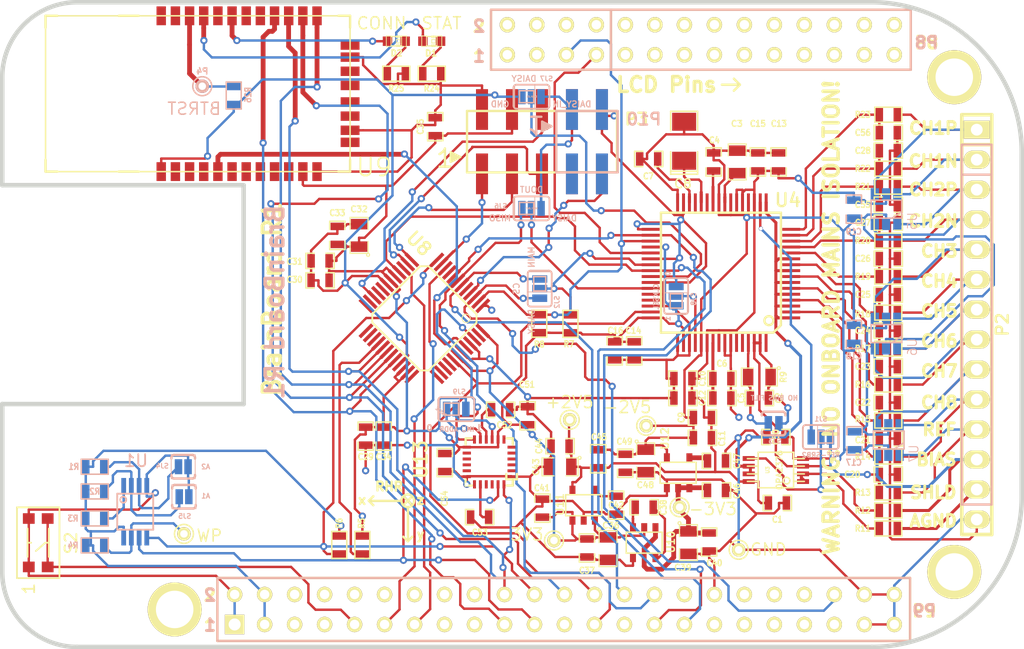
<source format=kicad_pcb>
(kicad_pcb (version 20171130) (host pcbnew "(5.1.12)-1")
  (layers (0 Top signal) (1 Ground power) (2 Power power) (31 Bottom signal) (34 B.Paste user hide) (35 F.Paste user hide) (36 B.SilkS user hide) (37 F.SilkS user hide) (38 B.Mask user hide) (39 F.Mask user hide) (44 Edge.Cuts user))
  (net 0 "")
  (net 1 +2.5V)
  (net 2 +3.3V)
  (net 3 -2.5V)
  (net 4 -3.3V)
  (net 5 /A0)
  (net 6 /A1)
  (net 7 /A2)
  (net 8 "/BrainBoard AFE//CS")
  (net 9 "/BrainBoard AFE/BIASINV")
  (net 10 "/BrainBoard AFE/CLKSEL")
  (net 11 "/BrainBoard AFE/DAISY")
  (net 12 "/BrainBoard AFE/DAISY_IN")
  (net 13 "/BrainBoard AFE/DOUT")
  (net 14 "/BrainBoard AFE/SRB1")
  (net 15 "/BrainBoard AFE/SRB2")
  (net 16 "/BrainBoard AFE/VCAP1")
  (net 17 "/BrainBoard AFE/VCAP2")
  (net 18 "/BrainBoard AFE/VCAP3")
  (net 19 "/BrainBoard AFE/VCAP4")
  (net 20 "/BrainBoard AFE/VREFP")
  (net 21 "/BrainBoard Analog In/BIAS_ELEC")
  (net 22 "/BrainBoard Analog In/BIAS_SHD")
  (net 23 "/BrainBoard Analog In/CH1ELEC_N")
  (net 24 "/BrainBoard Analog In/CH1ELEC_P")
  (net 25 "/BrainBoard Analog In/CH2ELEC_N")
  (net 26 "/BrainBoard Analog In/CH2ELEC_P")
  (net 27 "/BrainBoard Analog In/CH3ELEC_P")
  (net 28 "/BrainBoard Analog In/CH4ELEC_P")
  (net 29 "/BrainBoard Analog In/CH5ELEC_P")
  (net 30 "/BrainBoard Analog In/CH6ELEC_P")
  (net 31 "/BrainBoard Analog In/CH7ELEC_P")
  (net 32 "/BrainBoard Analog In/CH8ELEC_P")
  (net 33 "/BrainBoard Analog In/REF_ELEC")
  (net 34 "/BrainBoard Bluetooth/FACTORY")
  (net 35 "/BrainBoard Bluetooth/STATUS")
  (net 36 "/BrainBoard Bluetooth/STATUSn")
  (net 37 "/BrainBoard IMU/AD0")
  (net 38 "/BrainBoard IMU/CPOUT")
  (net 39 "/BrainBoard IMU/REGOUT")
  (net 40 "/BrainBoard MCU/RESET_MCU")
  (net 41 "/BrainBoard MCU/TCK")
  (net 42 "/BrainBoard MCU/TDI")
  (net 43 "/BrainBoard MCU/TDO")
  (net 44 "/BrainBoard MCU/TMS")
  (net 45 /CS_DAISY)
  (net 46 /CS_MAIN)
  (net 47 /DRDY)
  (net 48 /PWDN)
  (net 49 /WP)
  (net 50 AGND)
  (net 51 AIN1N)
  (net 52 AIN1P)
  (net 53 AIN2N)
  (net 54 AIN2P)
  (net 55 AIN3P)
  (net 56 AIN4P)
  (net 57 AIN5P)
  (net 58 AIN6P)
  (net 59 AIN7P)
  (net 60 AIN8P)
  (net 61 BIAS)
  (net 62 CLK)
  (net 63 DAISY_OUT)
  (net 64 I2C2_SCL)
  (net 65 I2C2_SDA)
  (net 66 IMU_INT)
  (net 67 MISO)
  (net 68 MOSI)
  (net 69 N-00000156)
  (net 70 N-00000158)
  (net 71 N-00000165)
  (net 72 N-00000166)
  (net 73 N-00000167)
  (net 74 N-00000170)
  (net 75 N-00000182)
  (net 76 N-0000026)
  (net 77 REF)
  (net 78 RESET_BT)
  (net 79 SCLK)
  (net 80 SHIELD)
  (net 81 UARTBT_CTS)
  (net 82 UARTBT_RTS)
  (net 83 UARTBT_RX)
  (net 84 UARTBT_TX)
  (net 85 UARTUC_RX)
  (net 86 UARTUC_TX)
  (module TQFP_64 (layer Top) (at 204.597 133.604 90)
    (fp_text reference U4 (at 6.223 5.588 180) (layer F.SilkS) (effects (font (size 1.09982 1.09982) (thickness 0.19812))))
    (fp_text value ADS1299 hide)
    (pad 1 smd rect (at -3.74904 5.86994 90) (size 0.24892 1.524) (layers Top F.Paste F.Mask) (net 14 "/BrainBoard AFE/SRB1"))
    (pad 2 smd rect (at -3.24866 5.86994 90) (size 0.24892 1.524) (layers Top F.Paste F.Mask) (net 60 AIN8P))
    (pad 3 smd rect (at -2.74828 5.86994 90) (size 0.24892 1.524) (layers Top F.Paste F.Mask) (net 14 "/BrainBoard AFE/SRB1"))
    (pad 4 smd rect (at -2.2479 5.86994 90) (size 0.24892 1.524) (layers Top F.Paste F.Mask) (net 59 AIN7P))
    (pad 5 smd rect (at -1.74752 5.86994 90) (size 0.24892 1.524) (layers Top F.Paste F.Mask) (net 14 "/BrainBoard AFE/SRB1"))
    (pad 6 smd rect (at -1.24968 5.86994 90) (size 0.24892 1.524) (layers Top F.Paste F.Mask) (net 58 AIN6P))
    (pad 7 smd rect (at -0.7493 5.86994 90) (size 0.24892 1.524) (layers Top F.Paste F.Mask) (net 14 "/BrainBoard AFE/SRB1"))
    (pad 8 smd rect (at -0.24892 5.86994 90) (size 0.24892 1.524) (layers Top F.Paste F.Mask) (net 57 AIN5P))
    (pad 9 smd rect (at 0.25146 5.86994 90) (size 0.24892 1.524) (layers Top F.Paste F.Mask) (net 14 "/BrainBoard AFE/SRB1"))
    (pad 10 smd rect (at 0.75184 5.86994 90) (size 0.24892 1.524) (layers Top F.Paste F.Mask) (net 56 AIN4P))
    (pad 11 smd rect (at 1.25222 5.86994 90) (size 0.24892 1.524) (layers Top F.Paste F.Mask) (net 14 "/BrainBoard AFE/SRB1"))
    (pad 12 smd rect (at 1.75006 5.86994 90) (size 0.24892 1.524) (layers Top F.Paste F.Mask) (net 55 AIN3P))
    (pad 13 smd rect (at 2.25044 5.86994 90) (size 0.24892 1.524) (layers Top F.Paste F.Mask) (net 53 AIN2N))
    (pad 14 smd rect (at 2.75082 5.86994 90) (size 0.24892 1.524) (layers Top F.Paste F.Mask) (net 54 AIN2P))
    (pad 15 smd rect (at 3.2512 5.86994 90) (size 0.24892 1.524) (layers Top F.Paste F.Mask) (net 51 AIN1N))
    (pad 16 smd rect (at 3.75158 5.86994 90) (size 0.24892 1.524) (layers Top F.Paste F.Mask) (net 52 AIN1P))
    (pad 17 smd rect (at 6.0325 3.74904 90) (size 1.524 0.24892) (layers Top F.Paste F.Mask) (net 14 "/BrainBoard AFE/SRB1"))
    (pad 18 smd rect (at 6.0325 3.24866 90) (size 1.524 0.24892) (layers Top F.Paste F.Mask) (net 15 "/BrainBoard AFE/SRB2"))
    (pad 19 smd rect (at 6.0325 2.74828 90) (size 1.524 0.24892) (layers Top F.Paste F.Mask) (net 1 +2.5V))
    (pad 20 smd rect (at 6.0325 2.2479 90) (size 1.524 0.24892) (layers Top F.Paste F.Mask) (net 3 -2.5V))
    (pad 21 smd rect (at 6.0325 1.74752 90) (size 1.524 0.24892) (layers Top F.Paste F.Mask) (net 1 +2.5V))
    (pad 22 smd rect (at 6.0325 1.24968 90) (size 1.524 0.24892) (layers Top F.Paste F.Mask) (net 1 +2.5V))
    (pad 23 smd rect (at 6.0325 0.7493 90) (size 1.524 0.24892) (layers Top F.Paste F.Mask) (net 3 -2.5V))
    (pad 24 smd rect (at 6.0325 0.24892 90) (size 1.524 0.24892) (layers Top F.Paste F.Mask) (net 20 "/BrainBoard AFE/VREFP"))
    (pad 25 smd rect (at 6.0325 -0.25146 90) (size 1.524 0.24892) (layers Top F.Paste F.Mask) (net 3 -2.5V))
    (pad 26 smd rect (at 6.0325 -0.75184 90) (size 1.524 0.24892) (layers Top F.Paste F.Mask) (net 19 "/BrainBoard AFE/VCAP4"))
    (pad 27 smd rect (at 6.0325 -1.25222 90) (size 1.524 0.24892) (layers Top F.Paste F.Mask))
    (pad 28 smd rect (at 6.0325 -1.75006 90) (size 1.524 0.24892) (layers Top F.Paste F.Mask) (net 16 "/BrainBoard AFE/VCAP1"))
    (pad 29 smd rect (at 6.0325 -2.25044 90) (size 1.524 0.24892) (layers Top F.Paste F.Mask))
    (pad 30 smd rect (at 6.0325 -2.75082 90) (size 1.524 0.24892) (layers Top F.Paste F.Mask) (net 17 "/BrainBoard AFE/VCAP2"))
    (pad 31 smd rect (at 6.0325 -3.2512 90) (size 1.524 0.24892) (layers Top F.Paste F.Mask) (net 50 AGND))
    (pad 32 smd rect (at 6.0325 -3.75158 90) (size 1.524 0.24892) (layers Top F.Paste F.Mask) (net 3 -2.5V))
    (pad 33 smd rect (at 3.75158 -6.0325 90) (size 0.24892 1.524) (layers Top F.Paste F.Mask) (net 50 AGND))
    (pad 34 smd rect (at 3.2512 -6.0325 90) (size 0.24892 1.524) (layers Top F.Paste F.Mask) (net 68 MOSI))
    (pad 35 smd rect (at 2.75082 -6.0325 90) (size 0.24892 1.524) (layers Top F.Paste F.Mask) (net 48 /PWDN))
    (pad 36 smd rect (at 2.25044 -6.0325 90) (size 0.24892 1.524) (layers Top F.Paste F.Mask) (net 2 +3.3V))
    (pad 37 smd rect (at 1.75006 -6.0325 90) (size 0.24892 1.524) (layers Top F.Paste F.Mask) (net 62 CLK))
    (pad 38 smd rect (at 1.25222 -6.0325 90) (size 0.24892 1.524) (layers Top F.Paste F.Mask) (net 50 AGND))
    (pad 39 smd rect (at 0.75184 -6.0325 90) (size 0.24892 1.524) (layers Top F.Paste F.Mask) (net 8 "/BrainBoard AFE//CS"))
    (pad 40 smd rect (at 0.25146 -6.0325 90) (size 0.24892 1.524) (layers Top F.Paste F.Mask) (net 79 SCLK))
    (pad 41 smd rect (at -0.24892 -6.0325 90) (size 0.24892 1.524) (layers Top F.Paste F.Mask) (net 11 "/BrainBoard AFE/DAISY"))
    (pad 42 smd rect (at -0.7493 -6.0325 90) (size 0.24892 1.524) (layers Top F.Paste F.Mask) (net 50 AGND))
    (pad 43 smd rect (at -1.24968 -6.0325 90) (size 0.24892 1.524) (layers Top F.Paste F.Mask) (net 13 "/BrainBoard AFE/DOUT"))
    (pad 44 smd rect (at -1.74752 -6.0325 90) (size 0.24892 1.524) (layers Top F.Paste F.Mask) (net 50 AGND))
    (pad 45 smd rect (at -2.2479 -6.0325 90) (size 0.24892 1.524) (layers Top F.Paste F.Mask) (net 50 AGND))
    (pad 46 smd rect (at -2.74828 -6.0325 90) (size 0.24892 1.524) (layers Top F.Paste F.Mask) (net 50 AGND))
    (pad 47 smd rect (at -3.24866 -6.0325 90) (size 0.24892 1.524) (layers Top F.Paste F.Mask) (net 47 /DRDY))
    (pad 48 smd rect (at -3.74904 -6.0325 90) (size 0.24892 1.524) (layers Top F.Paste F.Mask) (net 2 +3.3V))
    (pad 49 smd rect (at -5.86994 -3.75158 90) (size 1.524 0.24892) (layers Top F.Paste F.Mask) (net 50 AGND))
    (pad 50 smd rect (at -5.86994 -3.2512 90) (size 1.524 0.24892) (layers Top F.Paste F.Mask) (net 2 +3.3V))
    (pad 52 smd rect (at -5.86994 -2.25044 90) (size 1.524 0.24892) (layers Top F.Paste F.Mask) (net 10 "/BrainBoard AFE/CLKSEL"))
    (pad 51 smd rect (at -5.86994 -2.75082 90) (size 1.524 0.24892) (layers Top F.Paste F.Mask) (net 50 AGND))
    (pad 53 smd rect (at -5.86994 -1.75006 90) (size 1.524 0.24892) (layers Top F.Paste F.Mask) (net 3 -2.5V))
    (pad 54 smd rect (at -5.86994 -1.25222 90) (size 1.524 0.24892) (layers Top F.Paste F.Mask) (net 1 +2.5V))
    (pad 55 smd rect (at -5.86994 -0.75184 90) (size 1.524 0.24892) (layers Top F.Paste F.Mask) (net 18 "/BrainBoard AFE/VCAP3"))
    (pad 56 smd rect (at -5.86994 -0.25146 90) (size 1.524 0.24892) (layers Top F.Paste F.Mask) (net 1 +2.5V))
    (pad 57 smd rect (at -5.86994 0.24892 90) (size 1.524 0.24892) (layers Top F.Paste F.Mask) (net 3 -2.5V))
    (pad 58 smd rect (at -5.86994 0.7493 90) (size 1.524 0.24892) (layers Top F.Paste F.Mask) (net 3 -2.5V))
    (pad 59 smd rect (at -5.86994 1.24206 90) (size 1.524 0.24892) (layers Top F.Paste F.Mask) (net 1 +2.5V))
    (pad 60 smd rect (at -5.86994 1.74244 90) (size 1.524 0.24892) (layers Top F.Paste F.Mask))
    (pad 61 smd rect (at -5.86994 2.24282 90) (size 1.524 0.24892) (layers Top F.Paste F.Mask) (net 9 "/BrainBoard AFE/BIASINV"))
    (pad 62 smd rect (at -5.86994 2.7432 90) (size 1.524 0.24892) (layers Top F.Paste F.Mask) (net 61 BIAS))
    (pad 63 smd rect (at -5.86994 3.24104 90) (size 1.524 0.24892) (layers Top F.Paste F.Mask) (net 61 BIAS))
    (pad 64 smd rect (at -5.86994 3.74142 90) (size 1.524 0.24892) (layers Top F.Paste F.Mask))
  )
  (module SM0805 (layer Top) (at 205.897 124.142 270)
    (fp_text reference C3 (at -3.238 0.03) (layer F.SilkS) (effects (font (size 0.50038 0.50038) (thickness 0.10922))))
    (fp_text value 10uF hide)
    (pad 1 smd rect (at -0.9525 0 270) (size 0.889 1.397) (layers Top F.Paste F.Mask) (net 3 -2.5V))
    (pad 2 smd rect (at 0.9525 0 270) (size 0.889 1.397) (layers Top F.Paste F.Mask) (net 20 "/BrainBoard AFE/VREFP"))
  )
  (module SparkFun-Passives-SJ_2S-NOTRACE (layer Bottom) (at 158.966 149.962)
    (fp_text reference SJ4 (at -1.778 -0.0635) (layer B.SilkS) (effects (font (size 0.4064 0.4064) (thickness 0.0889)) (justify mirror)))
    (fp_text value A2 (at 1.905 0) (layer B.SilkS) (effects (font (size 0.4064 0.4064) (thickness 0.0889)) (justify mirror)))
    (pad 1 smd rect (at -0.39878 0) (size 0.635 1.27) (layers Bottom B.Paste B.Mask) (net 7 /A2))
    (pad 2 smd rect (at 0.41148 0) (size 0.635 1.27) (layers Bottom B.Paste B.Mask) (net 50 AGND))
  )
  (module SparkFun-Passives-SJ_2S-NOTRACE (layer Bottom) (at 159.029 152.502)
    (fp_text reference SJ5 (at 0.0635 1.651) (layer B.SilkS) (effects (font (size 0.4064 0.4064) (thickness 0.0889)) (justify mirror)))
    (fp_text value A1 (at 1.8415 -0.0635) (layer B.SilkS) (effects (font (size 0.4064 0.4064) (thickness 0.0889)) (justify mirror)))
    (pad 1 smd rect (at -0.39878 0) (size 0.635 1.27) (layers Bottom B.Paste B.Mask) (net 6 /A1))
    (pad 2 smd rect (at 0.41148 0) (size 0.635 1.27) (layers Bottom B.Paste B.Mask) (net 50 AGND))
  )
  (module SparkFun-Passives-SJ_3_PASTE2&3 (layer Bottom) (at 212.979 147.447)
    (fp_text reference SJ1 (at 0 -1.524) (layer B.SilkS) (effects (font (size 0.4064 0.4064) (thickness 0.0889)) (justify mirror)))
    (fp_text value REF-SRB2 hide)
    (fp_text user REF-SRB2 (at 0 1.524) (layer B.SilkS) (effects (font (size 0.4064 0.4064) (thickness 0.0889)) (justify mirror)))
    (pad 1 smd rect (at -0.8128 0) (size 0.635 1.27) (layers Bottom B.Paste B.Mask) (net 15 "/BrainBoard AFE/SRB2"))
    (pad 2 smd rect (at 0 0) (size 0.635 1.27) (layers Bottom B.Paste B.Mask) (net 75 N-00000182))
    (pad 3 smd rect (at 0.8128 0) (size 0.635 1.27) (layers Bottom B.Paste B.Mask) (net 77 REF))
  )
  (module SSOP8 (layer Bottom) (at 154.902 153.772)
    (fp_text reference U1 (at 0.0635 -4.318) (layer B.SilkS) (effects (font (size 1.016 1.016) (thickness 0.1524)) (justify mirror)))
    (fp_text value 24C256 hide)
    (pad 1 smd rect (at -0.9779 -2.2225) (size 0.4064 1.27) (layers Bottom B.Paste B.Mask) (net 5 /A0))
    (pad 2 smd rect (at -0.3302 -2.2225) (size 0.4064 1.27) (layers Bottom B.Paste B.Mask) (net 6 /A1))
    (pad 3 smd rect (at 0.3302 -2.2225) (size 0.4064 1.27) (layers Bottom B.Paste B.Mask) (net 7 /A2))
    (pad 4 smd rect (at 0.9779 -2.2225) (size 0.4064 1.27) (layers Bottom B.Paste B.Mask) (net 50 AGND))
    (pad 5 smd rect (at 0.9779 2.2225) (size 0.4064 1.27) (layers Bottom B.Paste B.Mask) (net 65 I2C2_SDA))
    (pad 6 smd rect (at 0.3302 2.2225) (size 0.4064 1.27) (layers Bottom B.Paste B.Mask) (net 64 I2C2_SCL))
    (pad 7 smd rect (at -0.3302 2.2225) (size 0.4064 1.27) (layers Bottom B.Paste B.Mask) (net 49 /WP))
    (pad 8 smd rect (at -0.9779 2.2225) (size 0.4064 1.27) (layers Bottom B.Paste B.Mask) (net 2 +3.3V))
  )
  (module SparkFun-Passives-SJ_2S-NO (layer Bottom) (at 208.978 146.304)
    (fp_text reference SJ3 (at 0.10668 1.4732) (layer B.SilkS) (effects (font (size 0.4064 0.4064) (thickness 0.0889)) (justify mirror)))
    (fp_text value "NO BIAS FILT" (at 0.0635 -2.159) (layer B.SilkS) (effects (font (size 0.4064 0.4064) (thickness 0.0889)) (justify mirror)))
    (pad 1 smd rect (at -0.44958 0) (size 0.635 1.27) (layers Bottom B.Paste B.Mask) (net 9 "/BrainBoard AFE/BIASINV"))
    (pad 2 smd rect (at 0.44958 0) (size 0.635 1.27) (layers Bottom B.Paste B.Mask) (net 61 BIAS))
  )
  (module SOT23-5 (layer Top) (at 198.016 156.392 180)
    (fp_text reference U10 (at -2.2625 0.055 270) (layer F.SilkS) (effects (font (size 0.635 0.635) (thickness 0.127))))
    (fp_text value TPS60403 hide)
    (pad 1 smd rect (at -0.9525 1.27 180) (size 0.508 0.762) (layers Top F.Paste F.Mask) (net 4 -3.3V))
    (pad 3 smd rect (at 0.9525 1.27 180) (size 0.508 0.762) (layers Top F.Paste F.Mask) (net 73 N-00000167))
    (pad 5 smd rect (at -0.9525 -1.27 180) (size 0.508 0.762) (layers Top F.Paste F.Mask) (net 72 N-00000166))
    (pad 2 smd rect (at 0 1.27 180) (size 0.508 0.762) (layers Top F.Paste F.Mask) (net 2 +3.3V))
    (pad 4 smd rect (at 0.9525 -1.27 180) (size 0.508 0.762) (layers Top F.Paste F.Mask) (net 50 AGND))
  )
  (module SM0805 (layer Top) (at 207.772 142.367 180)
    (fp_text reference R9 (at -2.032 0 270) (layer F.SilkS) (effects (font (size 0.50038 0.50038) (thickness 0.10922))))
    (fp_text value 499K,0.1% hide)
    (pad 1 smd rect (at -0.9525 0 180) (size 0.889 1.397) (layers Top F.Paste F.Mask) (net 61 BIAS))
    (pad 2 smd rect (at 0.9525 0 180) (size 0.889 1.397) (layers Top F.Paste F.Mask) (net 9 "/BrainBoard AFE/BIASINV"))
  )
  (module SM0603 (layer Top) (at 218.694 126.238 180)
    (fp_text reference R21 (at 2.159 0 180) (layer F.SilkS) (effects (font (size 0.508 0.4572) (thickness 0.1143))))
    (fp_text value 4.99K hide)
    (pad 1 smd rect (at -0.762 0 180) (size 0.635 1.143) (layers Top F.Paste F.Mask) (net 26 "/BrainBoard Analog In/CH2ELEC_P"))
    (pad 2 smd rect (at 0.762 0 180) (size 0.635 1.143) (layers Top F.Paste F.Mask) (net 54 AIN2P))
  )
  (module SM0603 (layer Top) (at 218.694 149.098 180)
    (fp_text reference R14 (at 2.159 0 180) (layer F.SilkS) (effects (font (size 0.508 0.4572) (thickness 0.1143))))
    (fp_text value 4.99K hide)
    (pad 1 smd rect (at -0.762 0 180) (size 0.635 1.143) (layers Top F.Paste F.Mask) (net 32 "/BrainBoard Analog In/CH8ELEC_P"))
    (pad 2 smd rect (at 0.762 0 180) (size 0.635 1.143) (layers Top F.Paste F.Mask) (net 60 AIN8P))
  )
  (module SM0603 (layer Top) (at 218.694 130.81 180)
    (fp_text reference R20 (at 2.159 0 180) (layer F.SilkS) (effects (font (size 0.508 0.4572) (thickness 0.1143))))
    (fp_text value 4.99K hide)
    (pad 1 smd rect (at -0.762 0 180) (size 0.635 1.143) (layers Top F.Paste F.Mask) (net 25 "/BrainBoard Analog In/CH2ELEC_N"))
    (pad 2 smd rect (at 0.762 0 180) (size 0.635 1.143) (layers Top F.Paste F.Mask) (net 53 AIN2N))
  )
  (module SM0603 (layer Top) (at 218.694 133.858 180)
    (fp_text reference R19 (at 2.159 0 180) (layer F.SilkS) (effects (font (size 0.508 0.4572) (thickness 0.1143))))
    (fp_text value 4.99K hide)
    (pad 1 smd rect (at -0.762 0 180) (size 0.635 1.143) (layers Top F.Paste F.Mask) (net 27 "/BrainBoard Analog In/CH3ELEC_P"))
    (pad 2 smd rect (at 0.762 0 180) (size 0.635 1.143) (layers Top F.Paste F.Mask) (net 55 AIN3P))
  )
  (module SM0603 (layer Top) (at 218.694 136.906 180)
    (fp_text reference R18 (at 2.159 -0.127 180) (layer F.SilkS) (effects (font (size 0.508 0.4572) (thickness 0.1143))))
    (fp_text value 4.99K hide)
    (pad 1 smd rect (at -0.762 0 180) (size 0.635 1.143) (layers Top F.Paste F.Mask) (net 28 "/BrainBoard Analog In/CH4ELEC_P"))
    (pad 2 smd rect (at 0.762 0 180) (size 0.635 1.143) (layers Top F.Paste F.Mask) (net 56 AIN4P))
  )
  (module SM0603 (layer Top) (at 218.694 139.954 180)
    (fp_text reference R17 (at 2.159 0 180) (layer F.SilkS) (effects (font (size 0.508 0.4572) (thickness 0.1143))))
    (fp_text value 4.99K hide)
    (pad 1 smd rect (at -0.762 0 180) (size 0.635 1.143) (layers Top F.Paste F.Mask) (net 29 "/BrainBoard Analog In/CH5ELEC_P"))
    (pad 2 smd rect (at 0.762 0 180) (size 0.635 1.143) (layers Top F.Paste F.Mask) (net 57 AIN5P))
  )
  (module SM0603 (layer Top) (at 218.694 143.002 180)
    (fp_text reference R16 (at 2.159 0 180) (layer F.SilkS) (effects (font (size 0.508 0.4572) (thickness 0.1143))))
    (fp_text value 4.99K hide)
    (pad 1 smd rect (at -0.762 0 180) (size 0.635 1.143) (layers Top F.Paste F.Mask) (net 30 "/BrainBoard Analog In/CH6ELEC_P"))
    (pad 2 smd rect (at 0.762 0 180) (size 0.635 1.143) (layers Top F.Paste F.Mask) (net 58 AIN6P))
  )
  (module SM0603 (layer Top) (at 218.694 146.05 180)
    (fp_text reference R15 (at 2.159 0.127 180) (layer F.SilkS) (effects (font (size 0.508 0.4572) (thickness 0.1143))))
    (fp_text value 4.99K hide)
    (pad 1 smd rect (at -0.762 0 180) (size 0.635 1.143) (layers Top F.Paste F.Mask) (net 31 "/BrainBoard Analog In/CH7ELEC_P"))
    (pad 2 smd rect (at 0.762 0 180) (size 0.635 1.143) (layers Top F.Paste F.Mask) (net 59 AIN7P))
  )
  (module SM0603 (layer Top) (at 218.694 153.67 180)
    (fp_text reference R12 (at 2.159 0 180) (layer F.SilkS) (effects (font (size 0.508 0.4572) (thickness 0.1143))))
    (fp_text value 4.99K hide)
    (pad 1 smd rect (at -0.762 0 180) (size 0.635 1.143) (layers Top F.Paste F.Mask) (net 21 "/BrainBoard Analog In/BIAS_ELEC"))
    (pad 2 smd rect (at 0.762 0 180) (size 0.635 1.143) (layers Top F.Paste F.Mask) (net 61 BIAS))
  )
  (module SM0603 (layer Top) (at 218.694 155.194 180)
    (fp_text reference R11 (at 2.159 0 180) (layer F.SilkS) (effects (font (size 0.508 0.4572) (thickness 0.1143))))
    (fp_text value 4.99K hide)
    (pad 1 smd rect (at -0.762 0 180) (size 0.635 1.143) (layers Top F.Paste F.Mask) (net 22 "/BrainBoard Analog In/BIAS_SHD"))
    (pad 2 smd rect (at 0.762 0 180) (size 0.635 1.143) (layers Top F.Paste F.Mask) (net 80 SHIELD))
  )
  (module SM0603 (layer Top) (at 218.694 152.146 180)
    (fp_text reference R13 (at 2.159 0 180) (layer F.SilkS) (effects (font (size 0.508 0.4572) (thickness 0.1143))))
    (fp_text value 4.99K hide)
    (pad 1 smd rect (at -0.762 0 180) (size 0.635 1.143) (layers Top F.Paste F.Mask) (net 33 "/BrainBoard Analog In/REF_ELEC"))
    (pad 2 smd rect (at 0.762 0 180) (size 0.635 1.143) (layers Top F.Paste F.Mask) (net 77 REF))
  )
  (module SM0603 (layer Top) (at 180.019 116.667)
    (fp_text reference R24 (at 0 1.25) (layer F.SilkS) (effects (font (size 0.508 0.4572) (thickness 0.1143))))
    (fp_text value 330 hide)
    (pad 1 smd rect (at -0.762 0) (size 0.635 1.143) (layers Top F.Paste F.Mask) (net 70 N-00000158))
    (pad 2 smd rect (at 0.762 0) (size 0.635 1.143) (layers Top F.Paste F.Mask) (net 50 AGND))
  )
  (module SM0603 (layer Top) (at 172.187 156.591 270)
    (fp_text reference R6 (at -1.8415 0 270) (layer F.SilkS) (effects (font (size 0.508 0.4572) (thickness 0.1143))))
    (fp_text value 5.6K hide)
    (pad 1 smd rect (at -0.762 0 270) (size 0.635 1.143) (layers Top F.Paste F.Mask) (net 2 +3.3V))
    (pad 2 smd rect (at 0.762 0 270) (size 0.635 1.143) (layers Top F.Paste F.Mask) (net 65 I2C2_SDA))
  )
  (module SM0603 (layer Top) (at 174.142 156.591 270)
    (fp_text reference R5 (at -1.8415 0.0635 270) (layer F.SilkS) (effects (font (size 0.508 0.4572) (thickness 0.1143))))
    (fp_text value 5.6K hide)
    (pad 1 smd rect (at -0.762 0 270) (size 0.635 1.143) (layers Top F.Paste F.Mask) (net 2 +3.3V))
    (pad 2 smd rect (at 0.762 0 270) (size 0.635 1.143) (layers Top F.Paste F.Mask) (net 64 I2C2_SCL))
  )
  (module SM0603 (layer Bottom) (at 151.473 156.629)
    (fp_text reference R4 (at -1.8415 0) (layer B.SilkS) (effects (font (size 0.508 0.4572) (thickness 0.1143)) (justify mirror)))
    (fp_text value 10K hide)
    (pad 1 smd rect (at -0.762 0) (size 0.635 1.143) (layers Bottom B.Paste B.Mask) (net 2 +3.3V))
    (pad 2 smd rect (at 0.762 0) (size 0.635 1.143) (layers Bottom B.Paste B.Mask) (net 49 /WP))
  )
  (module SM0603 (layer Bottom) (at 151.473 152.057)
    (fp_text reference R2 (at 0 0) (layer B.SilkS) (effects (font (size 0.508 0.4572) (thickness 0.1143)) (justify mirror)))
    (fp_text value 4.7K hide)
    (pad 1 smd rect (at -0.762 0) (size 0.635 1.143) (layers Bottom B.Paste B.Mask) (net 2 +3.3V))
    (pad 2 smd rect (at 0.762 0) (size 0.635 1.143) (layers Bottom B.Paste B.Mask) (net 6 /A1))
  )
  (module SM0603 (layer Bottom) (at 151.473 154.343)
    (fp_text reference R3 (at -1.8415 0) (layer B.SilkS) (effects (font (size 0.508 0.4572) (thickness 0.1143)) (justify mirror)))
    (fp_text value 4.7K hide)
    (pad 1 smd rect (at -0.762 0) (size 0.635 1.143) (layers Bottom B.Paste B.Mask) (net 2 +3.3V))
    (pad 2 smd rect (at 0.762 0) (size 0.635 1.143) (layers Bottom B.Paste B.Mask) (net 5 /A0))
  )
  (module SM0603 (layer Bottom) (at 151.473 149.962)
    (fp_text reference R1 (at -1.778 0) (layer B.SilkS) (effects (font (size 0.508 0.4572) (thickness 0.1143)) (justify mirror)))
    (fp_text value 4.7K hide)
    (pad 1 smd rect (at -0.762 0) (size 0.635 1.143) (layers Bottom B.Paste B.Mask) (net 2 +3.3V))
    (pad 2 smd rect (at 0.762 0) (size 0.635 1.143) (layers Bottom B.Paste B.Mask) (net 7 /A2))
  )
  (module SM0603 (layer Top) (at 189.128 137.846 90)
    (fp_text reference R8 (at -1.75 0 180) (layer F.SilkS) (effects (font (size 0.508 0.4572) (thickness 0.1143))))
    (fp_text value 10K hide)
    (pad 1 smd rect (at -0.762 0 90) (size 0.635 1.143) (layers Top F.Paste F.Mask) (net 2 +3.3V))
    (pad 2 smd rect (at 0.762 0 90) (size 0.635 1.143) (layers Top F.Paste F.Mask) (net 48 /PWDN))
  )
  (module SM0603 (layer Top) (at 191.77 137.858 90)
    (fp_text reference R7 (at -1.7145 -0.127 180) (layer F.SilkS) (effects (font (size 0.508 0.4572) (thickness 0.1143))))
    (fp_text value 10K hide)
    (pad 1 smd rect (at -0.762 0 90) (size 0.635 1.143) (layers Top F.Paste F.Mask) (net 2 +3.3V))
    (pad 2 smd rect (at 0.762 0 90) (size 0.635 1.143) (layers Top F.Paste F.Mask) (net 8 "/BrainBoard AFE//CS"))
  )
  (module PINTST (layer Top) (at 159.029 155.651 180)
    (fp_text reference P1 hide)
    (fp_text value WP (at -2.159 -0.1524 180) (layer F.SilkS) (effects (font (size 1.016 1.016) (thickness 0.127))))
    (pad 1 thru_hole circle (at 0 0 180) (size 1.143 1.143) (drill 0.635) (layers *.Cu *.Mask F.SilkS) (net 49 /WP))
  )
  (module SM0805 (layer Top) (at 173.863 130.366 90)
    (fp_text reference C32 (at 2.2225 0 180) (layer F.SilkS) (effects (font (size 0.50038 0.50038) (thickness 0.10922))))
    (fp_text value 10uF hide)
    (pad 1 smd rect (at -0.9525 0 90) (size 0.889 1.397) (layers Top F.Paste F.Mask) (net 2 +3.3V))
    (pad 2 smd rect (at 0.9525 0 90) (size 0.889 1.397) (layers Top F.Paste F.Mask) (net 50 AGND))
  )
  (module SM0603 (layer Top) (at 218.694 124.714 180)
    (fp_text reference R22 (at 2.159 0 180) (layer F.SilkS) (effects (font (size 0.508 0.4572) (thickness 0.1143))))
    (fp_text value 4.99K hide)
    (pad 1 smd rect (at -0.762 0 180) (size 0.635 1.143) (layers Top F.Paste F.Mask) (net 23 "/BrainBoard Analog In/CH1ELEC_N"))
    (pad 2 smd rect (at 0.762 0 180) (size 0.635 1.143) (layers Top F.Paste F.Mask) (net 51 AIN1N))
  )
  (module SM0603 (layer Top) (at 218.694 120.142 180)
    (fp_text reference R23 (at 2.159 0 180) (layer F.SilkS) (effects (font (size 0.508 0.4572) (thickness 0.1143))))
    (fp_text value 4.99K hide)
    (pad 1 smd rect (at -0.762 0 180) (size 0.635 1.143) (layers Top F.Paste F.Mask) (net 24 "/BrainBoard Analog In/CH1ELEC_P"))
    (pad 2 smd rect (at 0.762 0 180) (size 0.635 1.143) (layers Top F.Paste F.Mask) (net 52 AIN1P))
  )
  (module LED-0603 (layer Top) (at 180.019 113.917)
    (fp_text reference D1 (at -0.0603 1.0176) (layer F.SilkS) (effects (font (size 0.508 0.508) (thickness 0.127))))
    (fp_text value STAT (at 0.8287 -1.5224) (layer F.SilkS) (effects (font (size 1.016 1.016) (thickness 0.127))))
    (pad 1 smd rect (at -0.7493 0) (size 0.79756 0.79756) (layers Top F.Paste F.Mask) (net 36 "/BrainBoard Bluetooth/STATUSn"))
    (pad 2 smd rect (at 0.7493 0) (size 0.79756 0.79756) (layers Top F.Paste F.Mask) (net 70 N-00000158))
  )
  (module LED-0603 (layer Top) (at 177.019 113.917)
    (fp_text reference D2 (at 0.0187 1.0176) (layer F.SilkS) (effects (font (size 0.508 0.508) (thickness 0.127))))
    (fp_text value CONN (at -1.2513 -1.5224) (layer F.SilkS) (effects (font (size 1.016 1.016) (thickness 0.127))))
    (pad 1 smd rect (at -0.7493 0) (size 0.79756 0.79756) (layers Top F.Paste F.Mask) (net 35 "/BrainBoard Bluetooth/STATUS"))
    (pad 2 smd rect (at 0.7493 0) (size 0.79756 0.79756) (layers Top F.Paste F.Mask) (net 69 N-00000156))
  )
  (module PINTST (layer Top) (at 201.016 153.392 180)
    (fp_text reference P6 hide)
    (fp_text value -3V3 (at -2.8185 -0.151 180) (layer F.SilkS) (effects (font (size 1.016 1.016) (thickness 0.127))))
    (pad 1 thru_hole circle (at 0 0 180) (size 1.143 1.143) (drill 0.635) (layers *.Cu *.Mask F.SilkS) (net 4 -3.3V))
  )
  (module PINTST (layer Top) (at 190.373 156.21 180)
    (fp_text reference P7 hide)
    (fp_text value 3V3 (at 2.286 0.508 180) (layer F.SilkS) (effects (font (size 1.016 1.016) (thickness 0.127))))
    (pad 1 thru_hole circle (at 0 0 180) (size 1.143 1.143) (drill 0.635) (layers *.Cu *.Mask F.SilkS) (net 2 +3.3V))
  )
  (module PINTST (layer Top) (at 206.019 156.997 180)
    (fp_text reference P5 hide)
    (fp_text value GND (at -2.5146 0.0254 180) (layer F.SilkS) (effects (font (size 1.016 1.016) (thickness 0.127))))
    (pad 1 thru_hole circle (at 0 0 180) (size 1.143 1.143) (drill 0.635) (layers *.Cu *.Mask F.SilkS) (net 50 AGND))
  )
  (module PINTST (layer Top) (at 191.706 145.986 180)
    (fp_text reference P8 hide)
    (fp_text value +2V5 (at 0 1.5 180) (layer F.SilkS) (effects (font (size 1.016 1.016) (thickness 0.127))))
    (pad 1 thru_hole circle (at 0 0 180) (size 1.143 1.143) (drill 0.635) (layers *.Cu *.Mask F.SilkS) (net 1 +2.5V))
  )
  (module PINTST (layer Bottom) (at 160.579 117.729 180)
    (fp_text reference P4 (at 0 1.26746 180) (layer B.SilkS) (effects (font (size 0.508 0.508) (thickness 0.127)) (justify mirror)))
    (fp_text value BTRST (at 0.6858 -1.905 180) (layer B.SilkS) (effects (font (size 1.016 1.016) (thickness 0.127)) (justify mirror)))
    (pad 1 thru_hole circle (at 0 0 180) (size 1.143 1.143) (drill 0.635) (layers *.Cu *.Mask B.SilkS) (net 34 "/BrainBoard Bluetooth/FACTORY"))
  )
  (module SOT23_6 (layer Bottom) (at 218.504 138.684 180)
    (fp_text reference U6 (at -2.2225 -1.143 270) (layer B.SilkS) (effects (font (size 0.762 0.762) (thickness 0.0762)) (justify mirror)))
    (fp_text value TPD4E001DBV hide)
    (pad 6 smd rect (at -0.9525 1.27 180) (size 0.70104 1.00076) (layers Bottom B.Paste B.Mask) (net 28 "/BrainBoard Analog In/CH4ELEC_P"))
    (pad 5 smd rect (at 0 1.27 180) (size 0.70104 1.00076) (layers Bottom B.Paste B.Mask) (net 1 +2.5V))
    (pad 4 smd rect (at 0.9525 1.27 180) (size 0.70104 1.00076) (layers Bottom B.Paste B.Mask) (net 27 "/BrainBoard Analog In/CH3ELEC_P"))
    (pad 3 smd rect (at 0.9525 -1.27 180) (size 0.70104 1.00076) (layers Bottom B.Paste B.Mask) (net 30 "/BrainBoard Analog In/CH6ELEC_P"))
    (pad 2 smd rect (at 0 -1.27 180) (size 0.70104 1.00076) (layers Bottom B.Paste B.Mask) (net 3 -2.5V))
    (pad 1 smd rect (at -0.9525 -1.27 180) (size 0.70104 1.00076) (layers Bottom B.Paste B.Mask) (net 29 "/BrainBoard Analog In/CH5ELEC_P"))
  )
  (module SOT23_6 (layer Bottom) (at 218.694 147.701 180)
    (fp_text reference U7 (at -2.159 -1.143 270) (layer B.SilkS) (effects (font (size 0.762 0.762) (thickness 0.0762)) (justify mirror)))
    (fp_text value TPD4E001DBV hide)
    (pad 6 smd rect (at -0.9525 1.27 180) (size 0.70104 1.00076) (layers Bottom B.Paste B.Mask) (net 32 "/BrainBoard Analog In/CH8ELEC_P"))
    (pad 5 smd rect (at 0 1.27 180) (size 0.70104 1.00076) (layers Bottom B.Paste B.Mask) (net 1 +2.5V))
    (pad 4 smd rect (at 0.9525 1.27 180) (size 0.70104 1.00076) (layers Bottom B.Paste B.Mask) (net 31 "/BrainBoard Analog In/CH7ELEC_P"))
    (pad 3 smd rect (at 0.9525 -1.27 180) (size 0.70104 1.00076) (layers Bottom B.Paste B.Mask) (net 21 "/BrainBoard Analog In/BIAS_ELEC"))
    (pad 2 smd rect (at 0 -1.27 180) (size 0.70104 1.00076) (layers Bottom B.Paste B.Mask) (net 3 -2.5V))
    (pad 1 smd rect (at -0.9525 -1.27 180) (size 0.70104 1.00076) (layers Bottom B.Paste B.Mask) (net 33 "/BrainBoard Analog In/REF_ELEC"))
  )
  (module SOT23_6 (layer Bottom) (at 218.504 128.143 180)
    (fp_text reference U5 (at -2.2225 -1.016 270) (layer B.SilkS) (effects (font (size 0.762 0.762) (thickness 0.0762)) (justify mirror)))
    (fp_text value TPD4E001DBV hide)
    (pad 6 smd rect (at -0.9525 1.27 180) (size 0.70104 1.00076) (layers Bottom B.Paste B.Mask) (net 23 "/BrainBoard Analog In/CH1ELEC_N"))
    (pad 5 smd rect (at 0 1.27 180) (size 0.70104 1.00076) (layers Bottom B.Paste B.Mask) (net 1 +2.5V))
    (pad 4 smd rect (at 0.9525 1.27 180) (size 0.70104 1.00076) (layers Bottom B.Paste B.Mask) (net 24 "/BrainBoard Analog In/CH1ELEC_P"))
    (pad 3 smd rect (at 0.9525 -1.27 180) (size 0.70104 1.00076) (layers Bottom B.Paste B.Mask) (net 25 "/BrainBoard Analog In/CH2ELEC_N"))
    (pad 2 smd rect (at 0 -1.27 180) (size 0.70104 1.00076) (layers Bottom B.Paste B.Mask) (net 3 -2.5V))
    (pad 1 smd rect (at -0.9525 -1.27 180) (size 0.70104 1.00076) (layers Bottom B.Paste B.Mask) (net 26 "/BrainBoard Analog In/CH2ELEC_P"))
  )
  (module -TQFP48 (layer Top) (at 179.397 137.392 135)
    (fp_text reference U8 (at 4.795598 4.153545 135) (layer F.SilkS) (effects (font (size 1.09982 1.09982) (thickness 0.19812))))
    (fp_text value ATUC3L064 hide)
    (pad 1 smd rect (at -2.74828 4.24942 135) (size 0.29972 1.4986) (layers Top F.Paste F.Mask) (net 50 AGND))
    (pad 2 smd rect (at -2.2479 4.24942 135) (size 0.29972 1.4986) (layers Top F.Paste F.Mask) (net 48 /PWDN))
    (pad 3 smd rect (at -1.74752 4.24942 135) (size 0.29972 1.4986) (layers Top F.Paste F.Mask) (net 45 /CS_DAISY))
    (pad 4 smd rect (at -1.24968 4.24942 135) (size 0.29972 1.4986) (layers Top F.Paste F.Mask) (net 42 "/BrainBoard MCU/TDI"))
    (pad 5 smd rect (at -0.7493 4.24942 135) (size 0.29972 1.4986) (layers Top F.Paste F.Mask))
    (pad 6 smd rect (at -0.24892 4.24942 135) (size 0.29972 1.4986) (layers Top F.Paste F.Mask) (net 46 /CS_MAIN))
    (pad 7 smd rect (at 0.24892 4.24942 135) (size 0.29972 1.4986) (layers Top F.Paste F.Mask) (net 67 MISO))
    (pad 8 smd rect (at 0.7493 4.24942 135) (size 0.29972 1.4986) (layers Top F.Paste F.Mask) (net 68 MOSI))
    (pad 9 smd rect (at 1.24968 4.24942 135) (size 0.29972 1.4986) (layers Top F.Paste F.Mask))
    (pad 10 smd rect (at 1.74752 4.24942 135) (size 0.29972 1.4986) (layers Top F.Paste F.Mask) (net 86 UARTUC_TX))
    (pad 11 smd rect (at 2.2479 4.24942 135) (size 0.29972 1.4986) (layers Top F.Paste F.Mask) (net 41 "/BrainBoard MCU/TCK"))
    (pad 12 smd rect (at 2.74828 4.24942 135) (size 0.29972 1.4986) (layers Top F.Paste F.Mask) (net 65 I2C2_SDA))
    (pad 13 smd rect (at 4.24942 2.74828 135) (size 1.4986 0.29972) (layers Top F.Paste F.Mask) (net 43 "/BrainBoard MCU/TDO"))
    (pad 14 smd rect (at 4.24942 2.2479 135) (size 1.4986 0.29972) (layers Top F.Paste F.Mask) (net 44 "/BrainBoard MCU/TMS"))
    (pad 15 smd rect (at 4.24942 1.74752 135) (size 1.4986 0.29972) (layers Top F.Paste F.Mask) (net 85 UARTUC_RX))
    (pad 16 smd rect (at 4.24942 1.24968 135) (size 1.4986 0.29972) (layers Top F.Paste F.Mask) (net 79 SCLK))
    (pad 17 smd rect (at 4.24942 0.7493 135) (size 1.4986 0.29972) (layers Top F.Paste F.Mask) (net 2 +3.3V))
    (pad 18 smd rect (at 4.24942 0.24892 135) (size 1.4986 0.29972) (layers Top F.Paste F.Mask) (net 2 +3.3V))
    (pad 19 smd rect (at 4.24942 -0.24892 135) (size 1.4986 0.29972) (layers Top F.Paste F.Mask) (net 50 AGND))
    (pad 20 smd rect (at 4.24942 -0.7493 135) (size 1.4986 0.29972) (layers Top F.Paste F.Mask))
    (pad 21 smd rect (at 4.24942 -1.24968 135) (size 1.4986 0.29972) (layers Top F.Paste F.Mask))
    (pad 22 smd rect (at 4.24942 -1.74752 135) (size 1.4986 0.29972) (layers Top F.Paste F.Mask) (net 40 "/BrainBoard MCU/RESET_MCU"))
    (pad 23 smd rect (at 4.24942 -2.2479 135) (size 1.4986 0.29972) (layers Top F.Paste F.Mask))
    (pad 24 smd rect (at 4.24942 -2.74828 135) (size 1.4986 0.29972) (layers Top F.Paste F.Mask))
    (pad 25 smd rect (at 2.74828 -4.24942 135) (size 0.29972 1.4986) (layers Top F.Paste F.Mask))
    (pad 26 smd rect (at 2.2479 -4.24942 135) (size 0.29972 1.4986) (layers Top F.Paste F.Mask))
    (pad 27 smd rect (at 1.74752 -4.24942 135) (size 0.29972 1.4986) (layers Top F.Paste F.Mask))
    (pad 28 smd rect (at 1.24968 -4.24942 135) (size 0.29972 1.4986) (layers Top F.Paste F.Mask) (net 64 I2C2_SCL))
    (pad 29 smd rect (at 0.7493 -4.24942 135) (size 0.29972 1.4986) (layers Top F.Paste F.Mask) (net 81 UARTBT_CTS))
    (pad 30 smd rect (at 0.24892 -4.24942 135) (size 0.29972 1.4986) (layers Top F.Paste F.Mask) (net 84 UARTBT_TX))
    (pad 31 smd rect (at -0.24892 -4.24942 135) (size 0.29972 1.4986) (layers Top F.Paste F.Mask) (net 83 UARTBT_RX))
    (pad 32 smd rect (at -0.7493 -4.24942 135) (size 0.29972 1.4986) (layers Top F.Paste F.Mask) (net 82 UARTBT_RTS))
    (pad 33 smd rect (at -1.24968 -4.24942 135) (size 0.29972 1.4986) (layers Top F.Paste F.Mask) (net 50 AGND))
    (pad 34 smd rect (at -1.74752 -4.24942 135) (size 0.29972 1.4986) (layers Top F.Paste F.Mask) (net 2 +3.3V))
    (pad 35 smd rect (at -2.2479 -4.24942 135) (size 0.29972 1.4986) (layers Top F.Paste F.Mask) (net 2 +3.3V))
    (pad 36 smd rect (at -2.74828 -4.24942 135) (size 0.29972 1.4986) (layers Top F.Paste F.Mask))
    (pad 37 smd rect (at -4.24942 -2.74828 135) (size 1.4986 0.29972) (layers Top F.Paste F.Mask))
    (pad 38 smd rect (at -4.24942 -2.2479 135) (size 1.4986 0.29972) (layers Top F.Paste F.Mask))
    (pad 39 smd rect (at -4.24942 -1.74752 135) (size 1.4986 0.29972) (layers Top F.Paste F.Mask))
    (pad 40 smd rect (at -4.24942 -1.24968 135) (size 1.4986 0.29972) (layers Top F.Paste F.Mask))
    (pad 41 smd rect (at -4.24942 -0.7493 135) (size 1.4986 0.29972) (layers Top F.Paste F.Mask) (net 47 /DRDY))
    (pad 42 smd rect (at -4.24942 -0.24892 135) (size 1.4986 0.29972) (layers Top F.Paste F.Mask) (net 2 +3.3V))
    (pad 43 smd rect (at -4.24942 0.24892 135) (size 1.4986 0.29972) (layers Top F.Paste F.Mask) (net 50 AGND))
    (pad 44 smd rect (at -4.24942 0.7493 135) (size 1.4986 0.29972) (layers Top F.Paste F.Mask) (net 78 RESET_BT))
    (pad 45 smd rect (at -4.24942 1.24968 135) (size 1.4986 0.29972) (layers Top F.Paste F.Mask) (net 50 AGND))
    (pad 46 smd rect (at -4.24942 1.74752 135) (size 1.4986 0.29972) (layers Top F.Paste F.Mask) (net 66 IMU_INT))
    (pad 47 smd rect (at -4.24942 2.2479 135) (size 1.4986 0.29972) (layers Top F.Paste F.Mask))
    (pad 48 smd rect (at -4.24942 2.74828 135) (size 1.4986 0.29972) (layers Top F.Paste F.Mask) (net 2 +3.3V))
  )
  (module SparkFun-RF-RN41 (layer Top) (at 163.703 118.364)
    (fp_text reference U9 (at 11.43 6.223) (layer F.SilkS) (effects (font (size 1.524 1.524))))
    (fp_text value BLUETOOTH-RN42 hide)
    (pad 1 smd rect (at -6.59892 6.59892) (size 0.79756 1.59766) (layers Top F.Paste F.Mask) (net 50 AGND))
    (pad 2 smd rect (at -5.3975 6.59892) (size 0.79756 1.59766) (layers Top F.Paste F.Mask))
    (pad 3 smd rect (at -4.19862 6.59892) (size 0.79756 1.59766) (layers Top F.Paste F.Mask))
    (pad 4 smd rect (at -2.99974 6.59892) (size 0.79756 1.59766) (layers Top F.Paste F.Mask))
    (pad 5 smd rect (at -1.79832 6.59892) (size 0.79756 1.59766) (layers Top F.Paste F.Mask) (net 78 RESET_BT))
    (pad 6 smd rect (at -0.59944 6.59892) (size 0.79756 1.59766) (layers Top F.Paste F.Mask))
    (pad 7 smd rect (at 0.59944 6.59892) (size 0.79756 1.59766) (layers Top F.Paste F.Mask))
    (pad 8 smd rect (at 1.79832 6.59892) (size 0.79756 1.59766) (layers Top F.Paste F.Mask))
    (pad 9 smd rect (at 2.99974 6.59892) (size 0.79756 1.59766) (layers Top F.Paste F.Mask))
    (pad 10 smd rect (at 4.19862 6.59892) (size 0.79756 1.59766) (layers Top F.Paste F.Mask))
    (pad 11 smd rect (at 5.3975 6.59892) (size 0.79756 1.59766) (layers Top F.Paste F.Mask) (net 2 +3.3V))
    (pad 12 smd rect (at 6.59892 6.59892) (size 0.79756 1.59766) (layers Top F.Paste F.Mask) (net 50 AGND))
    (pad 13 smd rect (at 6.59892 -6.59892) (size 0.79756 1.59766) (layers Top F.Paste F.Mask) (net 84 UARTBT_TX))
    (pad 14 smd rect (at 5.3975 -6.59892) (size 0.79756 1.59766) (layers Top F.Paste F.Mask) (net 83 UARTBT_RX))
    (pad 15 smd rect (at 4.19862 -6.59892) (size 0.79756 1.59766) (layers Top F.Paste F.Mask) (net 81 UARTBT_CTS))
    (pad 16 smd rect (at 2.99974 -6.59892) (size 0.79756 1.59766) (layers Top F.Paste F.Mask) (net 82 UARTBT_RTS))
    (pad 17 smd rect (at 1.79832 -6.59892) (size 0.79756 1.59766) (layers Top F.Paste F.Mask))
    (pad 18 smd rect (at 0.59944 -6.59892) (size 0.79756 1.59766) (layers Top F.Paste F.Mask))
    (pad 19 smd rect (at -0.59944 -6.59892) (size 0.79756 1.59766) (layers Top F.Paste F.Mask) (net 35 "/BrainBoard Bluetooth/STATUS"))
    (pad 20 smd rect (at -1.79832 -6.59892) (size 0.79756 1.59766) (layers Top F.Paste F.Mask))
    (pad 21 smd rect (at -2.99974 -6.59892) (size 0.79756 1.59766) (layers Top F.Paste F.Mask) (net 36 "/BrainBoard Bluetooth/STATUSn"))
    (pad 22 smd rect (at -4.19862 -6.59892) (size 0.79756 1.59766) (layers Top F.Paste F.Mask) (net 34 "/BrainBoard Bluetooth/FACTORY"))
    (pad 23 smd rect (at -5.3975 -6.59892) (size 0.79756 1.59766) (layers Top F.Paste F.Mask))
    (pad 24 smd rect (at -6.59892 -6.59892) (size 0.79756 1.59766) (layers Top F.Paste F.Mask))
    (pad 28 smd rect (at 9.398 -3.0988 90) (size 0.79756 1.59766) (layers Top F.Paste F.Mask) (net 50 AGND))
    (pad 29 smd rect (at 9.398 3.0988 90) (size 0.79756 1.59766) (layers Top F.Paste F.Mask) (net 50 AGND))
    (pad 30 smd rect (at 9.398 4.11988 90) (size 0.79756 1.59766) (layers Top F.Paste F.Mask))
    (pad 31 smd rect (at 9.398 1.89992 90) (size 0.79756 1.59766) (layers Top F.Paste F.Mask))
    (pad 32 smd rect (at 9.398 0.6985 90) (size 0.79756 1.59766) (layers Top F.Paste F.Mask))
    (pad 33 smd rect (at 9.398 -0.6985 90) (size 0.79756 1.59766) (layers Top F.Paste F.Mask))
    (pad 34 smd rect (at 9.398 -1.89992 90) (size 0.79756 1.59766) (layers Top F.Paste F.Mask))
    (pad 35 smd rect (at 9.398 -4.11988 90) (size 0.79756 1.59766) (layers Top F.Paste F.Mask))
  )
  (module SparkFun-Passives-SJ_3_PASTE2&3 (layer Bottom) (at 182.093 145.085 180)
    (fp_text reference SJ9 (at -0.254 1.4732 180) (layer B.SilkS) (effects (font (size 0.4064 0.4064) (thickness 0.0889)) (justify mirror)))
    (fp_text value "I2C Address Select (2&3NC)" (at -0.0381 0.00762 180) (layer B.SilkS) (effects (font (size 0.01778 0.01778) (thickness 0.0889)) (justify mirror)))
    (fp_text user "IMU ADDR" (at -0.0508 -1.7018 180) (layer B.SilkS) (effects (font (size 0.4064 0.4064) (thickness 0.0889)) (justify mirror)))
    (fp_text user PASTE (at 1.2827 -0.2413 140) (layer B.SilkS) (effects (font (size 0.254 0.254) (thickness 0.0889)) (justify mirror)))
    (pad 1 smd rect (at -0.8128 0 180) (size 0.635 1.27) (layers Bottom B.Paste B.Mask) (net 2 +3.3V))
    (pad 2 smd rect (at 0 0 180) (size 0.635 1.27) (layers Bottom B.Paste B.Mask) (net 37 "/BrainBoard IMU/AD0"))
    (pad 3 smd rect (at 0.8128 0 180) (size 0.635 1.27) (layers Bottom B.Paste B.Mask) (net 50 AGND))
  )
  (module SOT23-5 (layer Top) (at 200.89 150.472)
    (fp_text reference U12 (at -1.1185 -2.8975 90) (layer F.SilkS) (effects (font (size 0.635 0.635) (thickness 0.127))))
    (fp_text value TPS72325 hide)
    (pad 1 smd rect (at -0.9525 1.27) (size 0.508 0.762) (layers Top F.Paste F.Mask) (net 50 AGND))
    (pad 3 smd rect (at 0.9525 1.27) (size 0.508 0.762) (layers Top F.Paste F.Mask) (net 4 -3.3V))
    (pad 5 smd rect (at -0.9525 -1.27) (size 0.508 0.762) (layers Top F.Paste F.Mask) (net 3 -2.5V))
    (pad 2 smd rect (at 0 1.27) (size 0.508 0.762) (layers Top F.Paste F.Mask) (net 4 -3.3V))
    (pad 4 smd rect (at 0.9525 -1.27) (size 0.508 0.762) (layers Top F.Paste F.Mask) (net 71 N-00000165))
  )
  (module SOT23-5 (layer Top) (at 192.89 153.222)
    (fp_text reference U11 (at -2.0085 -0.0595 90) (layer F.SilkS) (effects (font (size 0.635 0.635) (thickness 0.127))))
    (fp_text value TPS73225 hide)
    (pad 1 smd rect (at -0.9525 1.27) (size 0.508 0.762) (layers Top F.Paste F.Mask) (net 2 +3.3V))
    (pad 3 smd rect (at 0.9525 1.27) (size 0.508 0.762) (layers Top F.Paste F.Mask) (net 2 +3.3V))
    (pad 5 smd rect (at -0.9525 -1.27) (size 0.508 0.762) (layers Top F.Paste F.Mask) (net 1 +2.5V))
    (pad 2 smd rect (at 0 1.27) (size 0.508 0.762) (layers Top F.Paste F.Mask) (net 50 AGND))
    (pad 4 smd rect (at 0.9525 -1.27) (size 0.508 0.762) (layers Top F.Paste F.Mask) (net 74 N-00000170))
  )
  (module SM0805 (layer Top) (at 201.766 156.392 270)
    (fp_text reference C39 (at 2.104 0.4715) (layer F.SilkS) (effects (font (size 0.50038 0.50038) (thickness 0.10922))))
    (fp_text value 10uF hide)
    (pad 1 smd rect (at -0.9525 0 270) (size 0.889 1.397) (layers Top F.Paste F.Mask) (net 4 -3.3V))
    (pad 2 smd rect (at 0.9525 0 270) (size 0.889 1.397) (layers Top F.Paste F.Mask) (net 50 AGND))
  )
  (module SM0805 (layer Top) (at 198.14 149.472 270)
    (fp_text reference C48 (at 2.0395 0.0195) (layer F.SilkS) (effects (font (size 0.50038 0.50038) (thickness 0.10922))))
    (fp_text value 10uF hide)
    (pad 1 smd rect (at -0.9525 0 270) (size 0.889 1.397) (layers Top F.Paste F.Mask) (net 3 -2.5V))
    (pad 2 smd rect (at 0.9525 0 270) (size 0.889 1.397) (layers Top F.Paste F.Mask) (net 50 AGND))
  )
  (module SM0805 (layer Top) (at 190.89 149.972 180)
    (fp_text reference C43 (at 2.0405 -0.0155 270) (layer F.SilkS) (effects (font (size 0.50038 0.50038) (thickness 0.10922))))
    (fp_text value 10uF hide)
    (pad 1 smd rect (at -0.9525 0 180) (size 0.889 1.397) (layers Top F.Paste F.Mask) (net 1 +2.5V))
    (pad 2 smd rect (at 0.9525 0 180) (size 0.889 1.397) (layers Top F.Paste F.Mask) (net 50 AGND))
  )
  (module SM0603_Capa (layer Top) (at 195.64 153.222 270)
    (fp_text reference C42 (at 0 0) (layer F.SilkS) (effects (font (size 0.508 0.4572) (thickness 0.1143))))
    (fp_text value 0.01uF hide)
    (pad 1 smd rect (at -0.762 0 270) (size 0.635 1.143) (layers Top F.Paste F.Mask) (net 74 N-00000170))
    (pad 2 smd rect (at 0.762 0 270) (size 0.635 1.143) (layers Top F.Paste F.Mask) (net 50 AGND))
  )
  (module SM0603_Capa (layer Top) (at 181.127 149.606 270)
    (fp_text reference C54 (at 3.048 0.0254 270) (layer F.SilkS) (effects (font (size 0.508 0.4572) (thickness 0.1143))))
    (fp_text value 0.01uF hide)
    (pad 1 smd rect (at -0.762 0 270) (size 0.635 1.143) (layers Top F.Paste F.Mask) (net 2 +3.3V))
    (pad 2 smd rect (at 0.762 0 270) (size 0.635 1.143) (layers Top F.Paste F.Mask) (net 50 AGND))
  )
  (module SM0603_Capa (layer Top) (at 188.138 145.644 90)
    (fp_text reference C51 (at 2.6416 -0.0508 180) (layer F.SilkS) (effects (font (size 0.508 0.4572) (thickness 0.1143))))
    (fp_text value 0.1uF hide)
    (pad 1 smd rect (at -0.762 0 90) (size 0.635 1.143) (layers Top F.Paste F.Mask) (net 2 +3.3V))
    (pad 2 smd rect (at 0.762 0 90) (size 0.635 1.143) (layers Top F.Paste F.Mask) (net 50 AGND))
  )
  (module SM0603_Capa (layer Top) (at 209.169 147.447 180)
    (fp_text reference C50 (at 0 0 270) (layer F.SilkS) (effects (font (size 0.508 0.4572) (thickness 0.1143))))
    (fp_text value 0.1uF hide)
    (pad 1 smd rect (at -0.762 0 180) (size 0.635 1.143) (layers Top F.Paste F.Mask) (net 3 -2.5V))
    (pad 2 smd rect (at 0.762 0 180) (size 0.635 1.143) (layers Top F.Paste F.Mask) (net 50 AGND))
  )
  (module SM0603_Capa (layer Top) (at 194.12 149.288 90)
    (fp_text reference C45 (at 1.8415 0.0635 180) (layer F.SilkS) (effects (font (size 0.508 0.4572) (thickness 0.1143))))
    (fp_text value 0.1uF hide)
    (pad 1 smd rect (at -0.762 0 90) (size 0.635 1.143) (layers Top F.Paste F.Mask) (net 1 +2.5V))
    (pad 2 smd rect (at 0.762 0 90) (size 0.635 1.143) (layers Top F.Paste F.Mask) (net 3 -2.5V))
  )
  (module SM0603_Capa (layer Top) (at 204.14 151.972)
    (fp_text reference C46 (at 1.7275 0.0475 90) (layer F.SilkS) (effects (font (size 0.508 0.4572) (thickness 0.1143))))
    (fp_text value 1uF hide)
    (pad 1 smd rect (at -0.762 0) (size 0.635 1.143) (layers Top F.Paste F.Mask) (net 4 -3.3V))
    (pad 2 smd rect (at 0.762 0) (size 0.635 1.143) (layers Top F.Paste F.Mask) (net 50 AGND))
  )
  (module SM0603_Capa (layer Top) (at 185.852 145.136)
    (fp_text reference C52 (at 0.3302 1.2954) (layer F.SilkS) (effects (font (size 0.508 0.4572) (thickness 0.1143))))
    (fp_text value 0.1uF hide)
    (pad 1 smd rect (at -0.762 0) (size 0.635 1.143) (layers Top F.Paste F.Mask) (net 39 "/BrainBoard IMU/REGOUT"))
    (pad 2 smd rect (at 0.762 0) (size 0.635 1.143) (layers Top F.Paste F.Mask) (net 50 AGND))
  )
  (module SM0603_Capa (layer Top) (at 196.406 149.67 270)
    (fp_text reference C49 (at -1.8415 0.0635) (layer F.SilkS) (effects (font (size 0.508 0.4572) (thickness 0.1143))))
    (fp_text value 2.2uF hide)
    (pad 1 smd rect (at -0.762 0 270) (size 0.635 1.143) (layers Top F.Paste F.Mask) (net 3 -2.5V))
    (pad 2 smd rect (at 0.762 0 270) (size 0.635 1.143) (layers Top F.Paste F.Mask) (net 50 AGND))
  )
  (module SM0603_Capa (layer Top) (at 190.89 148.222 180)
    (fp_text reference C44 (at 1.7865 0.0125 270) (layer F.SilkS) (effects (font (size 0.508 0.4572) (thickness 0.1143))))
    (fp_text value 2.2uF hide)
    (pad 1 smd rect (at -0.762 0 180) (size 0.635 1.143) (layers Top F.Paste F.Mask) (net 1 +2.5V))
    (pad 2 smd rect (at 0.762 0 180) (size 0.635 1.143) (layers Top F.Paste F.Mask) (net 50 AGND))
  )
  (module SM0603_Capa (layer Top) (at 204.14 149.472)
    (fp_text reference C47 (at 1.7275 0.0075 90) (layer F.SilkS) (effects (font (size 0.508 0.4572) (thickness 0.1143))))
    (fp_text value 0.01uF hide)
    (pad 1 smd rect (at -0.762 0) (size 0.635 1.143) (layers Top F.Paste F.Mask) (net 71 N-00000165))
    (pad 2 smd rect (at 0.762 0) (size 0.635 1.143) (layers Top F.Paste F.Mask) (net 50 AGND))
  )
  (module SM0603_Capa (layer Top) (at 189.39 153.472 90)
    (fp_text reference C41 (at 1.7065 -0.0325 180) (layer F.SilkS) (effects (font (size 0.508 0.4572) (thickness 0.1143))))
    (fp_text value 1uF hide)
    (pad 1 smd rect (at -0.762 0 90) (size 0.635 1.143) (layers Top F.Paste F.Mask) (net 2 +3.3V))
    (pad 2 smd rect (at 0.762 0 90) (size 0.635 1.143) (layers Top F.Paste F.Mask) (net 50 AGND))
  )
  (module SM0603_Capa (layer Top) (at 203.518 156.337 270)
    (fp_text reference C40 (at 1.778 -0.4445) (layer F.SilkS) (effects (font (size 0.508 0.4572) (thickness 0.1143))))
    (fp_text value 1uF hide)
    (pad 1 smd rect (at -0.762 0 270) (size 0.635 1.143) (layers Top F.Paste F.Mask) (net 4 -3.3V))
    (pad 2 smd rect (at 0.762 0 270) (size 0.635 1.143) (layers Top F.Paste F.Mask) (net 50 AGND))
  )
  (module SM0603_Capa (layer Top) (at 193.167 156.845 270)
    (fp_text reference C37 (at 1.905 0) (layer F.SilkS) (effects (font (size 0.508 0.4572) (thickness 0.1143))))
    (fp_text value 1uF hide)
    (pad 1 smd rect (at -0.762 0 270) (size 0.635 1.143) (layers Top F.Paste F.Mask) (net 2 +3.3V))
    (pad 2 smd rect (at 0.762 0 270) (size 0.635 1.143) (layers Top F.Paste F.Mask) (net 50 AGND))
  )
  (module SM0603_Capa (layer Top) (at 198.016 153.392 180)
    (fp_text reference C38 (at -1.6275 -0.024 270) (layer F.SilkS) (effects (font (size 0.508 0.4572) (thickness 0.1143))))
    (fp_text value 1uF hide)
    (pad 1 smd rect (at -0.762 0 180) (size 0.635 1.143) (layers Top F.Paste F.Mask) (net 72 N-00000166))
    (pad 2 smd rect (at 0.762 0 180) (size 0.635 1.143) (layers Top F.Paste F.Mask) (net 73 N-00000167))
  )
  (module SM0603_Capa (layer Top) (at 184.074 154.229 180)
    (fp_text reference C53 (at -0.0254 -1.2954 180) (layer F.SilkS) (effects (font (size 0.508 0.4572) (thickness 0.1143))))
    (fp_text value 2.2nF hide)
    (pad 1 smd rect (at -0.762 0 180) (size 0.635 1.143) (layers Top F.Paste F.Mask) (net 38 "/BrainBoard IMU/CPOUT"))
    (pad 2 smd rect (at 0.762 0 180) (size 0.635 1.143) (layers Top F.Paste F.Mask) (net 50 AGND))
  )
  (module SM0603 (layer Bottom) (at 163.246 118.516 270)
    (fp_text reference R26 (at -0.0508 -1.2192 270) (layer B.SilkS) (effects (font (size 0.508 0.4572) (thickness 0.1143)) (justify mirror)))
    (fp_text value 10K hide)
    (pad 1 smd rect (at -0.762 0 270) (size 0.635 1.143) (layers Bottom B.Paste B.Mask) (net 34 "/BrainBoard Bluetooth/FACTORY"))
    (pad 2 smd rect (at 0.762 0 270) (size 0.635 1.143) (layers Bottom B.Paste B.Mask) (net 50 AGND))
  )
  (module SM0603 (layer Top) (at 177.019 116.667)
    (fp_text reference R25 (at 0 1.25) (layer F.SilkS) (effects (font (size 0.508 0.4572) (thickness 0.1143))))
    (fp_text value 330 hide)
    (pad 1 smd rect (at -0.762 0) (size 0.635 1.143) (layers Top F.Paste F.Mask) (net 69 N-00000156))
    (pad 2 smd rect (at 0.762 0) (size 0.635 1.143) (layers Top F.Paste F.Mask) (net 50 AGND))
  )
  (module QFN24-4x4 (layer Top) (at 184.887 149.555 90)
    (fp_text reference U13 (at 0.2032 -5.8166 90) (layer F.SilkS) (effects (font (size 1.09982 1.09982) (thickness 0.19812))))
    (fp_text value MPU6050 hide)
    (pad 1 smd rect (at -1.24968 1.89992 270) (size 0.24892 0.6985) (layers Top F.Paste F.Mask) (net 50 AGND))
    (pad 2 smd rect (at -0.7493 1.89992 270) (size 0.24892 0.6985) (layers Top F.Paste F.Mask))
    (pad 3 smd rect (at -0.24892 1.89992 270) (size 0.24892 0.6985) (layers Top F.Paste F.Mask))
    (pad 4 smd rect (at 0.24892 1.89992 270) (size 0.24892 0.6985) (layers Top F.Paste F.Mask))
    (pad 5 smd rect (at 0.7493 1.89992 270) (size 0.24892 0.6985) (layers Top F.Paste F.Mask))
    (pad 6 smd rect (at 1.24968 1.89992 270) (size 0.24892 0.6985) (layers Top F.Paste F.Mask))
    (pad 7 smd rect (at 1.89992 1.24968) (size 0.24892 0.6985) (layers Top F.Paste F.Mask))
    (pad 8 smd rect (at 1.89992 0.7493) (size 0.24892 0.6985) (layers Top F.Paste F.Mask) (net 2 +3.3V))
    (pad 9 smd rect (at 1.89992 0.24892) (size 0.24892 0.6985) (layers Top F.Paste F.Mask) (net 37 "/BrainBoard IMU/AD0"))
    (pad 10 smd rect (at 1.89992 -0.24892) (size 0.24892 0.6985) (layers Top F.Paste F.Mask) (net 39 "/BrainBoard IMU/REGOUT"))
    (pad 11 smd rect (at 1.89992 -0.7493) (size 0.24892 0.6985) (layers Top F.Paste F.Mask) (net 50 AGND))
    (pad 12 smd rect (at 1.89992 -1.24968) (size 0.24892 0.6985) (layers Top F.Paste F.Mask) (net 66 IMU_INT))
    (pad 13 smd rect (at 1.24968 -1.89992 90) (size 0.24892 0.6985) (layers Top F.Paste F.Mask) (net 2 +3.3V))
    (pad 14 smd rect (at 0.7493 -1.89992 90) (size 0.24892 0.6985) (layers Top F.Paste F.Mask))
    (pad 15 smd rect (at 0.24892 -1.89992 90) (size 0.24892 0.6985) (layers Top F.Paste F.Mask))
    (pad 16 smd rect (at -0.24892 -1.89992 90) (size 0.24892 0.6985) (layers Top F.Paste F.Mask))
    (pad 17 smd rect (at -0.7493 -1.89992 90) (size 0.24892 0.6985) (layers Top F.Paste F.Mask))
    (pad 18 smd rect (at -1.24968 -1.89992 90) (size 0.24892 0.6985) (layers Top F.Paste F.Mask) (net 50 AGND))
    (pad 19 smd rect (at -1.89992 -1.24968 180) (size 0.24892 0.6985) (layers Top F.Paste F.Mask))
    (pad 20 smd rect (at -1.89992 -0.7493 180) (size 0.24892 0.6985) (layers Top F.Paste F.Mask) (net 38 "/BrainBoard IMU/CPOUT"))
    (pad 21 smd rect (at -1.89992 -0.24892 180) (size 0.24892 0.6985) (layers Top F.Paste F.Mask))
    (pad 22 smd rect (at -1.89992 0.24892 180) (size 0.24892 0.6985) (layers Top F.Paste F.Mask))
    (pad 23 smd rect (at -1.89992 0.7493 180) (size 0.24892 0.6985) (layers Top F.Paste F.Mask) (net 64 I2C2_SCL))
    (pad 24 smd rect (at -1.89992 1.24968 180) (size 0.24892 0.6985) (layers Top F.Paste F.Mask) (net 65 I2C2_SDA))
  )
  (module PINTST (layer Top) (at 198.184 146.494 180)
    (fp_text reference P9 hide)
    (fp_text value -2V5 (at 1.5875 1.5875 180) (layer F.SilkS) (effects (font (size 1.016 1.016) (thickness 0.127))))
    (pad 1 thru_hole circle (at 0 0 180) (size 1.143 1.143) (drill 0.635) (layers *.Cu *.Mask F.SilkS) (net 3 -2.5V))
  )
  (module SM0603_Capa (layer Top) (at 218.694 150.622)
    (fp_text reference C20 (at -3.048 0) (layer F.SilkS) (effects (font (size 0.508 0.4572) (thickness 0.1143))))
    (fp_text value 4.7nF hide)
    (pad 1 smd rect (at -0.762 0) (size 0.635 1.143) (layers Top F.Paste F.Mask) (net 77 REF))
    (pad 2 smd rect (at 0.762 0) (size 0.635 1.143) (layers Top F.Paste F.Mask) (net 50 AGND))
  )
  (module SM0603_Capa (layer Top) (at 218.694 147.574)
    (fp_text reference C21 (at -2.159 0.127) (layer F.SilkS) (effects (font (size 0.508 0.4572) (thickness 0.1143))))
    (fp_text value 4.7nF hide)
    (pad 1 smd rect (at -0.762 0) (size 0.635 1.143) (layers Top F.Paste F.Mask) (net 60 AIN8P))
    (pad 2 smd rect (at 0.762 0) (size 0.635 1.143) (layers Top F.Paste F.Mask) (net 50 AGND))
  )
  (module SM0603_Capa (layer Top) (at 218.694 144.526)
    (fp_text reference C22 (at -2.159 0) (layer F.SilkS) (effects (font (size 0.508 0.4572) (thickness 0.1143))))
    (fp_text value 4.7nF hide)
    (pad 1 smd rect (at -0.762 0) (size 0.635 1.143) (layers Top F.Paste F.Mask) (net 59 AIN7P))
    (pad 2 smd rect (at 0.762 0) (size 0.635 1.143) (layers Top F.Paste F.Mask) (net 50 AGND))
  )
  (module SM0603_Capa (layer Top) (at 218.694 141.478)
    (fp_text reference C23 (at -2.159 0) (layer F.SilkS) (effects (font (size 0.508 0.4572) (thickness 0.1143))))
    (fp_text value 4.7nF hide)
    (pad 1 smd rect (at -0.762 0) (size 0.635 1.143) (layers Top F.Paste F.Mask) (net 58 AIN6P))
    (pad 2 smd rect (at 0.762 0) (size 0.635 1.143) (layers Top F.Paste F.Mask) (net 50 AGND))
  )
  (module SM0603_Capa (layer Top) (at 218.694 138.43)
    (fp_text reference C24 (at -2.159 0) (layer F.SilkS) (effects (font (size 0.508 0.4572) (thickness 0.1143))))
    (fp_text value 4.7nF hide)
    (pad 1 smd rect (at -0.762 0) (size 0.635 1.143) (layers Top F.Paste F.Mask) (net 57 AIN5P))
    (pad 2 smd rect (at 0.762 0) (size 0.635 1.143) (layers Top F.Paste F.Mask) (net 50 AGND))
  )
  (module SM0603_Capa (layer Top) (at 218.694 132.334)
    (fp_text reference C26 (at -2.159 0) (layer F.SilkS) (effects (font (size 0.508 0.4572) (thickness 0.1143))))
    (fp_text value 4.7nF hide)
    (pad 1 smd rect (at -0.762 0) (size 0.635 1.143) (layers Top F.Paste F.Mask) (net 55 AIN3P))
    (pad 2 smd rect (at 0.762 0) (size 0.635 1.143) (layers Top F.Paste F.Mask) (net 50 AGND))
  )
  (module SM0603_Capa (layer Top) (at 218.694 129.286)
    (fp_text reference C27 (at -2.159 0) (layer F.SilkS) (effects (font (size 0.508 0.4572) (thickness 0.1143))))
    (fp_text value 4.7nF hide)
    (pad 1 smd rect (at -0.762 0) (size 0.635 1.143) (layers Top F.Paste F.Mask) (net 53 AIN2N))
    (pad 2 smd rect (at 0.762 0) (size 0.635 1.143) (layers Top F.Paste F.Mask) (net 50 AGND))
  )
  (module SM0603_Capa (layer Top) (at 218.694 123.19)
    (fp_text reference C28 (at -2.159 0) (layer F.SilkS) (effects (font (size 0.508 0.4572) (thickness 0.1143))))
    (fp_text value 4.7nF hide)
    (pad 1 smd rect (at -0.762 0) (size 0.635 1.143) (layers Top F.Paste F.Mask) (net 51 AIN1N))
    (pad 2 smd rect (at 0.762 0) (size 0.635 1.143) (layers Top F.Paste F.Mask) (net 50 AGND))
  )
  (module SM0603_Capa (layer Top) (at 218.694 135.382)
    (fp_text reference C25 (at -2.159 0) (layer F.SilkS) (effects (font (size 0.508 0.4572) (thickness 0.1143))))
    (fp_text value 4.7nF hide)
    (pad 1 smd rect (at -0.762 0) (size 0.635 1.143) (layers Top F.Paste F.Mask) (net 56 AIN4P))
    (pad 2 smd rect (at 0.762 0) (size 0.635 1.143) (layers Top F.Paste F.Mask) (net 50 AGND))
  )
  (module SM0603_Capa (layer Top) (at 198.397 123.892 180)
    (fp_text reference C7 (at 0.023 -1.457 180) (layer F.SilkS) (effects (font (size 0.508 0.4572) (thickness 0.1143))))
    (fp_text value 1uF hide)
    (pad 1 smd rect (at -0.762 0 180) (size 0.635 1.143) (layers Top F.Paste F.Mask) (net 17 "/BrainBoard AFE/VCAP2"))
    (pad 2 smd rect (at 0.762 0 180) (size 0.635 1.143) (layers Top F.Paste F.Mask) (net 3 -2.5V))
  )
  (module SM0603_Capa (layer Top) (at 209.397 124.142 90)
    (fp_text reference C13 (at 3.238 0.026 180) (layer F.SilkS) (effects (font (size 0.508 0.4572) (thickness 0.1143))))
    (fp_text value 1uF hide)
    (pad 1 smd rect (at -0.762 0 90) (size 0.635 1.143) (layers Top F.Paste F.Mask) (net 1 +2.5V))
    (pad 2 smd rect (at 0.762 0 90) (size 0.635 1.143) (layers Top F.Paste F.Mask) (net 3 -2.5V))
  )
  (module SM0603_Capa (layer Top) (at 202.946 145.796 180)
    (fp_text reference C9 (at 1.778 0 270) (layer F.SilkS) (effects (font (size 0.508 0.4572) (thickness 0.1143))))
    (fp_text value 1uF hide)
    (pad 1 smd rect (at -0.762 0 180) (size 0.635 1.143) (layers Top F.Paste F.Mask) (net 1 +2.5V))
    (pad 2 smd rect (at 0.762 0 180) (size 0.635 1.143) (layers Top F.Paste F.Mask) (net 3 -2.5V))
  )
  (module SM0603_Capa (layer Top) (at 197.168 140.144 270)
    (fp_text reference C14 (at -1.7145 0.0635) (layer F.SilkS) (effects (font (size 0.508 0.4572) (thickness 0.1143))))
    (fp_text value 1uF hide)
    (pad 1 smd rect (at -0.762 0 270) (size 0.635 1.143) (layers Top F.Paste F.Mask) (net 2 +3.3V))
    (pad 2 smd rect (at 0.762 0 270) (size 0.635 1.143) (layers Top F.Paste F.Mask) (net 50 AGND))
  )
  (module SM0603_Capa (layer Top) (at 201.295 142.494 180)
    (fp_text reference C10 (at -1.651 0 270) (layer F.SilkS) (effects (font (size 0.508 0.4572) (thickness 0.1143))))
    (fp_text value 1uF hide)
    (pad 1 smd rect (at -0.762 0 180) (size 0.635 1.143) (layers Top F.Paste F.Mask) (net 1 +2.5V))
    (pad 2 smd rect (at 0.762 0 180) (size 0.635 1.143) (layers Top F.Paste F.Mask) (net 50 AGND))
  )
  (module SM0603_Capa (layer Top) (at 204.597 144.145)
    (fp_text reference C5 (at 1.651 0 90) (layer F.SilkS) (effects (font (size 0.508 0.4572) (thickness 0.1143))))
    (fp_text value 1uF hide)
    (pad 1 smd rect (at -0.762 0) (size 0.635 1.143) (layers Top F.Paste F.Mask) (net 18 "/BrainBoard AFE/VCAP3"))
    (pad 2 smd rect (at 0.762 0) (size 0.635 1.143) (layers Top F.Paste F.Mask) (net 3 -2.5V))
  )
  (module SM0603_Capa (layer Top) (at 203.897 124.142 90)
    (fp_text reference C4 (at 1.841 0.065 180) (layer F.SilkS) (effects (font (size 0.508 0.4572) (thickness 0.1143))))
    (fp_text value 1uF hide)
    (pad 1 smd rect (at -0.762 0 90) (size 0.635 1.143) (layers Top F.Paste F.Mask) (net 19 "/BrainBoard AFE/VCAP4"))
    (pad 2 smd rect (at 0.762 0 90) (size 0.635 1.143) (layers Top F.Paste F.Mask) (net 3 -2.5V))
  )
  (module SM0603_Capa (layer Top) (at 170.561 132.524 180)
    (fp_text reference C31 (at 2.159 -0.0635 180) (layer F.SilkS) (effects (font (size 0.508 0.4572) (thickness 0.1143))))
    (fp_text value 0.1uF hide)
    (pad 1 smd rect (at -0.762 0 180) (size 0.635 1.143) (layers Top F.Paste F.Mask) (net 2 +3.3V))
    (pad 2 smd rect (at 0.762 0 180) (size 0.635 1.143) (layers Top F.Paste F.Mask) (net 50 AGND))
  )
  (module SM0603_Capa (layer Top) (at 207.647 124.142 90)
    (fp_text reference C15 (at 3.238 -0.002 180) (layer F.SilkS) (effects (font (size 0.508 0.4572) (thickness 0.1143))))
    (fp_text value 0.1uF hide)
    (pad 1 smd rect (at -0.762 0 90) (size 0.635 1.143) (layers Top F.Paste F.Mask) (net 1 +2.5V))
    (pad 2 smd rect (at 0.762 0 90) (size 0.635 1.143) (layers Top F.Paste F.Mask) (net 3 -2.5V))
  )
  (module SM0603_Capa (layer Top) (at 209.296 153.035)
    (fp_text reference C1 (at 0 1.397) (layer F.SilkS) (effects (font (size 0.508 0.4572) (thickness 0.1143))))
    (fp_text value 0.1uF hide)
    (pad 1 smd rect (at -0.762 0) (size 0.635 1.143) (layers Top F.Paste F.Mask) (net 1 +2.5V))
    (pad 2 smd rect (at 0.762 0) (size 0.635 1.143) (layers Top F.Paste F.Mask) (net 50 AGND))
  )
  (module SM0603_Capa (layer Top) (at 202.946 147.51 180)
    (fp_text reference C11 (at -1.651 -0.0635 270) (layer F.SilkS) (effects (font (size 0.508 0.4572) (thickness 0.1143))))
    (fp_text value 0.1uF hide)
    (pad 1 smd rect (at -0.762 0 180) (size 0.635 1.143) (layers Top F.Paste F.Mask) (net 1 +2.5V))
    (pad 2 smd rect (at 0.762 0 180) (size 0.635 1.143) (layers Top F.Paste F.Mask) (net 3 -2.5V))
  )
  (module SM0603_Capa (layer Top) (at 204.597 142.494)
    (fp_text reference C6 (at 0 -1.27) (layer F.SilkS) (effects (font (size 0.508 0.4572) (thickness 0.1143))))
    (fp_text value 0.1uF hide)
    (pad 1 smd rect (at -0.762 0) (size 0.635 1.143) (layers Top F.Paste F.Mask) (net 18 "/BrainBoard AFE/VCAP3"))
    (pad 2 smd rect (at 0.762 0) (size 0.635 1.143) (layers Top F.Paste F.Mask) (net 3 -2.5V))
  )
  (module SM0603_Capa (layer Top) (at 201.295 144.145 180)
    (fp_text reference C12 (at -1.651 0 270) (layer F.SilkS) (effects (font (size 0.508 0.4572) (thickness 0.1143))))
    (fp_text value 0.1uF hide)
    (pad 1 smd rect (at -0.762 0 180) (size 0.635 1.143) (layers Top F.Paste F.Mask) (net 1 +2.5V))
    (pad 2 smd rect (at 0.762 0 180) (size 0.635 1.143) (layers Top F.Paste F.Mask) (net 50 AGND))
  )
  (module SM0603_Capa (layer Top) (at 180.315 121.158 90)
    (fp_text reference C35 (at 0 -1.25 90) (layer F.SilkS) (effects (font (size 0.508 0.4572) (thickness 0.1143))))
    (fp_text value 0.1uF hide)
    (pad 1 smd rect (at -0.762 0 90) (size 0.635 1.143) (layers Top F.Paste F.Mask) (net 2 +3.3V))
    (pad 2 smd rect (at 0.762 0 90) (size 0.635 1.143) (layers Top F.Paste F.Mask) (net 50 AGND))
  )
  (module SM0603_Capa (layer Top) (at 175.946 147.371 270)
    (fp_text reference C34 (at 1.75 0) (layer F.SilkS) (effects (font (size 0.508 0.4572) (thickness 0.1143))))
    (fp_text value 0.1uF hide)
    (pad 1 smd rect (at -0.762 0 270) (size 0.635 1.143) (layers Top F.Paste F.Mask) (net 2 +3.3V))
    (pad 2 smd rect (at 0.762 0 270) (size 0.635 1.143) (layers Top F.Paste F.Mask) (net 50 AGND))
  )
  (module SM0603_Capa (layer Top) (at 174.422 147.371 270)
    (fp_text reference C29 (at 1.75 0) (layer F.SilkS) (effects (font (size 0.508 0.4572) (thickness 0.1143))))
    (fp_text value 0.1uF hide)
    (pad 1 smd rect (at -0.762 0 270) (size 0.635 1.143) (layers Top F.Paste F.Mask) (net 2 +3.3V))
    (pad 2 smd rect (at 0.762 0 270) (size 0.635 1.143) (layers Top F.Paste F.Mask) (net 50 AGND))
  )
  (module SM0603_Capa (layer Top) (at 172.022 130.366 90)
    (fp_text reference C33 (at 1.905 0 180) (layer F.SilkS) (effects (font (size 0.508 0.4572) (thickness 0.1143))))
    (fp_text value 0.1uF hide)
    (pad 1 smd rect (at -0.762 0 90) (size 0.635 1.143) (layers Top F.Paste F.Mask) (net 2 +3.3V))
    (pad 2 smd rect (at 0.762 0 90) (size 0.635 1.143) (layers Top F.Paste F.Mask) (net 50 AGND))
  )
  (module SM0603_Capa (layer Bottom) (at 215.773 138.748 270)
    (fp_text reference C18 (at 1.8415 0 180) (layer B.SilkS) (effects (font (size 0.508 0.4572) (thickness 0.1143)) (justify mirror)))
    (fp_text value 0.1uF hide)
    (pad 1 smd rect (at -0.762 0 270) (size 0.635 1.143) (layers Bottom B.Paste B.Mask) (net 1 +2.5V))
    (pad 2 smd rect (at 0.762 0 270) (size 0.635 1.143) (layers Bottom B.Paste B.Mask) (net 3 -2.5V))
  )
  (module SM0603_Capa (layer Bottom) (at 215.773 128.143 270)
    (fp_text reference C19 (at 1.905 0 180) (layer B.SilkS) (effects (font (size 0.508 0.4572) (thickness 0.1143)) (justify mirror)))
    (fp_text value 0.1uF hide)
    (pad 1 smd rect (at -0.762 0 270) (size 0.635 1.143) (layers Bottom B.Paste B.Mask) (net 1 +2.5V))
    (pad 2 smd rect (at 0.762 0 270) (size 0.635 1.143) (layers Bottom B.Paste B.Mask) (net 3 -2.5V))
  )
  (module SM0603_Capa (layer Top) (at 195.516 140.144 270)
    (fp_text reference C16 (at -1.7145 -0.0635) (layer F.SilkS) (effects (font (size 0.508 0.4572) (thickness 0.1143))))
    (fp_text value 0.1uF hide)
    (pad 1 smd rect (at -0.762 0 270) (size 0.635 1.143) (layers Top F.Paste F.Mask) (net 2 +3.3V))
    (pad 2 smd rect (at 0.762 0 270) (size 0.635 1.143) (layers Top F.Paste F.Mask) (net 50 AGND))
  )
  (module SM0603_Capa (layer Bottom) (at 215.836 147.764 270)
    (fp_text reference C17 (at 1.8415 0.0635 180) (layer B.SilkS) (effects (font (size 0.508 0.4572) (thickness 0.1143)) (justify mirror)))
    (fp_text value 0.1uF hide)
    (pad 1 smd rect (at -0.762 0 270) (size 0.635 1.143) (layers Bottom B.Paste B.Mask) (net 1 +2.5V))
    (pad 2 smd rect (at 0.762 0 270) (size 0.635 1.143) (layers Bottom B.Paste B.Mask) (net 3 -2.5V))
  )
  (module SM0603_Capa (layer Top) (at 170.561 134.176 180)
    (fp_text reference C30 (at 2.159 0.0635 180) (layer F.SilkS) (effects (font (size 0.508 0.4572) (thickness 0.1143))))
    (fp_text value 2.2uF hide)
    (pad 1 smd rect (at -0.762 0 180) (size 0.635 1.143) (layers Top F.Paste F.Mask) (net 2 +3.3V))
    (pad 2 smd rect (at 0.762 0 180) (size 0.635 1.143) (layers Top F.Paste F.Mask) (net 50 AGND))
  )
  (module pin_strip_14 (layer Top) (at 226.187 137.922 270)
    (fp_text reference P2 (at 0 -2.159 270) (layer F.SilkS) (effects (font (size 1.016 1.016) (thickness 0.2032))))
    (fp_text value CONN_14 hide)
    (pad 1 thru_hole rect (at -16.51 0 270) (size 1.524 2.19964) (drill 1.00076) (layers *.Cu *.Mask F.SilkS) (net 24 "/BrainBoard Analog In/CH1ELEC_P"))
    (pad 2 thru_hole oval (at -13.97 0 270) (size 1.524 2.19964) (drill 1.00076) (layers *.Cu *.Mask F.SilkS) (net 23 "/BrainBoard Analog In/CH1ELEC_N"))
    (pad 3 thru_hole oval (at -11.43 0 270) (size 1.524 2.19964) (drill 1.00076) (layers *.Cu *.Mask F.SilkS) (net 26 "/BrainBoard Analog In/CH2ELEC_P"))
    (pad 4 thru_hole oval (at -8.89 0 270) (size 1.524 2.19964) (drill 1.00076) (layers *.Cu *.Mask F.SilkS) (net 25 "/BrainBoard Analog In/CH2ELEC_N"))
    (pad 5 thru_hole oval (at -6.35 0 270) (size 1.524 2.19964) (drill 1.00076) (layers *.Cu *.Mask F.SilkS) (net 27 "/BrainBoard Analog In/CH3ELEC_P"))
    (pad 6 thru_hole oval (at -3.81 0 270) (size 1.524 2.19964) (drill 1.00076) (layers *.Cu *.Mask F.SilkS) (net 28 "/BrainBoard Analog In/CH4ELEC_P"))
    (pad 7 thru_hole oval (at -1.27 0 270) (size 1.524 2.19964) (drill 1.00076) (layers *.Cu *.Mask F.SilkS) (net 29 "/BrainBoard Analog In/CH5ELEC_P"))
    (pad 8 thru_hole oval (at 1.27 0 270) (size 1.524 2.19964) (drill 1.00076) (layers *.Cu *.Mask F.SilkS) (net 30 "/BrainBoard Analog In/CH6ELEC_P"))
    (pad 9 thru_hole oval (at 3.81 0 270) (size 1.524 2.19964) (drill 1.00076) (layers *.Cu *.Mask F.SilkS) (net 31 "/BrainBoard Analog In/CH7ELEC_P"))
    (pad 10 thru_hole oval (at 6.35 0 270) (size 1.524 2.19964) (drill 1.00076) (layers *.Cu *.Mask F.SilkS) (net 32 "/BrainBoard Analog In/CH8ELEC_P"))
    (pad 11 thru_hole oval (at 8.89 0 270) (size 1.524 2.19964) (drill 1.00076) (layers *.Cu *.Mask F.SilkS) (net 33 "/BrainBoard Analog In/REF_ELEC"))
    (pad 12 thru_hole oval (at 11.43 0 270) (size 1.524 2.19964) (drill 1.00076) (layers *.Cu *.Mask F.SilkS) (net 21 "/BrainBoard Analog In/BIAS_ELEC"))
    (pad 13 thru_hole oval (at 13.97 0 270) (size 1.524 2.19964) (drill 1.00076) (layers *.Cu *.Mask F.SilkS) (net 22 "/BrainBoard Analog In/BIAS_SHD"))
    (pad 14 thru_hole oval (at 16.51 0 270) (size 1.524 2.19964) (drill 1.00076) (layers *.Cu *.Mask F.SilkS) (net 50 AGND))
  )
  (module SM1206POL (layer Top) (at 201.397 122.392 90)
    (fp_text reference C8 (at -3.592 -0.102 180) (layer F.SilkS) (effects (font (size 0.762 0.762) (thickness 0.127))))
    (fp_text value 100uF hide)
    (pad 1 smd rect (at -1.651 0 90) (size 1.524 2.032) (layers Top F.Paste F.Mask) (net 16 "/BrainBoard AFE/VCAP1"))
    (pad 2 smd rect (at 1.651 0 90) (size 1.524 2.032) (layers Top F.Paste F.Mask) (net 3 -2.5V))
  )
  (module SM0805 (layer Top) (at 194.953 156.9 270)
    (fp_text reference C36 (at -1.96 -0.246) (layer F.SilkS) (effects (font (size 0.50038 0.50038) (thickness 0.10922))))
    (fp_text value 10uF hide)
    (pad 1 smd rect (at -0.9525 0 270) (size 0.889 1.397) (layers Top F.Paste F.Mask) (net 2 +3.3V))
    (pad 2 smd rect (at 0.9525 0 270) (size 0.889 1.397) (layers Top F.Paste F.Mask) (net 50 AGND))
  )
  (module SM0603_Capa (layer Top) (at 207.772 144.145)
    (fp_text reference C2 (at 1.651 0 90) (layer F.SilkS) (effects (font (size 0.508 0.4572) (thickness 0.1143))))
    (fp_text value 1nF hide)
    (pad 1 smd rect (at -0.762 0) (size 0.635 1.143) (layers Top F.Paste F.Mask) (net 9 "/BrainBoard AFE/BIASINV"))
    (pad 2 smd rect (at 0.762 0) (size 0.635 1.143) (layers Top F.Paste F.Mask) (net 61 BIAS))
  )
  (module bb02-hp10 (layer Top) (at 189.357 122.428)
    (fp_text reference P3 (at 8.001 -1.905) (layer F.SilkS) (effects (font (size 0.99822 0.99822) (thickness 0.19812))))
    (fp_text value CONN_5X2 hide)
    (pad 8 smd rect (at 2.54 -2.725) (size 1.02 3.45) (layers Top F.Paste F.Mask) (net 63 DAISY_OUT))
    (pad 7 smd rect (at 2.54 2.725) (size 1.02 3.45) (layers Top F.Paste F.Mask))
    (pad 6 smd rect (at 0 -2.725) (size 1.02 3.45) (layers Top F.Paste F.Mask) (net 40 "/BrainBoard MCU/RESET_MCU"))
    (pad 5 smd rect (at 0 2.725) (size 1.02 3.45) (layers Top F.Paste F.Mask) (net 44 "/BrainBoard MCU/TMS"))
    (pad 1 smd rect (at -5.08 2.725) (size 1.02 3.45) (layers Top F.Paste F.Mask) (net 41 "/BrainBoard MCU/TCK"))
    (pad 2 smd rect (at -5.08 -2.725) (size 1.02 3.45) (layers Top F.Paste F.Mask) (net 50 AGND))
    (pad 3 smd rect (at -2.54 2.725) (size 1.02 3.45) (layers Top F.Paste F.Mask) (net 43 "/BrainBoard MCU/TDO"))
    (pad 4 smd rect (at -2.54 -2.725) (size 1.02 3.45) (layers Top F.Paste F.Mask) (net 2 +3.3V))
    (pad 10 smd rect (at 5.08 -2.725) (size 1.02 3.45) (layers Top F.Paste F.Mask) (net 50 AGND))
    (pad 9 smd rect (at 5.08 2.725) (size 1.02 3.45) (layers Top F.Paste F.Mask) (net 42 "/BrainBoard MCU/TDI"))
  )
  (module SM0603_Capa (layer Top) (at 218.694 127.762)
    (fp_text reference C55 (at -2.159 0) (layer F.SilkS) (effects (font (size 0.508 0.4572) (thickness 0.1143))))
    (fp_text value 4.7nF hide)
    (pad 1 smd rect (at -0.762 0) (size 0.635 1.143) (layers Top F.Paste F.Mask) (net 54 AIN2P))
    (pad 2 smd rect (at 0.762 0) (size 0.635 1.143) (layers Top F.Paste F.Mask) (net 50 AGND))
  )
  (module SM0603_Capa (layer Top) (at 218.694 121.666)
    (fp_text reference C56 (at -2.159 0) (layer F.SilkS) (effects (font (size 0.508 0.4572) (thickness 0.1143))))
    (fp_text value 4.7nF hide)
    (pad 1 smd rect (at -0.762 0) (size 0.635 1.143) (layers Top F.Paste F.Mask) (net 52 AIN1P))
    (pad 2 smd rect (at 0.762 0) (size 0.635 1.143) (layers Top F.Paste F.Mask) (net 50 AGND))
  )
  (module BEAGLEBONE_BLACK_EEGMOD (layer Top) (at 186.817 137.922 180)
    (fp_text reference U2 hide)
    (fp_text value BEAGLEBONE_BLACK hide)
    (fp_line (start -43.18 -14.605) (end -43.18 14.605) (layer Edge.Cuts) (width 0.381))
    (fp_line (start -30.48 -27.305) (end 36.83 -27.305) (layer Edge.Cuts) (width 0.381))
    (fp_line (start 43.18 -20.955) (end 43.18 -19.685) (layer Edge.Cuts) (width 0.381))
    (fp_line (start 22.733 -6.731) (end 22.733 11.811) (layer Edge.Cuts) (width 0.381))
    (fp_line (start 43.18 -6.731) (end 22.733 -6.731) (layer Edge.Cuts) (width 0.381))
    (fp_line (start 43.18 -6.731) (end 43.18 -19.685) (layer Edge.Cuts) (width 0.381))
    (fp_line (start 43.18 20.955) (end 43.18 11.811) (layer Edge.Cuts) (width 0.381))
    (fp_line (start 43.18 11.811) (end 22.733 11.811) (layer Edge.Cuts) (width 0.381))
    (fp_line (start -30.48 27.305) (end 36.83 27.305) (layer Edge.Cuts) (width 0.381))
    (fp_arc (start 36.83 20.955) (end 43.18 20.955) (angle 90) (layer Edge.Cuts) (width 0.381))
    (fp_arc (start -30.48 -14.605) (end -43.18 -14.605) (angle 90) (layer Edge.Cuts) (width 0.381))
    (fp_arc (start -30.48 14.605) (end -30.48 27.305) (angle 90) (layer Edge.Cuts) (width 0.381))
    (fp_arc (start 36.83 -20.955) (end 36.83 -27.305) (angle 90) (layer Edge.Cuts) (width 0.381))
    (pad A26 thru_hole circle (at -7.145 25.4 180) (size 1.30048 1.30048) (drill 0.8001) (layers *.Cu *.Mask F.SilkS))
    (pad A25 thru_hole circle (at -7.145 22.86 180) (size 1.30048 1.30048) (drill 0.8001) (layers *.Cu *.Mask F.SilkS) (net 62 CLK))
    (pad A24 thru_hole circle (at -4.605 25.4 180) (size 1.30048 1.30048) (drill 0.8001) (layers *.Cu *.Mask F.SilkS))
    (pad A23 thru_hole circle (at -4.605 22.86 180) (size 1.30048 1.30048) (drill 0.8001) (layers *.Cu *.Mask F.SilkS) (net 48 /PWDN))
    (pad A21 thru_hole circle (at -2.105 22.86 180) (size 1.30048 1.30048) (drill 0.8001) (layers *.Cu *.Mask F.SilkS))
    (pad A22 thru_hole circle (at -2.105 25.4 180) (size 1.30048 1.30048) (drill 0.8001) (layers *.Cu *.Mask F.SilkS))
    (pad A20 thru_hole circle (at 0.395 25.4 180) (size 1.30048 1.30048) (drill 0.8001) (layers *.Cu *.Mask F.SilkS))
    (pad A19 thru_hole circle (at 0.395 22.86 180) (size 1.30048 1.30048) (drill 0.8001) (layers *.Cu *.Mask F.SilkS))
    (pad A27 thru_hole circle (at -9.605 22.86 180) (size 1.30048 1.30048) (drill 0.8001) (layers *.Cu *.Mask F.SilkS))
    (pad A28 thru_hole circle (at -9.605 25.4 180) (size 1.30048 1.30048) (drill 0.8001) (layers *.Cu *.Mask F.SilkS))
    (pad A30 thru_hole circle (at -12.105 25.4 180) (size 1.30048 1.30048) (drill 0.8001) (layers *.Cu *.Mask F.SilkS))
    (pad A29 thru_hole circle (at -12.105 22.86 180) (size 1.30048 1.30048) (drill 0.8001) (layers *.Cu *.Mask F.SilkS))
    (pad "" np_thru_hole circle (at -37.465 -20.955 180) (size 4.572 4.572) (drill 3.175) (layers *.Cu *.Mask F.SilkS))
    (pad "" np_thru_hole circle (at 28.575 -24.13 180) (size 4.572 4.572) (drill 3.175) (layers *.Cu *.Mask F.SilkS))
    (pad "" np_thru_hole circle (at -37.465 20.955 180) (size 4.572 4.572) (drill 3.175) (layers *.Cu *.Mask F.SilkS))
    (pad B1 thru_hole rect (at 23.495 -25.4 180) (size 1.651 1.651) (drill 1.016) (layers *.Cu *.Mask F.SilkS) (net 50 AGND))
    (pad B2 thru_hole circle (at 23.495 -22.86 180) (size 1.30048 1.30048) (drill 0.8001) (layers *.Cu *.Mask F.SilkS) (net 50 AGND))
    (pad B3 thru_hole circle (at 20.955 -25.4 180) (size 1.30048 1.30048) (drill 0.8001) (layers *.Cu *.Mask F.SilkS) (net 2 +3.3V))
    (pad B4 thru_hole circle (at 20.955 -22.86 180) (size 1.30048 1.30048) (drill 0.8001) (layers *.Cu *.Mask F.SilkS) (net 2 +3.3V))
    (pad B5 thru_hole circle (at 18.415 -25.4 180) (size 1.30048 1.30048) (drill 0.8001) (layers *.Cu *.Mask F.SilkS))
    (pad B6 thru_hole circle (at 18.415 -22.86 180) (size 1.30048 1.30048) (drill 0.8001) (layers *.Cu *.Mask F.SilkS))
    (pad B7 thru_hole circle (at 15.875 -25.4 180) (size 1.30048 1.30048) (drill 0.8001) (layers *.Cu *.Mask F.SilkS))
    (pad B8 thru_hole circle (at 15.875 -22.86 180) (size 1.30048 1.30048) (drill 0.8001) (layers *.Cu *.Mask F.SilkS))
    (pad B9 thru_hole circle (at 13.335 -25.4 180) (size 1.30048 1.30048) (drill 0.8001) (layers *.Cu *.Mask F.SilkS) (net 76 N-0000026))
    (pad B10 thru_hole circle (at 13.335 -22.86 180) (size 1.30048 1.30048) (drill 0.8001) (layers *.Cu *.Mask F.SilkS))
    (pad B11 thru_hole circle (at 10.795 -25.4 180) (size 1.30048 1.30048) (drill 0.8001) (layers *.Cu *.Mask F.SilkS) (net 86 UARTUC_TX))
    (pad B12 thru_hole circle (at 10.795 -22.86 180) (size 1.30048 1.30048) (drill 0.8001) (layers *.Cu *.Mask F.SilkS))
    (pad B13 thru_hole circle (at 8.255 -25.4 180) (size 1.30048 1.30048) (drill 0.8001) (layers *.Cu *.Mask F.SilkS) (net 85 UARTUC_RX))
    (pad B14 thru_hole circle (at 8.255 -22.86 180) (size 1.30048 1.30048) (drill 0.8001) (layers *.Cu *.Mask F.SilkS))
    (pad B15 thru_hole circle (at 5.715 -25.4 180) (size 1.30048 1.30048) (drill 0.8001) (layers *.Cu *.Mask F.SilkS))
    (pad B16 thru_hole circle (at 5.715 -22.86 180) (size 1.30048 1.30048) (drill 0.8001) (layers *.Cu *.Mask F.SilkS))
    (pad B17 thru_hole circle (at 3.175 -25.4 180) (size 1.30048 1.30048) (drill 0.8001) (layers *.Cu *.Mask F.SilkS))
    (pad B18 thru_hole circle (at 3.175 -22.86 180) (size 1.30048 1.30048) (drill 0.8001) (layers *.Cu *.Mask F.SilkS))
    (pad B19 thru_hole circle (at 0.635 -25.4 180) (size 1.30048 1.30048) (drill 0.8001) (layers *.Cu *.Mask F.SilkS) (net 82 UARTBT_RTS))
    (pad B20 thru_hole circle (at 0.635 -22.86 180) (size 1.30048 1.30048) (drill 0.8001) (layers *.Cu *.Mask F.SilkS) (net 81 UARTBT_CTS))
    (pad B21 thru_hole circle (at -1.905 -25.4 180) (size 1.30048 1.30048) (drill 0.8001) (layers *.Cu *.Mask F.SilkS) (net 64 I2C2_SCL))
    (pad B22 thru_hole circle (at -1.905 -22.86 180) (size 1.30048 1.30048) (drill 0.8001) (layers *.Cu *.Mask F.SilkS) (net 65 I2C2_SDA))
    (pad B23 thru_hole circle (at -4.445 -25.4 180) (size 1.30048 1.30048) (drill 0.8001) (layers *.Cu *.Mask F.SilkS))
    (pad B24 thru_hole circle (at -4.445 -22.86 180) (size 1.30048 1.30048) (drill 0.8001) (layers *.Cu *.Mask F.SilkS) (net 84 UARTBT_TX))
    (pad B25 thru_hole circle (at -6.985 -25.4 180) (size 1.30048 1.30048) (drill 0.8001) (layers *.Cu *.Mask F.SilkS) (net 47 /DRDY))
    (pad B26 thru_hole circle (at -6.985 -22.86 180) (size 1.30048 1.30048) (drill 0.8001) (layers *.Cu *.Mask F.SilkS) (net 83 UARTBT_RX))
    (pad B27 thru_hole circle (at -9.525 -25.4 180) (size 1.30048 1.30048) (drill 0.8001) (layers *.Cu *.Mask F.SilkS))
    (pad B28 thru_hole circle (at -9.525 -22.86 180) (size 1.30048 1.30048) (drill 0.8001) (layers *.Cu *.Mask F.SilkS) (net 46 /CS_MAIN))
    (pad B29 thru_hole circle (at -12.065 -25.4 180) (size 1.30048 1.30048) (drill 0.8001) (layers *.Cu *.Mask F.SilkS) (net 68 MOSI))
    (pad B30 thru_hole circle (at -12.065 -22.86 180) (size 1.30048 1.30048) (drill 0.8001) (layers *.Cu *.Mask F.SilkS) (net 67 MISO))
    (pad B31 thru_hole circle (at -14.605 -25.4 180) (size 1.30048 1.30048) (drill 0.8001) (layers *.Cu *.Mask F.SilkS) (net 79 SCLK))
    (pad B32 thru_hole circle (at -14.605 -22.86 180) (size 1.30048 1.30048) (drill 0.8001) (layers *.Cu *.Mask F.SilkS))
    (pad B33 thru_hole circle (at -17.145 -25.4 180) (size 1.30048 1.30048) (drill 0.8001) (layers *.Cu *.Mask F.SilkS))
    (pad B34 thru_hole circle (at -17.145 -22.86 180) (size 1.30048 1.30048) (drill 0.8001) (layers *.Cu *.Mask F.SilkS) (net 50 AGND))
    (pad B35 thru_hole circle (at -19.685 -25.4 180) (size 1.30048 1.30048) (drill 0.8001) (layers *.Cu *.Mask F.SilkS))
    (pad B36 thru_hole circle (at -19.685 -22.86 180) (size 1.30048 1.30048) (drill 0.8001) (layers *.Cu *.Mask F.SilkS))
    (pad B37 thru_hole circle (at -22.225 -25.4 180) (size 1.30048 1.30048) (drill 0.8001) (layers *.Cu *.Mask F.SilkS))
    (pad B38 thru_hole circle (at -22.225 -22.86 180) (size 1.30048 1.30048) (drill 0.8001) (layers *.Cu *.Mask F.SilkS))
    (pad B39 thru_hole circle (at -24.765 -25.4 180) (size 1.30048 1.30048) (drill 0.8001) (layers *.Cu *.Mask F.SilkS))
    (pad B40 thru_hole circle (at -24.765 -22.86 180) (size 1.30048 1.30048) (drill 0.8001) (layers *.Cu *.Mask F.SilkS))
    (pad B41 thru_hole circle (at -27.305 -25.4 180) (size 1.30048 1.30048) (drill 0.8001) (layers *.Cu *.Mask F.SilkS))
    (pad B42 thru_hole circle (at -27.305 -22.86 180) (size 1.30048 1.30048) (drill 0.8001) (layers *.Cu *.Mask F.SilkS) (net 45 /CS_DAISY))
    (pad B43 thru_hole circle (at -29.845 -25.4 180) (size 1.30048 1.30048) (drill 0.8001) (layers *.Cu *.Mask F.SilkS) (net 50 AGND))
    (pad B44 thru_hole circle (at -29.845 -22.86 180) (size 1.30048 1.30048) (drill 0.8001) (layers *.Cu *.Mask F.SilkS) (net 50 AGND))
    (pad B45 thru_hole circle (at -32.385 -25.4 180) (size 1.30048 1.30048) (drill 0.8001) (layers *.Cu *.Mask F.SilkS) (net 50 AGND))
    (pad B46 thru_hole circle (at -32.385 -22.86 180) (size 1.30048 1.30048) (drill 0.8001) (layers *.Cu *.Mask F.SilkS) (net 50 AGND))
    (pad A31 thru_hole circle (at -14.605 22.86 180) (size 1.30048 1.30048) (drill 0.8001) (layers *.Cu *.Mask F.SilkS))
    (pad A32 thru_hole circle (at -14.605 25.4 180) (size 1.30048 1.30048) (drill 0.8001) (layers *.Cu *.Mask F.SilkS))
    (pad A33 thru_hole circle (at -17.145 22.86 180) (size 1.30048 1.30048) (drill 0.8001) (layers *.Cu *.Mask F.SilkS))
    (pad A34 thru_hole circle (at -17.145 25.4 180) (size 1.30048 1.30048) (drill 0.8001) (layers *.Cu *.Mask F.SilkS))
    (pad A35 thru_hole circle (at -19.685 22.86 180) (size 1.30048 1.30048) (drill 0.8001) (layers *.Cu *.Mask F.SilkS))
    (pad A36 thru_hole circle (at -19.685 25.4 180) (size 1.30048 1.30048) (drill 0.8001) (layers *.Cu *.Mask F.SilkS))
    (pad A37 thru_hole circle (at -22.225 22.86 180) (size 1.30048 1.30048) (drill 0.8001) (layers *.Cu *.Mask F.SilkS))
    (pad A38 thru_hole circle (at -22.225 25.4 180) (size 1.30048 1.30048) (drill 0.8001) (layers *.Cu *.Mask F.SilkS))
    (pad A39 thru_hole circle (at -24.765 22.86 180) (size 1.30048 1.30048) (drill 0.8001) (layers *.Cu *.Mask F.SilkS))
    (pad A40 thru_hole circle (at -24.765 25.4 180) (size 1.30048 1.30048) (drill 0.8001) (layers *.Cu *.Mask F.SilkS))
    (pad A41 thru_hole circle (at -27.305 22.86 180) (size 1.30048 1.30048) (drill 0.8001) (layers *.Cu *.Mask F.SilkS))
    (pad A42 thru_hole circle (at -27.305 25.4 180) (size 1.30048 1.30048) (drill 0.8001) (layers *.Cu *.Mask F.SilkS))
    (pad A43 thru_hole circle (at -29.845 22.86 180) (size 1.30048 1.30048) (drill 0.8001) (layers *.Cu *.Mask F.SilkS))
    (pad A44 thru_hole circle (at -29.845 25.4 180) (size 1.30048 1.30048) (drill 0.8001) (layers *.Cu *.Mask F.SilkS))
    (pad A45 thru_hole circle (at -32.385 22.86 180) (size 1.30048 1.30048) (drill 0.8001) (layers *.Cu *.Mask F.SilkS))
    (pad A46 thru_hole circle (at -32.385 25.4 180) (size 1.30048 1.30048) (drill 0.8001) (layers *.Cu *.Mask F.SilkS))
  )
  (module bb02-hp04 (layer Bottom) (at 193.167 122.428)
    (fp_text reference P10 (at 4.826 -1.905) (layer B.SilkS) (effects (font (size 0.99822 0.99822) (thickness 0.19812)) (justify mirror)))
    (fp_text value CONN_2X2 hide)
    (pad 1 smd rect (at -1.27 -2.725) (size 1.02 3.45) (layers Bottom B.Paste B.Mask) (net 12 "/BrainBoard AFE/DAISY_IN"))
    (pad 2 smd rect (at -1.27 2.725) (size 1.02 3.45) (layers Bottom B.Paste B.Mask))
    (pad 3 smd rect (at 1.27 -2.725) (size 1.02 3.45) (layers Bottom B.Paste B.Mask))
    (pad 4 smd rect (at 1.27 2.725) (size 1.02 3.45) (layers Bottom B.Paste B.Mask))
  )
  (module SparkFun-Passives-SJ_3_PASTE2&3 (layer Bottom) (at 189.166 134.874 90)
    (fp_text reference SJ2 (at -1.143 1.4605 90) (layer B.SilkS) (effects (font (size 0.4064 0.4064) (thickness 0.0889)) (justify mirror)))
    (fp_text value DAISY_CS hide)
    (fp_text user CS (at 0 -1.9685 90) (layer B.SilkS) (effects (font (size 0.508 0.508) (thickness 0.0889)) (justify mirror)))
    (pad 1 smd rect (at -0.8128 0 90) (size 0.635 1.27) (layers Bottom B.Paste B.Mask) (net 45 /CS_DAISY))
    (pad 2 smd rect (at 0 0 90) (size 0.635 1.27) (layers Bottom B.Paste B.Mask) (net 8 "/BrainBoard AFE//CS"))
    (pad 3 smd rect (at 0.8128 0 90) (size 0.635 1.27) (layers Bottom B.Paste B.Mask) (net 46 /CS_MAIN))
  )
  (module SparkFun-Passives-SJ_3_PASTE2&3 (layer Bottom) (at 188.468 128.08 180)
    (fp_text reference SJ6 (at 2.6035 0.1905 180) (layer B.SilkS) (effects (font (size 0.4064 0.4064) (thickness 0.0889)) (justify mirror)))
    (fp_text value DAISY_OUT (at -0.0381 0.00762 180) (layer B.SilkS) (effects (font (size 0.127 0.127) (thickness 0.03175)) (justify mirror)))
    (fp_text user DOUT (at 0 1.5875 180) (layer B.SilkS) (effects (font (size 0.508 0.508) (thickness 0.0889)) (justify mirror)))
    (pad 1 smd rect (at -0.8128 0 180) (size 0.635 1.27) (layers Bottom B.Paste B.Mask) (net 63 DAISY_OUT))
    (pad 2 smd rect (at 0 0 180) (size 0.635 1.27) (layers Bottom B.Paste B.Mask) (net 13 "/BrainBoard AFE/DOUT"))
    (pad 3 smd rect (at 0.8128 0 180) (size 0.635 1.27) (layers Bottom B.Paste B.Mask) (net 67 MISO))
  )
  (module SparkFun-Passives-SJ_3_PASTE2&3 (layer Bottom) (at 188.468 118.618 180)
    (fp_text reference SJ7 (at -1.27 1.524 180) (layer B.SilkS) (effects (font (size 0.4064 0.4064) (thickness 0.0889)) (justify mirror)))
    (fp_text value DAISY_CS (at -0.0381 0.00762 180) (layer B.SilkS) (effects (font (size 0.127 0.127) (thickness 0.03175)) (justify mirror)))
    (fp_text user DAISY (at 0.635 1.524 180) (layer B.SilkS) (effects (font (size 0.508 0.508) (thickness 0.0889)) (justify mirror)))
    (pad 1 smd rect (at -0.8128 0 180) (size 0.635 1.27) (layers Bottom B.Paste B.Mask) (net 12 "/BrainBoard AFE/DAISY_IN"))
    (pad 2 smd rect (at 0 0 180) (size 0.635 1.27) (layers Bottom B.Paste B.Mask) (net 11 "/BrainBoard AFE/DAISY"))
    (pad 3 smd rect (at 0.8128 0 180) (size 0.635 1.27) (layers Bottom B.Paste B.Mask) (net 50 AGND))
  )
  (module SparkFun-Passives-SJ_3_PASTE1&2 (layer Bottom) (at 200.724 135.509 90)
    (fp_text reference SJ8 (at -0.254 1.4732 90) (layer B.SilkS) (effects (font (size 0.4064 0.4064) (thickness 0.0889)) (justify mirror)))
    (fp_text value CLKSEL hide)
    (fp_text user CLKSEL (at -0.0508 -1.7018 90) (layer B.SilkS) (effects (font (size 0.4064 0.4064) (thickness 0.0889)) (justify mirror)))
    (pad 1 smd rect (at -0.8128 0 90) (size 0.635 1.27) (layers Bottom B.Paste B.Mask) (net 2 +3.3V))
    (pad 2 smd rect (at 0 0 90) (size 0.635 1.27) (layers Bottom B.Paste B.Mask) (net 10 "/BrainBoard AFE/CLKSEL"))
    (pad 3 smd rect (at 0.8128 0 90) (size 0.635 1.27) (layers Bottom B.Paste B.Mask) (net 50 AGND))
  )
  (module KMR231GLFS (layer Top) (at 146.685 156.4 270)
    (fp_text reference S2 (at 0.025 -2.775 270) (layer F.SilkS))
    (fp_text value SMT_BUTTON hide)
    (fp_text user 1 (at 3.9 0.8 270) (layer F.SilkS))
    (pad 4 smd rect (at -2.05 -0.8 270) (size 0.9 1) (layers Top F.Paste F.Mask) (net 76 N-0000026))
    (pad 3 smd rect (at -2.05 0.8 270) (size 0.9 1) (layers Top F.Paste F.Mask) (net 50 AGND))
    (pad 2 smd rect (at 2.05 -0.8 270) (size 0.9 1) (layers Top F.Paste F.Mask) (net 76 N-0000026))
    (pad 1 smd rect (at 2.05 0.8 270) (size 0.9 1) (layers Top F.Paste F.Mask) (net 50 AGND))
  )
  (module msoic-8 (layer Top) (at 209.169 150.241 90)
    (fp_text reference U3 (at 0 -0.70104 90) (layer F.SilkS) (effects (font (size 0.29972 0.29972) (thickness 0.07112))))
    (fp_text value OPA2376 (at 0 0.29972 90) (layer F.SilkS) (effects (font (size 0.50038 0.50038) (thickness 0.09906))))
    (pad 1 smd rect (at -0.97536 2.30124 90) (size 0.40894 1.02108) (layers Top F.Paste F.Mask) (net 80 SHIELD))
    (pad 2 smd rect (at -0.32512 2.30124 90) (size 0.40894 1.02108) (layers Top F.Paste F.Mask) (net 80 SHIELD))
    (pad 3 smd rect (at 0.32512 2.30124 90) (size 0.40894 1.02108) (layers Top F.Paste F.Mask) (net 61 BIAS))
    (pad 4 smd rect (at 0.97536 2.30124 90) (size 0.40894 1.02108) (layers Top F.Paste F.Mask) (net 3 -2.5V))
    (pad 5 smd rect (at 0.97536 -2.30124 90) (size 0.40894 1.02108) (layers Top F.Paste F.Mask) (net 75 N-00000182))
    (pad 6 smd rect (at 0.32512 -2.30124 90) (size 0.40894 1.02108) (layers Top F.Paste F.Mask) (net 14 "/BrainBoard AFE/SRB1"))
    (pad 7 smd rect (at -0.32512 -2.30124 90) (size 0.40894 1.02108) (layers Top F.Paste F.Mask) (net 14 "/BrainBoard AFE/SRB1"))
    (pad 8 smd rect (at -0.97536 -2.30124 90) (size 0.40894 1.02108) (layers Top F.Paste F.Mask) (net 1 +2.5V))
  )
  (gr_text 1 (at 184.023 146.685) (layer B.SilkS) (effects (font (size 0.508 0.508) (thickness 0.127)) (justify mirror)))
  (gr_text 0 (at 179.832 146.685) (layer B.SilkS) (effects (font (size 0.508 0.508) (thickness 0.127)) (justify mirror)))
  (gr_text RHR (at 176.403 151.638) (layer F.SilkS) (effects (font (size 0.762 0.762) (thickness 0.1905))))
  (gr_text x (at 174.117 152.781) (layer F.SilkS) (effects (font (size 0.762 0.762) (thickness 0.1905))))
  (gr_text y (at 179.07 155.702) (layer F.SilkS) (effects (font (size 0.762 0.762) (thickness 0.1905))))
  (gr_text z (at 179.07 152.781) (layer F.SilkS) (effects (font (size 0.762 0.762) (thickness 0.1905))))
  (gr_text "WARNING: NO ONBOARD MAINS ISOLATION!" (at 213.868 157.607 90) (layer F.SilkS) (effects (font (size 1.27 1.27) (thickness 0.3)) (justify left)))
  (gr_text AGND (at 222.504 154.559) (layer F.SilkS) (effects (font (size 1.016 1.016) (thickness 0.254))))
  (gr_text SHLD (at 222.504 152.146) (layer F.SilkS) (effects (font (size 1.016 1.016) (thickness 0.254))))
  (gr_text BIAS (at 222.758 149.352) (layer F.SilkS) (effects (font (size 1.016 1.016) (thickness 0.254))))
  (gr_text REF (at 223.012 146.812) (layer F.SilkS) (effects (font (size 1.016 1.016) (thickness 0.254))))
  (gr_text CH8 (at 223.012 144.526) (layer F.SilkS) (effects (font (size 1.016 1.016) (thickness 0.254))))
  (gr_text CH7 (at 223.012 141.859) (layer F.SilkS) (effects (font (size 1.016 1.016) (thickness 0.254))))
  (gr_text CH6 (at 223.012 139.319) (layer F.SilkS) (effects (font (size 1.016 1.016) (thickness 0.254))))
  (gr_text CH5 (at 223.012 136.779) (layer F.SilkS) (effects (font (size 1.016 1.016) (thickness 0.254))))
  (gr_text CH4 (at 223.012 134.239) (layer F.SilkS) (effects (font (size 1.016 1.016) (thickness 0.254))))
  (gr_text CH3 (at 223.012 131.699) (layer F.SilkS) (effects (font (size 1.016 1.016) (thickness 0.254))))
  (gr_text CH2N (at 222.504 129.159) (layer F.SilkS) (effects (font (size 1.016 1.016) (thickness 0.254))))
  (gr_text CH2P (at 222.504 126.492) (layer F.SilkS) (effects (font (size 1.016 1.016) (thickness 0.254))))
  (gr_text CH1N (at 222.504 124.079) (layer F.SilkS) (effects (font (size 1.016 1.016) (thickness 0.254))))
  (gr_text CH1P (at 222.504 121.285) (layer F.SilkS) (effects (font (size 1.016 1.016) (thickness 0.254))))
  (gr_text DAISY_IN (at 191.897 119.253) (layer B.SilkS) (effects (font (size 0.508 0.508) (thickness 0.1016)) (justify mirror)))
  (gr_text GND (at 185.801 119.253) (layer B.SilkS) (effects (font (size 0.508 0.508) (thickness 0.1016)) (justify mirror)))
  (gr_text MISO (at 185.801 128.905) (layer B.SilkS) (effects (font (size 0.508 0.508) (thickness 0.1016)) (justify mirror)))
  (gr_text DAISY (at 191.262 128.905) (layer B.SilkS) (effects (font (size 0.508 0.508) (thickness 0.1016)) (justify mirror)))
  (gr_text DAISY (at 188.468 137.668 90) (layer B.SilkS) (effects (font (size 0.508 0.508) (thickness 0.1016)) (justify mirror)))
  (gr_text MAIN (at 188.468 132.207 90) (layer B.SilkS) (effects (font (size 0.508 0.508) (thickness 0.1016)) (justify mirror)))
  (gr_text 1 (at 200.025 137.414 90) (layer B.SilkS) (effects (font (size 0.4064 0.4064) (thickness 0.1016)) (justify mirror)))
  (gr_text 0 (at 200.025 133.604 90) (layer B.SilkS) (effects (font (size 0.4064 0.4064) (thickness 0.1016)) (justify mirror)))
  (gr_text "LCD Pins" (at 199.898 117.602) (layer F.SilkS) (effects (font (size 1.246 1.246) (thickness 0.3))))
  (gr_text 1 (at 184.023 115.189) (layer F.SilkS) (effects (font (size 0.992 0.992) (thickness 0.248))))
  (gr_text 1 (at 184.023 115.189) (layer B.SilkS) (effects (font (size 0.992 0.992) (thickness 0.248)) (justify mirror)))
  (gr_text 2 (at 184.023 112.649) (layer B.SilkS) (effects (font (size 0.992 0.992) (thickness 0.248)) (justify mirror)))
  (gr_text 2 (at 161.2265 160.8455) (layer B.SilkS) (effects (font (size 0.992 0.992) (thickness 0.248)) (justify mirror)))
  (gr_text 1 (at 161.2265 163.3855) (layer B.SilkS) (effects (font (size 0.992 0.992) (thickness 0.248)) (justify mirror)))
  (gr_text P9 (at 221.742 162.179) (layer B.SilkS) (effects (font (size 0.992 0.992) (thickness 0.248)) (justify mirror)))
  (gr_text P8 (at 221.9325 114.046) (layer B.SilkS) (effects (font (size 0.992 0.992) (thickness 0.248)) (justify mirror)))
  (gr_text P9 (at 221.742 162.179) (layer F.SilkS) (effects (font (size 0.992 0.992) (thickness 0.248))))
  (gr_text P8 (at 221.9325 114.046) (layer F.SilkS) (effects (font (size 0.992 0.992) (thickness 0.248))))
  (gr_text 1 (at 161.2265 163.3855) (layer F.SilkS) (effects (font (size 0.992 0.992) (thickness 0.248))))
  (gr_text 2 (at 161.2265 160.8455) (layer F.SilkS) (effects (font (size 0.992 0.992) (thickness 0.248))))
  (gr_text 2 (at 184.023 112.649) (layer F.SilkS) (effects (font (size 0.992 0.992) (thickness 0.248))))
  (gr_text "BrainBoard R1" (at 166.7256 136.017 90) (layer B.SilkS) (effects (font (size 1.5 1.5) (thickness 0.3)) (justify mirror)))
  (gr_text "BrainBoard R1" (at 166.497 135.763 90) (layer F.SilkS) (effects (font (size 1.5 1.5) (thickness 0.3))))
  (gr_line (start 177.4444 152.8572) (end 174.7266 152.8572) (angle 90) (layer F.SilkS) (width 0.2))
  (gr_line (start 178.0032 156.2608) (end 178.0032 153.416) (angle 90) (layer F.SilkS) (width 0.2))
  (gr_line (start 178.2445 153.0985) (end 177.7365 152.5905) (angle 90) (layer F.SilkS) (width 0.2))
  (gr_line (start 177.7365 153.0985) (end 178.2445 152.5905) (angle 90) (layer F.SilkS) (width 0.2))
  (gr_line (start 174.6885 152.8445) (end 175.0695 152.4635) (angle 90) (layer F.SilkS) (width 0.2))
  (gr_line (start 174.6885 152.8445) (end 175.0695 153.2255) (angle 90) (layer F.SilkS) (width 0.2))
  (gr_line (start 177.9905 156.2735) (end 178.3715 155.8925) (angle 90) (layer F.SilkS) (width 0.2))
  (gr_line (start 177.9905 156.2735) (end 177.6095 155.8925) (angle 90) (layer F.SilkS) (width 0.2))
  (gr_line (start 206.121 117.602) (end 205.613 117.094) (angle 90) (layer F.SilkS) (width 0.2))
  (gr_line (start 206.121 117.602) (end 205.613 118.11) (angle 90) (layer F.SilkS) (width 0.2))
  (gr_line (start 204.597 117.602) (end 206.121 117.602) (angle 90) (layer F.SilkS) (width 0.2))
  (gr_line (start 195.199 116.332) (end 195.199 111.252) (angle 90) (layer F.SilkS) (width 0.2))
  (gr_line (start 185.039 116.332) (end 185.039 111.252) (angle 90) (layer F.SilkS) (width 0.2))
  (gr_line (start 195.199 116.332) (end 195.199 111.252) (angle 90) (layer B.SilkS) (width 0.2))
  (gr_line (start 185.039 116.332) (end 185.039 111.252) (angle 90) (layer B.SilkS) (width 0.2))
  (gr_line (start 220.599 111.252) (end 220.599 116.332) (angle 90) (layer B.SilkS) (width 0.2))
  (gr_line (start 220.599 116.332) (end 220.599 111.252) (angle 90) (layer F.SilkS) (width 0.2))
  (gr_line (start 185.039 116.332) (end 220.599 116.332) (angle 90) (layer F.SilkS) (width 0.2))
  (gr_line (start 220.599 116.332) (end 185.039 116.332) (angle 90) (layer B.SilkS) (width 0.2))
  (gr_line (start 195.199 111.252) (end 195.072 111.252) (angle 90) (layer F.SilkS) (width 0.2))
  (gr_line (start 185.039 111.252) (end 220.599 111.252) (angle 90) (layer B.SilkS) (width 0.2))
  (gr_line (start 220.599 111.252) (end 185.039 111.252) (angle 90) (layer F.SilkS) (width 0.2))
  (gr_line (start 224.917 153.162) (end 224.917 125.222) (angle 90) (layer B.SilkS) (width 0.2))
  (gr_line (start 227.457 153.162) (end 224.917 153.162) (angle 90) (layer B.SilkS) (width 0.2))
  (gr_line (start 227.457 125.222) (end 227.457 153.162) (angle 90) (layer B.SilkS) (width 0.2))
  (gr_line (start 227.457 125.222) (end 227.457 122.682) (angle 90) (layer B.SilkS) (width 0.2))
  (gr_line (start 224.917 125.222) (end 227.457 125.222) (angle 90) (layer B.SilkS) (width 0.2))
  (gr_line (start 224.917 122.682) (end 224.917 125.222) (angle 90) (layer B.SilkS) (width 0.2))
  (gr_line (start 227.457 122.682) (end 224.917 122.682) (angle 90) (layer B.SilkS) (width 0.2))
  (gr_line (start 220.5355 164.719) (end 161.8615 164.719) (angle 90) (layer B.SilkS) (width 0.2))
  (gr_line (start 220.5355 159.385) (end 220.5355 164.719) (angle 90) (layer B.SilkS) (width 0.2))
  (gr_line (start 161.8615 159.385) (end 220.5355 159.385) (angle 90) (layer B.SilkS) (width 0.2))
  (gr_line (start 161.8615 164.719) (end 161.8615 159.385) (angle 90) (layer B.SilkS) (width 0.2))
  (gr_line (start 161.8615 159.385) (end 161.8615 164.719) (angle 90) (layer F.SilkS) (width 0.2))
  (gr_line (start 220.5355 164.719) (end 220.5355 159.385) (angle 90) (layer F.SilkS) (width 0.2))
  (gr_line (start 220.5355 159.385) (end 161.8615 159.385) (angle 90) (layer F.SilkS) (width 0.2))
  (gr_line (start 161.8615 164.719) (end 220.5355 164.719) (angle 90) (layer F.SilkS) (width 0.2))
  (gr_circle (center 177.9905 152.8445) (end 177.6095 153.2255) (layer F.SilkS) (width 0.2))
  (via (at 185.1 136.7) (size 0.6096) (drill 0.3048) (layers Top Bottom) (net 50))
  (segment (start 216.8827 138.2193) (end 218.504 138.2193) (width 0.2032) (layer Bottom) (net 1))
  (segment (start 216.6494 137.986) (end 216.8827 138.2193) (width 0.2032) (layer Bottom) (net 1))
  (segment (start 216.3443 147.002) (end 216.8827 146.4636) (width 0.2032) (layer Bottom) (net 1))
  (segment (start 216.8827 146.4636) (end 216.8827 138.2193) (width 0.2032) (layer Bottom) (net 1))
  (segment (start 216.3443 147.002) (end 216.7124 147.002) (width 0.2032) (layer Bottom) (net 1))
  (segment (start 215.836 147.002) (end 216.3443 147.002) (width 0.2032) (layer Bottom) (net 1))
  (segment (start 204.032 150.4059) (end 205.2419 150.4059) (width 0.2032) (layer Top) (net 1))
  (segment (start 205.2419 150.4059) (end 206.0524 151.2164) (width 0.2032) (layer Top) (net 1))
  (segment (start 194.9964 150.05) (end 195.3714 149.675) (width 0.2032) (layer Top) (net 1))
  (segment (start 195.3714 149.675) (end 199.0237 149.675) (width 0.2032) (layer Top) (net 1))
  (segment (start 199.0237 149.675) (end 199.7546 150.4059) (width 0.2032) (layer Top) (net 1))
  (segment (start 199.7546 150.4059) (end 204.032 150.4059) (width 0.2032) (layer Top) (net 1))
  (segment (start 204.032 150.4059) (end 204.032 148.7104) (width 0.2032) (layer Top) (net 1))
  (segment (start 204.032 148.7104) (end 203.708 148.3864) (width 0.2032) (layer Top) (net 1))
  (segment (start 203.708 147.51) (end 203.708 148.3864) (width 0.2032) (layer Top) (net 1))
  (segment (start 215.6313 130.1198) (end 215.773 130.2615) (width 0.2032) (layer Bottom) (net 1))
  (segment (start 215.773 130.2615) (end 215.773 137.986) (width 0.2032) (layer Bottom) (net 1))
  (segment (start 215.773 127.381) (end 215.773 126.7586) (width 0.2032) (layer Bottom) (net 1))
  (segment (start 215.773 126.7586) (end 212.2983 126.7586) (width 0.2032) (layer Bottom) (net 1))
  (segment (start 212.2983 126.7586) (end 211.0661 125.5264) (width 0.2032) (layer Bottom) (net 1))
  (segment (start 215.8416 127.381) (end 215.773 127.381) (width 0.2032) (layer Bottom) (net 1))
  (segment (start 209.397 125.5264) (end 211.0661 125.5264) (width 0.2032) (layer Top) (net 1))
  (segment (start 209.397 124.904) (end 209.397 125.5264) (width 0.2032) (layer Top) (net 1))
  (segment (start 216.7124 147.002) (end 216.9467 147.2363) (width 0.2032) (layer Bottom) (net 1))
  (segment (start 216.9467 147.2363) (end 218.694 147.2363) (width 0.2032) (layer Bottom) (net 1))
  (segment (start 206.8678 151.2164) (end 206.0524 151.2164) (width 0.2032) (layer Top) (net 1))
  (segment (start 207.2755 151.2164) (end 206.8678 151.2164) (width 0.2032) (layer Top) (net 1))
  (segment (start 194.12 150.05) (end 194.9964 150.05) (width 0.2032) (layer Top) (net 1))
  (segment (start 194.12 150.05) (end 192.6699 150.05) (width 0.2032) (layer Top) (net 1))
  (segment (start 203.708 145.796) (end 203.708 147.51) (width 0.2032) (layer Top) (net 1))
  (segment (start 218.694 146.431) (end 218.694 147.2363) (width 0.2032) (layer Bottom) (net 1))
  (segment (start 207.3453 127.5715) (end 207.3453 136.9008) (width 0.2032) (layer Top) (net 1))
  (segment (start 207.3453 136.9008) (end 205.8391 138.407) (width 0.2032) (layer Top) (net 1))
  (segment (start 207.3453 126.5008) (end 207.3453 127.5715) (width 0.2032) (layer Top) (net 1))
  (segment (start 205.8467 127.5715) (end 205.8467 126.5046) (width 0.2032) (layer Top) (net 1))
  (segment (start 206.3445 126.751) (end 206.3445 126.5046) (width 0.2032) (layer Top) (net 1))
  (segment (start 206.3445 127.5715) (end 206.3445 126.751) (width 0.2032) (layer Top) (net 1))
  (segment (start 206.3445 126.751) (end 206.5947 126.5008) (width 0.2032) (layer Top) (net 1))
  (segment (start 206.5947 126.5008) (end 207.3453 126.5008) (width 0.2032) (layer Top) (net 1))
  (segment (start 207.647 125.5264) (end 207.3453 125.8281) (width 0.2032) (layer Top) (net 1))
  (segment (start 207.3453 125.8281) (end 207.3453 126.5008) (width 0.2032) (layer Top) (net 1))
  (segment (start 206.3445 126.5046) (end 205.8467 126.5046) (width 0.2032) (layer Top) (net 1))
  (segment (start 203.3448 139.4739) (end 203.3448 138.407) (width 0.2032) (layer Top) (net 1))
  (segment (start 205.8391 139.4739) (end 205.8391 138.407) (width 0.2032) (layer Top) (net 1))
  (segment (start 204.3455 138.4071) (end 204.3456 138.407) (width 0.2032) (layer Top) (net 1))
  (segment (start 204.3456 138.407) (end 205.8391 138.407) (width 0.2032) (layer Top) (net 1))
  (segment (start 204.3455 138.4071) (end 204.3455 138.407) (width 0.2032) (layer Top) (net 1))
  (segment (start 204.3455 139.4739) (end 204.3455 138.5086) (width 0.2032) (layer Top) (net 1))
  (segment (start 204.3455 138.5086) (end 204.3455 138.4071) (width 0.2032) (layer Top) (net 1))
  (segment (start 204.3455 138.407) (end 203.3448 138.407) (width 0.2032) (layer Top) (net 1))
  (segment (start 191.652 148.222) (end 191.652 146.04) (width 0.2032) (layer Top) (net 1))
  (segment (start 191.652 146.04) (end 191.706 145.986) (width 0.2032) (layer Top) (net 1))
  (segment (start 202.6794 144.145) (end 203.0856 144.5512) (width 0.2032) (layer Top) (net 1))
  (segment (start 203.0856 144.5512) (end 203.0856 145.796) (width 0.2032) (layer Top) (net 1))
  (segment (start 191.9375 151.952) (end 191.9375 151.2661) (width 0.2032) (layer Top) (net 1))
  (segment (start 192.6699 150.05) (end 192.5919 149.972) (width 0.2032) (layer Top) (net 1))
  (segment (start 192.6699 150.05) (end 192.6699 150.8131) (width 0.2032) (layer Top) (net 1))
  (segment (start 192.6699 150.8131) (end 192.2169 151.2661) (width 0.2032) (layer Top) (net 1))
  (segment (start 192.2169 151.2661) (end 191.9375 151.2661) (width 0.2032) (layer Top) (net 1))
  (segment (start 215.8416 127.381) (end 216.6494 127.381) (width 0.2032) (layer Bottom) (net 1))
  (segment (start 191.8425 149.972) (end 192.5919 149.972) (width 0.2032) (layer Top) (net 1))
  (segment (start 191.8425 149.972) (end 191.8425 148.9686) (width 0.2032) (layer Top) (net 1))
  (segment (start 191.652 148.222) (end 191.652 148.7781) (width 0.2032) (layer Top) (net 1))
  (segment (start 191.652 148.7781) (end 191.8425 148.9686) (width 0.2032) (layer Top) (net 1))
  (segment (start 207.647 124.904) (end 207.647 125.5264) (width 0.2032) (layer Top) (net 1))
  (segment (start 207.647 124.904) (end 209.397 124.904) (width 0.2032) (layer Top) (net 1))
  (segment (start 202.057 142.494) (end 202.6794 142.494) (width 0.2032) (layer Top) (net 1))
  (segment (start 202.6794 142.494) (end 202.6794 141.8716) (width 0.2032) (layer Top) (net 1))
  (segment (start 202.6794 141.8716) (end 203.3448 141.2062) (width 0.2032) (layer Top) (net 1))
  (segment (start 203.3448 141.2062) (end 203.3448 139.4739) (width 0.2032) (layer Top) (net 1))
  (segment (start 202.057 144.145) (end 202.057 142.494) (width 0.2032) (layer Top) (net 1))
  (segment (start 203.708 145.796) (end 203.0856 145.796) (width 0.2032) (layer Top) (net 1))
  (segment (start 202.057 144.145) (end 202.6794 144.145) (width 0.2032) (layer Top) (net 1))
  (segment (start 207.2755 151.2164) (end 207.6832 151.2164) (width 0.2032) (layer Top) (net 1))
  (segment (start 218.504 137.414) (end 218.504 138.2193) (width 0.2032) (layer Bottom) (net 1))
  (segment (start 215.773 137.986) (end 216.6494 137.986) (width 0.2032) (layer Bottom) (net 1))
  (segment (start 218.504 126.873) (end 218.504 127.6783) (width 0.2032) (layer Bottom) (net 1))
  (segment (start 216.6494 127.381) (end 216.9467 127.6783) (width 0.2032) (layer Bottom) (net 1))
  (segment (start 216.9467 127.6783) (end 218.504 127.6783) (width 0.2032) (layer Bottom) (net 1))
  (segment (start 208.534 153.035) (end 207.9116 153.035) (width 0.2032) (layer Top) (net 1))
  (segment (start 207.6832 151.2164) (end 207.6832 152.8066) (width 0.2032) (layer Top) (net 1))
  (segment (start 207.6832 152.8066) (end 207.9116 153.035) (width 0.2032) (layer Top) (net 1))
  (via (at 215.6313 130.1198) (size 0.6096) (layers Top Bottom) (net 1))
  (via (at 211.0661 125.5264) (size 0.6096) (layers Top Bottom) (net 1))
  (segment (start 184.3451 138.4534) (end 185.5788 139.6871) (width 0.2032) (layer Top) (net 2))
  (segment (start 185.5788 139.6871) (end 185.5788 141.2073) (width 0.2032) (layer Top) (net 2))
  (segment (start 185.5788 141.2073) (end 184.9468 141.8393) (width 0.2032) (layer Top) (net 2))
  (segment (start 177.3138 134.9568) (end 177.03 135.2406) (width 0.2032) (layer Top) (net 2))
  (segment (start 177.03 135.2406) (end 177.03 135.5424) (width 0.2032) (layer Top) (net 2))
  (segment (start 177.9129 146.9304) (end 177.9129 137.7616) (width 0.2032) (layer Bottom) (net 2))
  (segment (start 177.9129 137.7616) (end 177.03 136.8787) (width 0.2032) (layer Bottom) (net 2))
  (segment (start 177.03 136.8787) (end 177.03 135.5424) (width 0.2032) (layer Bottom) (net 2))
  (segment (start 176.5682 134.2112) (end 177.3138 134.9568) (width 0.2032) (layer Top) (net 2))
  (segment (start 176.1955 133.8385) (end 176.5682 134.2112) (width 0.2032) (layer Top) (net 2))
  (segment (start 176.1955 133.8385) (end 175.8228 133.4658) (width 0.2032) (layer Top) (net 2))
  (segment (start 184.9468 141.8393) (end 183.4923 141.8393) (width 0.2032) (layer Top) (net 2))
  (segment (start 183.4923 141.8393) (end 182.2258 140.5728) (width 0.2032) (layer Top) (net 2))
  (segment (start 188.53 147.2362) (end 184.9468 143.653) (width 0.2032) (layer Bottom) (net 2))
  (segment (start 184.9468 143.653) (end 184.9468 141.8393) (width 0.2032) (layer Bottom) (net 2))
  (segment (start 190.373 156.21) (end 190.373 149.0792) (width 0.2032) (layer Bottom) (net 2))
  (segment (start 190.373 149.0792) (end 188.53 147.2362) (width 0.2032) (layer Bottom) (net 2))
  (segment (start 180.315 121.92) (end 180.315 122.5424) (width 0.2032) (layer Top) (net 2))
  (segment (start 176.1717 126.1627) (end 169.1966 126.1627) (width 0.2032) (layer Top) (net 2))
  (segment (start 169.1966 126.1627) (end 169.1005 126.0666) (width 0.2032) (layer Top) (net 2))
  (segment (start 180.315 122.5424) (end 176.6947 126.1627) (width 0.2032) (layer Top) (net 2))
  (segment (start 176.6947 126.1627) (end 176.1717 126.1627) (width 0.2032) (layer Top) (net 2))
  (segment (start 173.863 130.5691) (end 174.3314 130.5691) (width 0.2032) (layer Top) (net 2))
  (segment (start 174.3314 130.5691) (end 176.1717 128.7288) (width 0.2032) (layer Top) (net 2))
  (segment (start 176.1717 128.7288) (end 176.1717 126.1627) (width 0.2032) (layer Top) (net 2))
  (segment (start 169.1005 124.9629) (end 169.1005 126.0666) (width 0.2032) (layer Top) (net 2))
  (segment (start 187.6998 146.406) (end 188.53 147.2362) (width 0.2032) (layer Top) (net 2))
  (segment (start 187.6998 146.406) (end 187.2616 146.406) (width 0.2032) (layer Top) (net 2))
  (segment (start 188.138 146.406) (end 187.6998 146.406) (width 0.2032) (layer Top) (net 2))
  (segment (start 176.8224 146.609) (end 177.1438 146.9304) (width 0.2032) (layer Top) (net 2))
  (segment (start 177.1438 146.9304) (end 177.9129 146.9304) (width 0.2032) (layer Top) (net 2))
  (segment (start 180.6577 146.6528) (end 180.3801 146.9304) (width 0.2032) (layer Bottom) (net 2))
  (segment (start 180.3801 146.9304) (end 177.9129 146.9304) (width 0.2032) (layer Bottom) (net 2))
  (segment (start 175.946 146.609) (end 176.8224 146.609) (width 0.2032) (layer Top) (net 2))
  (segment (start 182.9058 144.1451) (end 180.7862 144.1451) (width 0.2032) (layer Bottom) (net 2))
  (segment (start 180.7862 144.1451) (end 180.6577 144.2736) (width 0.2032) (layer Bottom) (net 2))
  (segment (start 180.6577 144.2736) (end 180.6577 146.6528) (width 0.2032) (layer Bottom) (net 2))
  (segment (start 180.6577 146.6528) (end 181.5051 147.5002) (width 0.2032) (layer Bottom) (net 2))
  (segment (start 182.3329 148.3053) (end 182.3102 148.3053) (width 0.2032) (layer Top) (net 2))
  (segment (start 182.3102 148.3053) (end 181.5051 147.5002) (width 0.2032) (layer Top) (net 2))
  (segment (start 182.0034 148.844) (end 182.3329 148.5145) (width 0.2032) (layer Top) (net 2))
  (segment (start 182.3329 148.5145) (end 182.3329 148.3053) (width 0.2032) (layer Top) (net 2))
  (segment (start 182.9058 145.085) (end 182.9058 144.1451) (width 0.2032) (layer Bottom) (net 2))
  (segment (start 198.5645 131.3536) (end 199.8394 131.3536) (width 0.2032) (layer Top) (net 2))
  (segment (start 200.724 136.633) (end 200.4595 136.633) (width 0.2032) (layer Bottom) (net 2))
  (segment (start 200.4595 136.633) (end 199.7726 135.9461) (width 0.2032) (layer Bottom) (net 2))
  (segment (start 199.7726 135.9461) (end 199.7726 131.4204) (width 0.2032) (layer Bottom) (net 2))
  (segment (start 199.7726 131.4204) (end 199.8394 131.3536) (width 0.2032) (layer Bottom) (net 2))
  (segment (start 200.724 136.633) (end 200.724 136.9442) (width 0.2032) (layer Bottom) (net 2))
  (segment (start 200.724 136.3218) (end 200.724 136.633) (width 0.2032) (layer Bottom) (net 2))
  (segment (start 201.3458 139.4739) (end 201.3458 138.2598) (width 0.2032) (layer Top) (net 2))
  (segment (start 201.3458 138.2598) (end 200.9299 137.8439) (width 0.2032) (layer Top) (net 2))
  (segment (start 172.3209 154.9568) (end 165.9796 148.6155) (width 0.2032) (layer Bottom) (net 2))
  (segment (start 165.9796 148.6155) (end 152.2131 148.6155) (width 0.2032) (layer Bottom) (net 2))
  (segment (start 152.2131 148.6155) (end 151.3334 149.4952) (width 0.2032) (layer Bottom) (net 2))
  (segment (start 151.3334 149.4952) (end 151.3334 149.962) (width 0.2032) (layer Bottom) (net 2))
  (segment (start 174.142 154.1448) (end 174.142 155.829) (width 0.2032) (layer Top) (net 2))
  (segment (start 174.422 147.2314) (end 173.9552 147.2314) (width 0.2032) (layer Top) (net 2))
  (segment (start 173.9552 147.2314) (end 173.5104 147.6762) (width 0.2032) (layer Top) (net 2))
  (segment (start 173.5104 147.6762) (end 173.5104 153.5132) (width 0.2032) (layer Top) (net 2))
  (segment (start 173.5104 153.5132) (end 174.142 154.1448) (width 0.2032) (layer Top) (net 2))
  (segment (start 194.953 155.9475) (end 195.9564 155.9475) (width 0.2032) (layer Top) (net 2))
  (segment (start 198.016 155.122) (end 198.016 155.8079) (width 0.2032) (layer Top) (net 2))
  (segment (start 198.016 155.8079) (end 196.096 155.8079) (width 0.2032) (layer Top) (net 2))
  (segment (start 196.096 155.8079) (end 195.9564 155.9475) (width 0.2032) (layer Top) (net 2))
  (segment (start 194.953 155.9475) (end 194.4513 155.9475) (width 0.2032) (layer Top) (net 2))
  (segment (start 192.331 156.083) (end 191.9375 155.6895) (width 0.2032) (layer Top) (net 2))
  (segment (start 191.9375 155.6895) (end 191.9375 154.492) (width 0.2032) (layer Top) (net 2))
  (segment (start 192.331 156.083) (end 192.2906 156.083) (width 0.2032) (layer Top) (net 2))
  (segment (start 192.4125 156.083) (end 192.331 156.083) (width 0.2032) (layer Top) (net 2))
  (segment (start 193.167 156.083) (end 192.4125 156.083) (width 0.2032) (layer Top) (net 2))
  (segment (start 173.863 131.3185) (end 173.863 130.5691) (width 0.2032) (layer Top) (net 2))
  (segment (start 173.3613 131.3185) (end 173.863 131.3185) (width 0.2032) (layer Top) (net 2))
  (segment (start 173.3613 131.3185) (end 172.8596 131.3185) (width 0.2032) (layer Top) (net 2))
  (segment (start 194.4513 155.9475) (end 193.8425 155.3387) (width 0.2032) (layer Top) (net 2))
  (segment (start 193.8425 155.3387) (end 193.8425 154.492) (width 0.2032) (layer Top) (net 2))
  (segment (start 194.4513 155.9475) (end 193.9496 155.9475) (width 0.2032) (layer Top) (net 2))
  (segment (start 150.711 149.962) (end 151.3334 149.962) (width 0.2032) (layer Bottom) (net 2))
  (segment (start 172.187 155.829) (end 172.187 155.2066) (width 0.2032) (layer Top) (net 2))
  (segment (start 172.187 155.2066) (end 172.3209 155.0727) (width 0.2032) (layer Top) (net 2))
  (segment (start 172.3209 155.0727) (end 172.3209 154.9568) (width 0.2032) (layer Top) (net 2))
  (segment (start 175.946 146.609) (end 175.946 144.0217) (width 0.2032) (layer Top) (net 2))
  (segment (start 175.946 144.0217) (end 177.236 142.7317) (width 0.2032) (layer Top) (net 2))
  (segment (start 175.946 146.609) (end 174.422 146.609) (width 0.2032) (layer Top) (net 2))
  (segment (start 177.236 142.7317) (end 176.8823 142.378) (width 0.2032) (layer Top) (net 2))
  (segment (start 177.2363 142.7317) (end 177.236 142.7317) (width 0.2032) (layer Top) (net 2))
  (segment (start 151.1428 155.4353) (end 153.1305 155.4353) (width 0.2032) (layer Bottom) (net 2))
  (segment (start 153.1305 155.4353) (end 153.5112 155.0546) (width 0.2032) (layer Bottom) (net 2))
  (segment (start 153.5112 155.0546) (end 153.9241 155.0546) (width 0.2032) (layer Bottom) (net 2))
  (segment (start 150.711 155.2194) (end 150.9269 155.4353) (width 0.2032) (layer Bottom) (net 2))
  (segment (start 150.9269 155.4353) (end 151.1428 155.4353) (width 0.2032) (layer Bottom) (net 2))
  (segment (start 151.1428 155.4353) (end 151.1428 156.629) (width 0.2032) (layer Bottom) (net 2))
  (segment (start 153.9241 155.9945) (end 153.9241 155.0546) (width 0.2032) (layer Bottom) (net 2))
  (segment (start 150.711 154.343) (end 150.711 155.2194) (width 0.2032) (layer Bottom) (net 2))
  (segment (start 150.711 154.343) (end 150.711 152.057) (width 0.2032) (layer Bottom) (net 2))
  (segment (start 151.1428 156.629) (end 151.3334 156.629) (width 0.2032) (layer Bottom) (net 2))
  (segment (start 150.711 156.629) (end 151.1428 156.629) (width 0.2032) (layer Bottom) (net 2))
  (segment (start 150.711 149.962) (end 150.711 152.057) (width 0.2032) (layer Bottom) (net 2))
  (segment (start 198.5645 137.353) (end 197.4976 137.353) (width 0.2032) (layer Top) (net 2))
  (segment (start 195.516 139.0708) (end 195.7798 139.0708) (width 0.2032) (layer Top) (net 2))
  (segment (start 195.7798 139.0708) (end 197.4976 137.353) (width 0.2032) (layer Top) (net 2))
  (segment (start 195.516 139.0708) (end 195.516 138.7596) (width 0.2032) (layer Top) (net 2))
  (segment (start 195.516 139.382) (end 195.516 139.0708) (width 0.2032) (layer Top) (net 2))
  (segment (start 189.128 138.608) (end 190.0044 138.608) (width 0.2032) (layer Top) (net 2))
  (segment (start 191.77 138.62) (end 190.0164 138.62) (width 0.2032) (layer Top) (net 2))
  (segment (start 190.0164 138.62) (end 190.0044 138.608) (width 0.2032) (layer Top) (net 2))
  (segment (start 192.2082 138.62) (end 191.77 138.62) (width 0.2032) (layer Top) (net 2))
  (segment (start 192.2082 138.62) (end 192.6464 138.62) (width 0.2032) (layer Top) (net 2))
  (segment (start 190.373 156.21) (end 192.1636 156.21) (width 0.2032) (layer Top) (net 2))
  (segment (start 192.1636 156.21) (end 192.2906 156.083) (width 0.2032) (layer Top) (net 2))
  (segment (start 175.8228 133.4655) (end 176.1765 133.1118) (width 0.2032) (layer Top) (net 2))
  (segment (start 175.8228 133.4658) (end 175.8228 133.4655) (width 0.2032) (layer Top) (net 2))
  (segment (start 175.8228 133.4655) (end 175.7598 133.4025) (width 0.2032) (layer Top) (net 2))
  (segment (start 175.7598 133.4025) (end 171.323 133.4025) (width 0.2032) (layer Top) (net 2))
  (segment (start 171.323 133.4025) (end 171.323 132.524) (width 0.2032) (layer Top) (net 2))
  (segment (start 171.323 134.176) (end 171.323 133.4025) (width 0.2032) (layer Top) (net 2))
  (segment (start 176.9221 133.8574) (end 176.1765 133.1118) (width 0.2032) (layer Top) (net 2))
  (segment (start 174.422 146.609) (end 174.422 147.2314) (width 0.2032) (layer Top) (net 2))
  (segment (start 177.9817 141.9863) (end 177.2363 142.7317) (width 0.2032) (layer Top) (net 2))
  (segment (start 177.6279 141.6324) (end 176.8823 142.378) (width 0.2032) (layer Top) (net 2))
  (segment (start 186.384 146.2532) (end 185.9916 145.8608) (width 0.2032) (layer Top) (net 2))
  (segment (start 185.9916 145.8608) (end 185.9916 144.4276) (width 0.2032) (layer Top) (net 2))
  (segment (start 185.9916 144.4276) (end 188.0106 142.4086) (width 0.2032) (layer Top) (net 2))
  (segment (start 188.0106 142.4086) (end 188.0106 139.7254) (width 0.2032) (layer Top) (net 2))
  (segment (start 188.0106 139.7254) (end 189.128 138.608) (width 0.2032) (layer Top) (net 2))
  (segment (start 187.2616 146.406) (end 186.5368 146.406) (width 0.2032) (layer Top) (net 2))
  (segment (start 186.5368 146.406) (end 186.384 146.2532) (width 0.2032) (layer Top) (net 2))
  (segment (start 185.6363 147.0009) (end 186.384 146.2532) (width 0.2032) (layer Top) (net 2))
  (segment (start 185.6363 147.6551) (end 185.6363 148.3092) (width 0.2032) (layer Top) (net 2))
  (segment (start 185.6363 148.3092) (end 182.991 148.3092) (width 0.2032) (layer Top) (net 2))
  (segment (start 182.991 148.3092) (end 182.9871 148.3053) (width 0.2032) (layer Top) (net 2))
  (segment (start 185.6363 147.328) (end 185.6363 147.6551) (width 0.2032) (layer Top) (net 2))
  (segment (start 185.6363 147.328) (end 185.6363 147.0009) (width 0.2032) (layer Top) (net 2))
  (segment (start 189.39 154.234) (end 190.2664 154.234) (width 0.2032) (layer Top) (net 2))
  (segment (start 191.9375 154.492) (end 191.9375 153.8061) (width 0.2032) (layer Top) (net 2))
  (segment (start 190.2664 154.234) (end 190.6943 153.8061) (width 0.2032) (layer Top) (net 2))
  (segment (start 190.6943 153.8061) (end 191.9375 153.8061) (width 0.2032) (layer Top) (net 2))
  (segment (start 193.167 156.083) (end 193.8141 156.083) (width 0.2032) (layer Top) (net 2))
  (segment (start 193.8141 156.083) (end 193.9496 155.9475) (width 0.2032) (layer Top) (net 2))
  (segment (start 195.516 138.7596) (end 192.786 138.7596) (width 0.2032) (layer Top) (net 2))
  (segment (start 192.786 138.7596) (end 192.6464 138.62) (width 0.2032) (layer Top) (net 2))
  (segment (start 197.168 139.382) (end 195.516 139.382) (width 0.2032) (layer Top) (net 2))
  (segment (start 171.323 132.524) (end 171.9454 132.524) (width 0.2032) (layer Top) (net 2))
  (segment (start 171.9454 132.524) (end 171.9454 132.2327) (width 0.2032) (layer Top) (net 2))
  (segment (start 171.9454 132.2327) (end 172.8596 131.3185) (width 0.2032) (layer Top) (net 2))
  (segment (start 180.315 121.92) (end 181.1914 121.92) (width 0.2032) (layer Top) (net 2))
  (segment (start 172.022 131.128) (end 172.6691 131.128) (width 0.2032) (layer Top) (net 2))
  (segment (start 172.6691 131.128) (end 172.8596 131.3185) (width 0.2032) (layer Top) (net 2))
  (segment (start 182.9871 148.3053) (end 182.3329 148.3053) (width 0.2032) (layer Top) (net 2))
  (segment (start 181.127 148.844) (end 182.0034 148.844) (width 0.2032) (layer Top) (net 2))
  (segment (start 186.817 119.703) (end 186.817 121.7329) (width 0.2032) (layer Top) (net 2))
  (segment (start 186.817 121.7329) (end 181.3785 121.7329) (width 0.2032) (layer Top) (net 2))
  (segment (start 181.3785 121.7329) (end 181.1914 121.92) (width 0.2032) (layer Top) (net 2))
  (segment (start 165.862 160.782) (end 163.4491 158.3691) (width 0.2032) (layer Bottom) (net 2))
  (segment (start 163.4491 158.3691) (end 152.6067 158.3691) (width 0.2032) (layer Bottom) (net 2))
  (segment (start 152.6067 158.3691) (end 151.3334 157.0958) (width 0.2032) (layer Bottom) (net 2))
  (segment (start 151.3334 157.0958) (end 151.3334 156.629) (width 0.2032) (layer Bottom) (net 2))
  (segment (start 165.862 160.782) (end 165.862 163.322) (width 0.2032) (layer Bottom) (net 2))
  (segment (start 198.5645 137.353) (end 199.6314 137.353) (width 0.2032) (layer Top) (net 2))
  (segment (start 200.9299 137.8439) (end 200.1223 137.8439) (width 0.2032) (layer Top) (net 2))
  (segment (start 200.1223 137.8439) (end 199.6314 137.353) (width 0.2032) (layer Top) (net 2))
  (segment (start 200.724 136.9442) (end 200.9299 137.1501) (width 0.2032) (layer Bottom) (net 2))
  (segment (start 200.9299 137.1501) (end 200.9299 137.8439) (width 0.2032) (layer Bottom) (net 2))
  (via (at 177.03 135.5424) (size 0.6096) (layers Top Bottom) (net 2))
  (via (at 184.9468 141.8393) (size 0.6096) (layers Top Bottom) (net 2))
  (via (at 188.53 147.2362) (size 0.6096) (layers Top Bottom) (net 2))
  (via (at 177.9129 146.9304) (size 0.6096) (layers Top Bottom) (net 2))
  (via (at 181.5051 147.5002) (size 0.6096) (layers Top Bottom) (net 2))
  (via (at 199.8394 131.3536) (size 0.6096) (layers Top Bottom) (net 2))
  (via (at 174.142 154.1448) (size 0.6096) (layers Top Bottom) (net 2))
  (via (at 172.3209 154.9568) (size 0.6096) (layers Top Bottom) (net 2))
  (via (at 200.9299 137.8439) (size 0.6096) (layers Top Bottom) (net 2))
  (segment (start 216.6495 128.905) (end 216.6495 129.8396) (width 0.2032) (layer Bottom) (net 3))
  (segment (start 216.6495 129.8396) (end 217.5185 130.7086) (width 0.2032) (layer Bottom) (net 3))
  (segment (start 217.5185 130.7086) (end 224.1791 130.7086) (width 0.2032) (layer Bottom) (net 3))
  (segment (start 224.1791 130.7086) (end 224.4332 130.4545) (width 0.2032) (layer Bottom) (net 3))
  (segment (start 224.4332 130.4545) (end 226.9245 130.4545) (width 0.2032) (layer Bottom) (net 3))
  (segment (start 226.9245 130.4545) (end 227.6313 131.1613) (width 0.2032) (layer Bottom) (net 3))
  (segment (start 227.6313 131.1613) (end 227.6313 134.5569) (width 0.2032) (layer Bottom) (net 3))
  (segment (start 227.6313 134.5569) (end 226.6672 135.521) (width 0.2032) (layer Bottom) (net 3))
  (segment (start 226.6672 135.521) (end 225.454 135.521) (width 0.2032) (layer Bottom) (net 3))
  (segment (start 225.454 135.521) (end 221.8263 139.1487) (width 0.2032) (layer Bottom) (net 3))
  (segment (start 221.8263 139.1487) (end 218.504 139.1487) (width 0.2032) (layer Bottom) (net 3))
  (segment (start 216.5478 128.905) (end 216.6495 128.905) (width 0.2032) (layer Bottom) (net 3))
  (segment (start 216.6495 128.905) (end 216.9468 128.6077) (width 0.2032) (layer Bottom) (net 3))
  (segment (start 216.9468 128.6077) (end 218.504 128.6077) (width 0.2032) (layer Bottom) (net 3))
  (segment (start 218.504 139.954) (end 218.504 139.1487) (width 0.2032) (layer Bottom) (net 3))
  (segment (start 216.2112 128.905) (end 216.5478 128.905) (width 0.2032) (layer Bottom) (net 3))
  (segment (start 206.0366 145.7738) (end 205.359 145.0962) (width 0.2032) (layer Top) (net 3))
  (segment (start 205.359 145.0962) (end 205.359 144.145) (width 0.2032) (layer Top) (net 3))
  (segment (start 215.773 139.51) (end 215.773 140.1324) (width 0.2032) (layer Bottom) (net 3))
  (segment (start 205.359 142.494) (end 205.359 144.145) (width 0.2032) (layer Top) (net 3))
  (segment (start 214.8837 130.0052) (end 214.8837 140.0565) (width 0.2032) (layer Bottom) (net 3))
  (segment (start 214.8837 140.0565) (end 214.9596 140.1324) (width 0.2032) (layer Bottom) (net 3))
  (segment (start 216.2112 128.905) (end 215.9839 128.905) (width 0.2032) (layer Bottom) (net 3))
  (segment (start 215.9839 128.905) (end 214.8837 130.0052) (width 0.2032) (layer Bottom) (net 3))
  (segment (start 214.8837 130.0052) (end 213.7404 128.8619) (width 0.2032) (layer Bottom) (net 3))
  (segment (start 213.7404 128.8619) (end 206.7003 128.8619) (width 0.2032) (layer Bottom) (net 3))
  (segment (start 206.7003 128.8619) (end 206.7003 131.9182) (width 0.2032) (layer Top) (net 3))
  (segment (start 206.7003 131.9182) (end 202.8469 135.7716) (width 0.2032) (layer Top) (net 3))
  (segment (start 202.8469 135.7716) (end 202.8469 139.4739) (width 0.2032) (layer Top) (net 3))
  (segment (start 206.7003 128.6384) (end 206.7003 128.8619) (width 0.2032) (layer Top) (net 3))
  (segment (start 206.7003 128.6384) (end 205.3463 128.6384) (width 0.2032) (layer Top) (net 3))
  (segment (start 206.8449 128.6384) (end 206.7003 128.6384) (width 0.2032) (layer Top) (net 3))
  (segment (start 203.897 123.38) (end 203.897 124.0024) (width 0.2032) (layer Top) (net 3))
  (segment (start 204.3455 127.5715) (end 204.3455 126.0704) (width 0.2032) (layer Top) (net 3))
  (segment (start 204.3455 126.0704) (end 204.7985 125.6174) (width 0.2032) (layer Top) (net 3))
  (segment (start 204.7985 125.6174) (end 204.7985 124.4371) (width 0.2032) (layer Top) (net 3))
  (segment (start 204.7985 124.4371) (end 204.3638 124.0024) (width 0.2032) (layer Top) (net 3))
  (segment (start 204.3638 124.0024) (end 203.897 124.0024) (width 0.2032) (layer Top) (net 3))
  (segment (start 204.3455 128.1049) (end 204.3455 127.5715) (width 0.2032) (layer Top) (net 3))
  (segment (start 204.3455 128.1049) (end 204.3455 128.6384) (width 0.2032) (layer Top) (net 3))
  (segment (start 215.773 140.1324) (end 214.9596 140.1324) (width 0.2032) (layer Bottom) (net 3))
  (segment (start 214.9596 140.1324) (end 214.9596 148.526) (width 0.2032) (layer Bottom) (net 3))
  (segment (start 214.4142 149.2656) (end 214.9596 148.7202) (width 0.2032) (layer Bottom) (net 3))
  (segment (start 214.9596 148.7202) (end 214.9596 148.526) (width 0.2032) (layer Bottom) (net 3))
  (segment (start 215.773 128.905) (end 216.2112 128.905) (width 0.2032) (layer Bottom) (net 3))
  (segment (start 203.897 123.0688) (end 204.0177 123.1895) (width 0.2032) (layer Top) (net 3))
  (segment (start 204.0177 123.1895) (end 204.9953 123.1895) (width 0.2032) (layer Top) (net 3))
  (segment (start 216.7124 148.526) (end 217.0727 148.1657) (width 0.2032) (layer Bottom) (net 3))
  (segment (start 217.0727 148.1657) (end 218.694 148.1657) (width 0.2032) (layer Bottom) (net 3))
  (segment (start 206.8449 127.5715) (end 206.8449 128.6384) (width 0.2032) (layer Top) (net 3))
  (segment (start 205.3463 128.1049) (end 205.3463 127.5715) (width 0.2032) (layer Top) (net 3))
  (segment (start 205.3463 128.1049) (end 205.3463 128.6384) (width 0.2032) (layer Top) (net 3))
  (segment (start 204.3455 128.6384) (end 205.3463 128.6384) (width 0.2032) (layer Top) (net 3))
  (segment (start 205.897 123.1895) (end 204.9953 123.1895) (width 0.2032) (layer Top) (net 3))
  (segment (start 202.184 145.796) (end 201.5616 145.796) (width 0.2032) (layer Top) (net 3))
  (segment (start 202.8469 139.4739) (end 202.8469 140.5408) (width 0.2032) (layer Top) (net 3))
  (segment (start 202.8469 140.5408) (end 202.6667 140.5408) (width 0.2032) (layer Top) (net 3))
  (segment (start 202.6667 140.5408) (end 201.4298 141.7777) (width 0.2032) (layer Top) (net 3))
  (segment (start 201.4298 141.7777) (end 201.4298 145.6642) (width 0.2032) (layer Top) (net 3))
  (segment (start 201.4298 145.6642) (end 201.5616 145.796) (width 0.2032) (layer Top) (net 3))
  (segment (start 204.8459 140.0073) (end 204.8459 139.4739) (width 0.2032) (layer Top) (net 3))
  (segment (start 204.8459 140.0073) (end 204.8459 140.5408) (width 0.2032) (layer Top) (net 3))
  (segment (start 205.3463 140.5408) (end 205.3463 139.4739) (width 0.2032) (layer Top) (net 3))
  (segment (start 205.359 141.6176) (end 205.3463 141.6049) (width 0.2032) (layer Top) (net 3))
  (segment (start 205.3463 141.6049) (end 205.3463 140.5408) (width 0.2032) (layer Top) (net 3))
  (segment (start 205.3463 140.5408) (end 204.8459 140.5408) (width 0.2032) (layer Top) (net 3))
  (segment (start 200.8454 127.5715) (end 200.8454 126.5046) (width 0.2032) (layer Top) (net 3))
  (segment (start 197.9462 123.892) (end 197.9462 124.0348) (width 0.2032) (layer Top) (net 3))
  (segment (start 197.9462 124.0348) (end 200.416 126.5046) (width 0.2032) (layer Top) (net 3))
  (segment (start 200.416 126.5046) (end 200.8454 126.5046) (width 0.2032) (layer Top) (net 3))
  (segment (start 197.9462 123.892) (end 198.2574 123.892) (width 0.2032) (layer Top) (net 3))
  (segment (start 197.635 123.892) (end 197.9462 123.892) (width 0.2032) (layer Top) (net 3))
  (segment (start 202.184 147.51) (end 198.4001 147.51) (width 0.2032) (layer Top) (net 3))
  (segment (start 198.4001 147.51) (end 198.14 147.7701) (width 0.2032) (layer Top) (net 3))
  (segment (start 199.9375 149.202) (end 199.9375 148.5161) (width 0.2032) (layer Top) (net 3))
  (segment (start 198.14 148.1448) (end 199.5662 148.1448) (width 0.2032) (layer Top) (net 3))
  (segment (start 199.5662 148.1448) (end 199.9375 148.5161) (width 0.2032) (layer Top) (net 3))
  (segment (start 198.14 148.1448) (end 198.14 147.7701) (width 0.2032) (layer Top) (net 3))
  (segment (start 198.14 148.5195) (end 198.14 148.1448) (width 0.2032) (layer Top) (net 3))
  (segment (start 202.184 147.51) (end 202.184 146.494) (width 0.2032) (layer Top) (net 3))
  (segment (start 211.4702 149.2656) (end 214.4142 149.2656) (width 0.2032) (layer Top) (net 3))
  (segment (start 215.836 148.526) (end 214.9596 148.526) (width 0.2032) (layer Bottom) (net 3))
  (segment (start 211.0625 149.2656) (end 211.4702 149.2656) (width 0.2032) (layer Top) (net 3))
  (segment (start 211.0625 149.2656) (end 210.6548 149.2656) (width 0.2032) (layer Top) (net 3))
  (segment (start 196.406 148.908) (end 195.5296 148.908) (width 0.2032) (layer Top) (net 3))
  (segment (start 194.12 148.526) (end 195.1476 148.526) (width 0.2032) (layer Top) (net 3))
  (segment (start 195.1476 148.526) (end 195.5296 148.908) (width 0.2032) (layer Top) (net 3))
  (segment (start 196.406 148.908) (end 197.2824 148.908) (width 0.2032) (layer Top) (net 3))
  (segment (start 197.2824 148.908) (end 197.6709 148.5195) (width 0.2032) (layer Top) (net 3))
  (segment (start 197.6709 148.5195) (end 198.14 148.5195) (width 0.2032) (layer Top) (net 3))
  (segment (start 198.2574 123.892) (end 198.2574 123.4252) (width 0.2032) (layer Top) (net 3))
  (segment (start 198.2574 123.4252) (end 199.8747 121.8079) (width 0.2032) (layer Top) (net 3))
  (segment (start 199.8747 121.8079) (end 201.397 121.8079) (width 0.2032) (layer Top) (net 3))
  (segment (start 205.897 123.1895) (end 206.9004 123.1895) (width 0.2032) (layer Top) (net 3))
  (segment (start 207.647 123.38) (end 207.0909 123.38) (width 0.2032) (layer Top) (net 3))
  (segment (start 207.0909 123.38) (end 206.9004 123.1895) (width 0.2032) (layer Top) (net 3))
  (segment (start 209.397 123.38) (end 207.647 123.38) (width 0.2032) (layer Top) (net 3))
  (segment (start 202.184 146.494) (end 202.184 145.796) (width 0.2032) (layer Top) (net 3))
  (segment (start 202.184 146.494) (end 198.184 146.494) (width 0.2032) (layer Top) (net 3))
  (segment (start 205.359 142.494) (end 205.359 141.6176) (width 0.2032) (layer Top) (net 3))
  (segment (start 203.897 123.0688) (end 203.897 122.7576) (width 0.2032) (layer Top) (net 3))
  (segment (start 203.897 123.38) (end 203.897 123.0688) (width 0.2032) (layer Top) (net 3))
  (segment (start 218.504 129.413) (end 218.504 128.6077) (width 0.2032) (layer Bottom) (net 3))
  (segment (start 218.694 148.971) (end 218.694 148.1657) (width 0.2032) (layer Bottom) (net 3))
  (segment (start 215.836 148.526) (end 216.7124 148.526) (width 0.2032) (layer Bottom) (net 3))
  (segment (start 201.397 120.741) (end 201.397 121.8079) (width 0.2032) (layer Top) (net 3))
  (segment (start 201.397 121.8079) (end 202.9473 121.8079) (width 0.2032) (layer Top) (net 3))
  (segment (start 202.9473 121.8079) (end 203.897 122.7576) (width 0.2032) (layer Top) (net 3))
  (segment (start 209.931 147.447) (end 210.5534 147.447) (width 0.2032) (layer Top) (net 3))
  (segment (start 210.6548 149.2656) (end 210.6548 147.5484) (width 0.2032) (layer Top) (net 3))
  (segment (start 210.6548 147.5484) (end 210.5534 147.447) (width 0.2032) (layer Top) (net 3))
  (via (at 206.0366 145.7738) (size 0.6096) (layers Top Bottom) (net 3))
  (via (at 206.7003 128.8619) (size 0.6096) (layers Top Bottom) (net 3))
  (via (at 214.4142 149.2656) (size 0.6096) (layers Top Bottom) (net 3))
  (segment (start 198.969 155.531) (end 198.9685 155.5305) (width 0.2032) (layer Top) (net 4))
  (segment (start 198.9685 155.5305) (end 198.9685 155.122) (width 0.2032) (layer Top) (net 4))
  (segment (start 198.969 155.531) (end 198.969 155.94) (width 0.4064) (layer Top) (net 4))
  (segment (start 198.969 155.94) (end 198.016 156.892) (width 0.4064) (layer Top) (net 4))
  (segment (start 198.016 156.892) (end 198.016 158.392) (width 0.4064) (layer Top) (net 4))
  (segment (start 198.016 158.392) (end 198.266 158.642) (width 0.4064) (layer Top) (net 4))
  (segment (start 198.266 158.642) (end 199.516 158.642) (width 0.4064) (layer Top) (net 4))
  (segment (start 199.516 158.642) (end 200.516 157.642) (width 0.4064) (layer Top) (net 4))
  (segment (start 200.516 157.642) (end 200.516 155.642) (width 0.4064) (layer Top) (net 4))
  (segment (start 200.516 155.642) (end 200.719 155.44) (width 0.4064) (layer Top) (net 4))
  (segment (start 200.719 155.44) (end 201.766 155.44) (width 0.4064) (layer Top) (net 4))
  (segment (start 198.969 155.122) (end 198.969 155.531) (width 0.4064) (layer Top) (net 4))
  (segment (start 201.766 155.4395) (end 201.766 155.44) (width 0.4064) (layer Top) (net 4))
  (segment (start 201.016 153.392) (end 201.016 153.642) (width 0.4064) (layer Top) (net 4))
  (segment (start 201.016 153.642) (end 201.766 154.392) (width 0.4064) (layer Top) (net 4))
  (segment (start 201.766 154.392) (end 201.766 155.4395) (width 0.4064) (layer Top) (net 4))
  (segment (start 201.8425 151.742) (end 200.89 151.742) (width 0.4064) (layer Top) (net 4))
  (segment (start 203.378 151.972) (end 203.148 151.742) (width 0.4064) (layer Top) (net 4))
  (segment (start 203.148 151.742) (end 201.8425 151.742) (width 0.4064) (layer Top) (net 4))
  (segment (start 203.518 155.575) (end 201.902 155.575) (width 0.4064) (layer Top) (net 4))
  (segment (start 201.902 155.575) (end 201.766 155.44) (width 0.4064) (layer Top) (net 4))
  (segment (start 200.89 151.742) (end 200.89 153.265) (width 0.4064) (layer Top) (net 4))
  (segment (start 200.89 153.265) (end 201.016 153.392) (width 0.4064) (layer Top) (net 4))
  (segment (start 153.924 152.4825) (end 153.9241 152.4824) (width 0.2032) (layer Bottom) (net 5))
  (segment (start 153.9241 152.4824) (end 153.9241 151.5495) (width 0.2032) (layer Bottom) (net 5))
  (segment (start 153.924 152.4825) (end 153.924 153.416) (width 0.2032) (layer Bottom) (net 5))
  (segment (start 153.924 153.416) (end 152.997 154.343) (width 0.2032) (layer Bottom) (net 5))
  (segment (start 152.997 154.343) (end 152.235 154.343) (width 0.2032) (layer Bottom) (net 5))
  (segment (start 153.924 151.549) (end 153.924 152.4825) (width 0.2032) (layer Bottom) (net 5))
  (segment (start 158.631 152.93) (end 158.6302 152.9292) (width 0.2032) (layer Bottom) (net 6))
  (segment (start 158.6302 152.9292) (end 158.6302 152.502) (width 0.2032) (layer Bottom) (net 6))
  (segment (start 158.631 152.93) (end 158.631 152.502) (width 0.2032) (layer Bottom) (net 6))
  (segment (start 154.572 152.032) (end 154.572 153.632) (width 0.2032) (layer Bottom) (net 6))
  (segment (start 154.572 153.632) (end 155.016 154.076) (width 0.2032) (layer Bottom) (net 6))
  (segment (start 155.016 154.076) (end 157.912 154.076) (width 0.2032) (layer Bottom) (net 6))
  (segment (start 157.912 154.076) (end 158.631 153.358) (width 0.2032) (layer Bottom) (net 6))
  (segment (start 158.631 153.358) (end 158.631 152.93) (width 0.2032) (layer Bottom) (net 6))
  (segment (start 154.572 152.032) (end 154.5718 152.0318) (width 0.2032) (layer Bottom) (net 6))
  (segment (start 154.5718 152.0318) (end 154.5718 151.5495) (width 0.2032) (layer Bottom) (net 6))
  (segment (start 152.235 152.057) (end 153.01 151.282) (width 0.2032) (layer Bottom) (net 6))
  (segment (start 153.01 151.282) (end 153.01 150.698) (width 0.2032) (layer Bottom) (net 6))
  (segment (start 153.01 150.698) (end 153.365 150.343) (width 0.2032) (layer Bottom) (net 6))
  (segment (start 153.365 150.343) (end 154.483 150.343) (width 0.2032) (layer Bottom) (net 6))
  (segment (start 154.483 150.343) (end 154.572 150.432) (width 0.2032) (layer Bottom) (net 6))
  (segment (start 154.572 150.432) (end 154.572 152.032) (width 0.2032) (layer Bottom) (net 6))
  (segment (start 158.138 150.391) (end 158.1382 150.391) (width 0.2032) (layer Bottom) (net 7))
  (segment (start 158.1382 150.391) (end 158.5672 149.962) (width 0.2032) (layer Bottom) (net 7))
  (segment (start 158.138 150.391) (end 158.567 149.962) (width 0.2032) (layer Bottom) (net 7))
  (segment (start 155.232 151.702) (end 155.232 153.226) (width 0.2032) (layer Bottom) (net 7))
  (segment (start 155.232 153.226) (end 155.473 153.467) (width 0.2032) (layer Bottom) (net 7))
  (segment (start 155.473 153.467) (end 156.896 153.467) (width 0.2032) (layer Bottom) (net 7))
  (segment (start 156.896 153.467) (end 157.709 152.654) (width 0.2032) (layer Bottom) (net 7))
  (segment (start 157.709 152.654) (end 157.709 150.82) (width 0.2032) (layer Bottom) (net 7))
  (segment (start 157.709 150.82) (end 158.138 150.391) (width 0.2032) (layer Bottom) (net 7))
  (segment (start 155.232 151.702) (end 155.2322 151.7018) (width 0.2032) (layer Bottom) (net 7))
  (segment (start 155.2322 151.7018) (end 155.2322 151.5495) (width 0.2032) (layer Bottom) (net 7))
  (segment (start 152.235 149.962) (end 152.756 149.962) (width 0.2032) (layer Bottom) (net 7))
  (segment (start 152.756 149.962) (end 153.137 149.581) (width 0.2032) (layer Bottom) (net 7))
  (segment (start 153.137 149.581) (end 154.635 149.581) (width 0.2032) (layer Bottom) (net 7))
  (segment (start 154.635 149.581) (end 155.232 150.178) (width 0.2032) (layer Bottom) (net 7))
  (segment (start 155.232 150.178) (end 155.232 151.702) (width 0.2032) (layer Bottom) (net 7))
  (segment (start 198.564 132.852) (end 198.5643 132.852) (width 0.2032) (layer Top) (net 8))
  (segment (start 198.5643 132.852) (end 198.5645 132.8522) (width 0.2032) (layer Top) (net 8))
  (segment (start 198.564 132.852) (end 197.241 132.852) (width 0.2032) (layer Top) (net 8))
  (segment (start 197.241 132.852) (end 196.723 132.334) (width 0.2032) (layer Top) (net 8))
  (segment (start 196.723 132.334) (end 193.866 132.334) (width 0.2032) (layer Top) (net 8))
  (segment (start 193.866 132.334) (end 193.421 131.89) (width 0.2032) (layer Top) (net 8))
  (segment (start 189.166 134.874) (end 190.373 134.874) (width 0.2032) (layer Bottom) (net 8))
  (segment (start 193.421 131.89) (end 192.913 131.89) (width 0.2032) (layer Bottom) (net 8))
  (segment (start 192.913 131.89) (end 190.373 134.43) (width 0.2032) (layer Bottom) (net 8))
  (segment (start 190.373 134.43) (end 190.373 134.874) (width 0.2032) (layer Bottom) (net 8))
  (segment (start 191.77 137.096) (end 191.77 135.572) (width 0.2032) (layer Top) (net 8))
  (segment (start 191.77 135.572) (end 191.072 134.874) (width 0.2032) (layer Top) (net 8))
  (segment (start 191.072 134.874) (end 190.373 134.874) (width 0.2032) (layer Top) (net 8))
  (via (at 193.421 131.89) (size 0.6096) (layers Top Bottom) (net 8))
  (via (at 190.373 134.874) (size 0.6096) (layers Top Bottom) (net 8))
  (segment (start 206.82 142.367) (end 206.82 143.066) (width 0.2032) (layer Top) (net 9))
  (segment (start 206.82 143.066) (end 207.01 143.256) (width 0.2032) (layer Top) (net 9))
  (segment (start 207.01 143.256) (end 207.01 144.145) (width 0.2032) (layer Top) (net 9))
  (segment (start 206.84 139.9057) (end 206.84 140.378) (width 0.2032) (layer Top) (net 9))
  (segment (start 206.84 140.378) (end 206.82 140.398) (width 0.2032) (layer Top) (net 9))
  (segment (start 206.82 140.398) (end 206.82 142.367) (width 0.2032) (layer Top) (net 9))
  (segment (start 206.8195 142.367) (end 206.82 142.367) (width 0.2032) (layer Top) (net 9))
  (segment (start 206.84 139.9057) (end 206.8398 139.9055) (width 0.2032) (layer Top) (net 9))
  (segment (start 206.8398 139.9055) (end 206.8398 139.4739) (width 0.2032) (layer Top) (net 9))
  (segment (start 206.84 139.474) (end 206.84 139.9057) (width 0.2032) (layer Top) (net 9))
  (segment (start 208.5284 146.304) (end 207.518 146.304) (width 0.2032) (layer Bottom) (net 9))
  (segment (start 207.518 146.304) (end 207.01 145.796) (width 0.2032) (layer Bottom) (net 9))
  (segment (start 208.529 146.304) (end 208.5284 146.304) (width 0.2032) (layer Bottom) (net 9))
  (segment (start 207.01 144.145) (end 207.01 145.796) (width 0.2032) (layer Top) (net 9))
  (via (at 207.01 145.796) (size 0.6096) (layers Top Bottom) (net 9))
  (segment (start 202.347 137.6045) (end 202.3466 137.6049) (width 0.2032) (layer Top) (net 10))
  (segment (start 202.3466 137.6049) (end 202.3466 139.4739) (width 0.2032) (layer Top) (net 10))
  (segment (start 202.347 137.6045) (end 202.347 135.735) (width 0.2032) (layer Top) (net 10))
  (segment (start 202.347 135.735) (end 202.184 135.572) (width 0.2032) (layer Top) (net 10))
  (segment (start 202.347 139.474) (end 202.347 137.6045) (width 0.2032) (layer Top) (net 10))
  (segment (start 202.184 135.572) (end 202.12 135.509) (width 0.2032) (layer Bottom) (net 10))
  (segment (start 202.12 135.509) (end 200.724 135.509) (width 0.2032) (layer Bottom) (net 10))
  (via (at 202.184 135.572) (size 0.6096) (layers Top Bottom) (net 10))
  (segment (start 198.5646 133.853) (end 198.5645 133.8529) (width 0.2032) (layer Top) (net 11))
  (segment (start 198.5646 133.853) (end 201.745 133.853) (width 0.2032) (layer Top) (net 11))
  (segment (start 201.745 133.853) (end 202.819 132.778) (width 0.2032) (layer Top) (net 11))
  (segment (start 202.819 132.778) (end 202.819 131.953) (width 0.2032) (layer Top) (net 11))
  (segment (start 202.819 131.953) (end 200.152 129.286) (width 0.2032) (layer Top) (net 11))
  (segment (start 200.152 129.286) (end 198.184 129.286) (width 0.2032) (layer Top) (net 11))
  (segment (start 198.184 129.286) (end 197.168 128.27) (width 0.2032) (layer Top) (net 11))
  (segment (start 197.168 128.27) (end 194.374 128.27) (width 0.2032) (layer Top) (net 11))
  (segment (start 198.564 133.853) (end 198.5646 133.853) (width 0.2032) (layer Top) (net 11))
  (segment (start 188.468 118.618) (end 188.468 121.666) (width 0.2032) (layer Bottom) (net 11))
  (segment (start 188.468 121.666) (end 188.722 121.92) (width 0.2032) (layer Bottom) (net 11))
  (segment (start 188.722 121.92) (end 192.532 121.92) (width 0.2032) (layer Bottom) (net 11))
  (segment (start 192.532 121.92) (end 193.104 122.492) (width 0.2032) (layer Bottom) (net 11))
  (segment (start 193.104 122.492) (end 193.104 127.635) (width 0.2032) (layer Bottom) (net 11))
  (segment (start 193.104 127.635) (end 193.738 128.27) (width 0.2032) (layer Bottom) (net 11))
  (segment (start 193.738 128.27) (end 194.374 128.27) (width 0.2032) (layer Bottom) (net 11))
  (via (at 194.374 128.27) (size 0.6096) (layers Top Bottom) (net 11))
  (segment (start 189.281 118.618) (end 189.2808 118.618) (width 0.2032) (layer Bottom) (net 12))
  (segment (start 189.281 118.618) (end 190.812 118.618) (width 0.2032) (layer Bottom) (net 12))
  (segment (start 190.812 118.618) (end 191.897 119.703) (width 0.2032) (layer Bottom) (net 12))
  (segment (start 198.564 134.854) (end 198.5642 134.854) (width 0.2032) (layer Top) (net 13))
  (segment (start 198.5642 134.854) (end 198.5645 134.8537) (width 0.2032) (layer Top) (net 13))
  (segment (start 188.468 129.476) (end 188.468 130.937) (width 0.2032) (layer Top) (net 13))
  (segment (start 188.468 130.937) (end 192.385 134.854) (width 0.2032) (layer Top) (net 13))
  (segment (start 192.385 134.854) (end 198.564 134.854) (width 0.2032) (layer Top) (net 13))
  (segment (start 188.468 128.08) (end 188.468 129.476) (width 0.2032) (layer Bottom) (net 13))
  (via (at 188.468 129.476) (size 0.6096) (layers Top Bottom) (net 13))
  (segment (start 210.4669 135.352) (end 209.169 135.352) (width 0.254) (layer Top) (net 14))
  (segment (start 210.467 135.352) (end 210.4669 135.352) (width 0.254) (layer Top) (net 14))
  (segment (start 210.4669 135.3515) (end 210.4669 135.352) (width 0.254) (layer Top) (net 14))
  (segment (start 210.4666 136.352) (end 210.4669 136.3523) (width 0.254) (layer Top) (net 14))
  (segment (start 210.4666 136.352) (end 209.169 136.352) (width 0.254) (layer Top) (net 14))
  (segment (start 210.467 136.352) (end 210.4666 136.352) (width 0.254) (layer Top) (net 14))
  (segment (start 210.4669 133.353) (end 209.169 133.353) (width 0.254) (layer Top) (net 14))
  (segment (start 210.467 133.353) (end 210.4669 133.353) (width 0.254) (layer Top) (net 14))
  (segment (start 210.4669 133.3525) (end 210.4669 133.353) (width 0.254) (layer Top) (net 14))
  (segment (start 210.4666 134.353) (end 210.4669 134.3533) (width 0.254) (layer Top) (net 14))
  (segment (start 210.4666 134.353) (end 209.169 134.353) (width 0.254) (layer Top) (net 14))
  (segment (start 210.467 134.353) (end 210.4666 134.353) (width 0.254) (layer Top) (net 14))
  (segment (start 208.346 127.5715) (end 208.346 127.572) (width 0.254) (layer Top) (net 14))
  (segment (start 210.4667 132.352) (end 210.4669 132.3518) (width 0.254) (layer Top) (net 14))
  (segment (start 210.4667 132.352) (end 209.405 132.352) (width 0.254) (layer Top) (net 14))
  (segment (start 209.405 132.352) (end 209.169 132.588) (width 0.254) (layer Top) (net 14))
  (segment (start 210.467 132.352) (end 210.4667 132.352) (width 0.254) (layer Top) (net 14))
  (segment (start 206.8678 150.5661) (end 207.0099 150.5661) (width 0.254) (layer Top) (net 14))
  (segment (start 207.0099 150.5661) (end 207.01 150.566) (width 0.254) (layer Top) (net 14))
  (segment (start 206.8677 149.916) (end 206.8678 149.9159) (width 0.254) (layer Top) (net 14))
  (segment (start 206.8677 149.916) (end 205.923 149.916) (width 0.254) (layer Top) (net 14))
  (segment (start 205.923 149.916) (end 205.867 149.86) (width 0.254) (layer Top) (net 14))
  (segment (start 205.867 149.86) (end 205.867 148.526) (width 0.254) (layer Top) (net 14))
  (segment (start 205.867 148.526) (end 206.883 147.51) (width 0.254) (layer Top) (net 14))
  (segment (start 207.01 150.566) (end 207.01 149.916) (width 0.254) (layer Top) (net 14))
  (segment (start 207.01 149.916) (end 206.8677 149.916) (width 0.254) (layer Top) (net 14))
  (segment (start 210.4669 137.353) (end 210.467 137.353) (width 0.254) (layer Top) (net 14))
  (segment (start 209.169 137.16) (end 209.362 137.353) (width 0.254) (layer Top) (net 14))
  (segment (start 209.362 137.353) (end 210.4669 137.353) (width 0.254) (layer Top) (net 14))
  (segment (start 209.169 136.398) (end 209.169 137.16) (width 0.254) (layer Top) (net 14))
  (segment (start 209.169 136.352) (end 209.169 136.398) (width 0.254) (layer Top) (net 14))
  (segment (start 209.169 135.382) (end 209.169 136.352) (width 0.254) (layer Top) (net 14))
  (segment (start 209.169 136.352) (end 209.169 136.398) (width 0.254) (layer Top) (net 14))
  (segment (start 209.169 135.352) (end 209.169 135.382) (width 0.254) (layer Top) (net 14))
  (segment (start 209.169 134.366) (end 209.169 135.352) (width 0.254) (layer Top) (net 14))
  (segment (start 209.169 135.352) (end 209.169 135.382) (width 0.254) (layer Top) (net 14))
  (segment (start 209.169 134.353) (end 209.169 134.366) (width 0.254) (layer Top) (net 14))
  (segment (start 209.169 133.353) (end 209.169 134.353) (width 0.254) (layer Top) (net 14))
  (segment (start 209.169 134.353) (end 209.169 134.366) (width 0.254) (layer Top) (net 14))
  (segment (start 209.169 133.35) (end 209.169 133.353) (width 0.254) (layer Top) (net 14))
  (segment (start 209.169 132.588) (end 209.169 133.35) (width 0.254) (layer Top) (net 14))
  (segment (start 209.169 133.353) (end 209.169 133.35) (width 0.254) (layer Top) (net 14))
  (segment (start 208.346 127.572) (end 208.346 128.463) (width 0.254) (layer Top) (net 14))
  (segment (start 208.346 128.463) (end 209.169 129.286) (width 0.254) (layer Top) (net 14))
  (segment (start 209.169 129.286) (end 209.169 132.588) (width 0.254) (layer Top) (net 14))
  (segment (start 206.883 147.51) (end 206.946 147.447) (width 0.254) (layer Bottom) (net 14))
  (segment (start 206.946 147.447) (end 209.931 147.447) (width 0.254) (layer Bottom) (net 14))
  (segment (start 209.931 147.447) (end 211.264 146.114) (width 0.254) (layer Bottom) (net 14))
  (segment (start 211.264 146.114) (end 211.264 140.589) (width 0.254) (layer Bottom) (net 14))
  (segment (start 211.264 140.589) (end 210.185 139.51) (width 0.254) (layer Bottom) (net 14))
  (segment (start 210.185 139.51) (end 209.169 138.494) (width 0.254) (layer Top) (net 14))
  (segment (start 209.169 138.494) (end 209.169 137.16) (width 0.254) (layer Top) (net 14))
  (via (at 206.883 147.51) (size 0.6096) (layers Top Bottom) (net 14))
  (via (at 210.185 139.51) (size 0.6096) (layers Top Bottom) (net 14))
  (segment (start 207.846 128.6565) (end 207.8457 128.6562) (width 0.254) (layer Top) (net 15))
  (segment (start 207.8457 128.6562) (end 207.8457 127.5715) (width 0.254) (layer Top) (net 15))
  (segment (start 207.846 128.6565) (end 207.846 127.572) (width 0.2032) (layer Top) (net 15))
  (segment (start 207.899 129.794) (end 207.846 129.741) (width 0.2032) (layer Top) (net 15))
  (segment (start 207.846 129.741) (end 207.846 128.6565) (width 0.2032) (layer Top) (net 15))
  (segment (start 212.166 146.4911) (end 212.1662 146.4913) (width 0.254) (layer Bottom) (net 15))
  (segment (start 212.1662 146.4913) (end 212.1662 147.447) (width 0.254) (layer Bottom) (net 15))
  (segment (start 212.166 146.4911) (end 212.166 139.649) (width 0.2032) (layer Bottom) (net 15))
  (segment (start 212.166 139.649) (end 210.439 137.922) (width 0.2032) (layer Bottom) (net 15))
  (segment (start 210.439 137.922) (end 210.439 132.334) (width 0.2032) (layer Bottom) (net 15))
  (segment (start 210.439 132.334) (end 207.899 129.794) (width 0.2032) (layer Bottom) (net 15))
  (segment (start 212.166 147.447) (end 212.166 146.4911) (width 0.2032) (layer Bottom) (net 15))
  (via (at 207.899 129.794) (size 0.3556) (layers Top Bottom) (net 15))
  (segment (start 202.847 126.707) (end 202.8469 126.7071) (width 0.254) (layer Top) (net 16))
  (segment (start 202.8469 126.7071) (end 202.8469 127.5715) (width 0.254) (layer Top) (net 16))
  (segment (start 202.847 126.707) (end 202.847 125.842) (width 0.2032) (layer Top) (net 16))
  (segment (start 202.847 125.842) (end 202.647 125.642) (width 0.2032) (layer Top) (net 16))
  (segment (start 202.647 125.642) (end 201.647 125.642) (width 0.2032) (layer Top) (net 16))
  (segment (start 201.647 125.642) (end 201.397 125.392) (width 0.2032) (layer Top) (net 16))
  (segment (start 201.397 125.392) (end 201.397 124.043) (width 0.2032) (layer Top) (net 16))
  (segment (start 202.847 127.572) (end 202.847 126.707) (width 0.2032) (layer Top) (net 16))
  (segment (start 201.846 127.0815) (end 201.8462 127.0817) (width 0.254) (layer Top) (net 17))
  (segment (start 201.8462 127.0817) (end 201.8462 127.5715) (width 0.254) (layer Top) (net 17))
  (segment (start 201.846 127.0815) (end 201.846 127.572) (width 0.2032) (layer Top) (net 17))
  (segment (start 199.159 123.892) (end 199.159 124.654) (width 0.2032) (layer Top) (net 17))
  (segment (start 199.159 124.654) (end 200.147 125.642) (width 0.2032) (layer Top) (net 17))
  (segment (start 200.147 125.642) (end 200.897 125.642) (width 0.2032) (layer Top) (net 17))
  (segment (start 200.897 125.642) (end 201.846 126.591) (width 0.2032) (layer Top) (net 17))
  (segment (start 201.846 126.591) (end 201.846 127.0815) (width 0.2032) (layer Top) (net 17))
  (segment (start 203.84 139.479) (end 203.8401 139.479) (width 0.254) (layer Top) (net 18))
  (segment (start 203.8401 139.479) (end 203.8452 139.4739) (width 0.254) (layer Top) (net 18))
  (segment (start 203.84 139.479) (end 203.845 139.474) (width 0.254) (layer Top) (net 18))
  (segment (start 203.835 142.494) (end 203.835 139.484) (width 0.254) (layer Top) (net 18))
  (segment (start 203.835 139.484) (end 203.84 139.479) (width 0.254) (layer Top) (net 18))
  (segment (start 203.835 144.145) (end 203.835 142.494) (width 0.254) (layer Top) (net 18))
  (segment (start 203.845 126.264) (end 203.8452 126.2642) (width 0.254) (layer Top) (net 19))
  (segment (start 203.8452 126.2642) (end 203.8452 127.5715) (width 0.254) (layer Top) (net 19))
  (segment (start 203.845 126.264) (end 203.845 124.956) (width 0.2032) (layer Top) (net 19))
  (segment (start 203.845 124.956) (end 203.897 124.904) (width 0.2032) (layer Top) (net 19))
  (segment (start 203.845 127.572) (end 203.845 126.264) (width 0.2032) (layer Top) (net 19))
  (segment (start 205.8968 125.0943) (end 205.897 125.094) (width 0.2032) (layer Top) (net 20))
  (segment (start 204.846 127.1399) (end 204.846 126.146) (width 0.2032) (layer Top) (net 20))
  (segment (start 204.846 126.146) (end 205.8968 125.0943) (width 0.2032) (layer Top) (net 20))
  (segment (start 205.897 125.0945) (end 205.8968 125.0943) (width 0.254) (layer Top) (net 20))
  (segment (start 204.846 127.1399) (end 204.8459 127.14) (width 0.254) (layer Top) (net 20))
  (segment (start 204.8459 127.14) (end 204.8459 127.5715) (width 0.254) (layer Top) (net 20))
  (segment (start 204.846 127.572) (end 204.846 127.1399) (width 0.2032) (layer Top) (net 20))
  (segment (start 217.742 149.5933) (end 217.7415 149.5928) (width 0.254) (layer Bottom) (net 21))
  (segment (start 217.7415 149.5928) (end 217.7415 148.971) (width 0.254) (layer Bottom) (net 21))
  (segment (start 217.742 149.5933) (end 217.742 148.971) (width 0.254) (layer Bottom) (net 21))
  (segment (start 226.187 149.352) (end 224.409 149.352) (width 0.254) (layer Bottom) (net 21))
  (segment (start 224.409 149.352) (end 222.123 151.638) (width 0.254) (layer Bottom) (net 21))
  (segment (start 222.123 151.638) (end 218.63 151.638) (width 0.254) (layer Bottom) (net 21))
  (segment (start 218.63 151.638) (end 217.742 150.749) (width 0.254) (layer Bottom) (net 21))
  (segment (start 217.742 150.749) (end 217.742 149.5933) (width 0.254) (layer Bottom) (net 21))
  (segment (start 226.187 149.352) (end 224.79 149.352) (width 0.254) (layer Top) (net 21))
  (segment (start 224.79 149.352) (end 223.901 150.241) (width 0.254) (layer Top) (net 21))
  (segment (start 223.901 150.241) (end 223.901 151.892) (width 0.254) (layer Top) (net 21))
  (segment (start 223.901 151.892) (end 222.123 153.67) (width 0.254) (layer Top) (net 21))
  (segment (start 222.123 153.67) (end 219.456 153.67) (width 0.254) (layer Top) (net 21))
  (segment (start 226.187 151.892) (end 226.06 151.892) (width 0.254) (layer Top) (net 22))
  (segment (start 226.06 151.892) (end 222.758 155.194) (width 0.254) (layer Top) (net 22))
  (segment (start 222.758 155.194) (end 219.456 155.194) (width 0.254) (layer Top) (net 22))
  (segment (start 219.4565 126.873) (end 219.456 126.873) (width 0.2032) (layer Bottom) (net 23))
  (segment (start 226.187 123.952) (end 223.456 123.952) (width 0.2032) (layer Bottom) (net 23))
  (segment (start 223.456 123.952) (end 220.536 126.873) (width 0.2032) (layer Bottom) (net 23))
  (segment (start 220.536 126.873) (end 219.4565 126.873) (width 0.2032) (layer Bottom) (net 23))
  (segment (start 226.187 123.952) (end 221.869 123.952) (width 0.2032) (layer Top) (net 23))
  (segment (start 221.869 123.952) (end 221.107 124.714) (width 0.2032) (layer Top) (net 23))
  (segment (start 221.107 124.714) (end 219.456 124.714) (width 0.2032) (layer Top) (net 23))
  (segment (start 217.551 126.3015) (end 217.5515 126.302) (width 0.2032) (layer Bottom) (net 24))
  (segment (start 217.5515 126.302) (end 217.5515 126.873) (width 0.2032) (layer Bottom) (net 24))
  (segment (start 217.551 126.3015) (end 217.551 126.873) (width 0.2032) (layer Bottom) (net 24))
  (segment (start 226.187 121.412) (end 221.869 121.412) (width 0.2032) (layer Bottom) (net 24))
  (segment (start 221.869 121.412) (end 217.551 125.73) (width 0.2032) (layer Bottom) (net 24))
  (segment (start 217.551 125.73) (end 217.551 126.3015) (width 0.2032) (layer Bottom) (net 24))
  (segment (start 226.187 121.412) (end 221.869 121.412) (width 0.2032) (layer Top) (net 24))
  (segment (start 221.869 121.412) (end 220.599 120.142) (width 0.2032) (layer Top) (net 24))
  (segment (start 220.599 120.142) (end 219.456 120.142) (width 0.2032) (layer Top) (net 24))
  (segment (start 217.551 129.6985) (end 217.5515 129.698) (width 0.2032) (layer Bottom) (net 25))
  (segment (start 217.5515 129.698) (end 217.5515 129.413) (width 0.2032) (layer Bottom) (net 25))
  (segment (start 217.551 129.6985) (end 217.551 129.413) (width 0.2032) (layer Bottom) (net 25))
  (segment (start 226.187 129.032) (end 224.663 129.032) (width 0.2032) (layer Bottom) (net 25))
  (segment (start 224.663 129.032) (end 223.393 130.302) (width 0.2032) (layer Bottom) (net 25))
  (segment (start 223.393 130.302) (end 217.868 130.302) (width 0.2032) (layer Bottom) (net 25))
  (segment (start 217.868 130.302) (end 217.551 129.984) (width 0.2032) (layer Bottom) (net 25))
  (segment (start 217.551 129.984) (end 217.551 129.6985) (width 0.2032) (layer Bottom) (net 25))
  (segment (start 226.187 129.032) (end 223.52 129.032) (width 0.2032) (layer Top) (net 25))
  (segment (start 223.52 129.032) (end 221.742 130.81) (width 0.2032) (layer Top) (net 25))
  (segment (start 221.742 130.81) (end 219.456 130.81) (width 0.2032) (layer Top) (net 25))
  (segment (start 219.4565 129.413) (end 219.456 129.413) (width 0.2032) (layer Bottom) (net 26))
  (segment (start 226.187 126.492) (end 224.79 126.492) (width 0.2032) (layer Bottom) (net 26))
  (segment (start 224.79 126.492) (end 221.869 129.413) (width 0.2032) (layer Bottom) (net 26))
  (segment (start 221.869 129.413) (end 219.4565 129.413) (width 0.2032) (layer Bottom) (net 26))
  (segment (start 226.187 126.492) (end 221.488 126.492) (width 0.2032) (layer Top) (net 26))
  (segment (start 221.488 126.492) (end 221.234 126.238) (width 0.2032) (layer Top) (net 26))
  (segment (start 221.234 126.238) (end 219.456 126.238) (width 0.2032) (layer Top) (net 26))
  (segment (start 217.551 136.525) (end 217.5515 136.5255) (width 0.2032) (layer Bottom) (net 27))
  (segment (start 217.5515 136.5255) (end 217.5515 137.414) (width 0.2032) (layer Bottom) (net 27))
  (segment (start 217.551 136.525) (end 217.551 137.414) (width 0.2032) (layer Bottom) (net 27))
  (segment (start 226.187 131.572) (end 223.584 131.572) (width 0.2032) (layer Bottom) (net 27))
  (segment (start 223.584 131.572) (end 221.107 134.048) (width 0.2032) (layer Bottom) (net 27))
  (segment (start 221.107 134.048) (end 219.138 134.048) (width 0.2032) (layer Bottom) (net 27))
  (segment (start 219.138 134.048) (end 217.551 135.636) (width 0.2032) (layer Bottom) (net 27))
  (segment (start 217.551 135.636) (end 217.551 136.525) (width 0.2032) (layer Bottom) (net 27))
  (segment (start 226.187 131.572) (end 223.901 131.572) (width 0.2032) (layer Top) (net 27))
  (segment (start 223.901 131.572) (end 221.615 133.858) (width 0.2032) (layer Top) (net 27))
  (segment (start 221.615 133.858) (end 219.456 133.858) (width 0.2032) (layer Top) (net 27))
  (segment (start 219.4565 137.414) (end 219.456 137.414) (width 0.2032) (layer Bottom) (net 28))
  (segment (start 226.187 134.112) (end 225.616 134.112) (width 0.2032) (layer Bottom) (net 28))
  (segment (start 225.616 134.112) (end 222.314 137.414) (width 0.2032) (layer Bottom) (net 28))
  (segment (start 222.314 137.414) (end 219.4565 137.414) (width 0.2032) (layer Bottom) (net 28))
  (segment (start 226.187 134.112) (end 224.409 134.112) (width 0.2032) (layer Top) (net 28))
  (segment (start 224.409 134.112) (end 221.615 136.906) (width 0.2032) (layer Top) (net 28))
  (segment (start 221.615 136.906) (end 219.456 136.906) (width 0.2032) (layer Top) (net 28))
  (segment (start 219.4565 139.954) (end 219.456 139.954) (width 0.2032) (layer Bottom) (net 29))
  (segment (start 226.187 136.652) (end 225.171 136.652) (width 0.2032) (layer Bottom) (net 29))
  (segment (start 225.171 136.652) (end 221.869 139.954) (width 0.2032) (layer Bottom) (net 29))
  (segment (start 221.869 139.954) (end 219.4565 139.954) (width 0.2032) (layer Bottom) (net 29))
  (segment (start 226.187 136.652) (end 225.171 136.652) (width 0.2032) (layer Top) (net 29))
  (segment (start 225.171 136.652) (end 221.869 139.954) (width 0.2032) (layer Top) (net 29))
  (segment (start 221.869 139.954) (end 219.456 139.954) (width 0.2032) (layer Top) (net 29))
  (segment (start 217.551 140.843) (end 217.5515 140.8425) (width 0.2032) (layer Bottom) (net 30))
  (segment (start 217.5515 140.8425) (end 217.5515 139.954) (width 0.2032) (layer Bottom) (net 30))
  (segment (start 217.551 140.843) (end 217.551 139.954) (width 0.2032) (layer Bottom) (net 30))
  (segment (start 226.187 139.192) (end 224.917 139.192) (width 0.2032) (layer Bottom) (net 30))
  (segment (start 224.917 139.192) (end 221.678 142.43) (width 0.2032) (layer Bottom) (net 30))
  (segment (start 221.678 142.43) (end 218.25 142.43) (width 0.2032) (layer Bottom) (net 30))
  (segment (start 218.25 142.43) (end 217.551 141.732) (width 0.2032) (layer Bottom) (net 30))
  (segment (start 217.551 141.732) (end 217.551 140.843) (width 0.2032) (layer Bottom) (net 30))
  (segment (start 226.187 139.192) (end 225.425 139.192) (width 0.2032) (layer Top) (net 30))
  (segment (start 225.425 139.192) (end 221.615 143.002) (width 0.2032) (layer Top) (net 30))
  (segment (start 221.615 143.002) (end 219.456 143.002) (width 0.2032) (layer Top) (net 30))
  (segment (start 217.742 146.0815) (end 217.7415 146.082) (width 0.2032) (layer Bottom) (net 31))
  (segment (start 217.7415 146.082) (end 217.7415 146.431) (width 0.2032) (layer Bottom) (net 31))
  (segment (start 217.742 146.0815) (end 217.742 146.431) (width 0.2032) (layer Bottom) (net 31))
  (segment (start 226.187 141.732) (end 225.552 141.732) (width 0.2032) (layer Bottom) (net 31))
  (segment (start 225.552 141.732) (end 221.996 145.288) (width 0.2032) (layer Bottom) (net 31))
  (segment (start 221.996 145.288) (end 218.186 145.288) (width 0.2032) (layer Bottom) (net 31))
  (segment (start 218.186 145.288) (end 217.742 145.732) (width 0.2032) (layer Bottom) (net 31))
  (segment (start 217.742 145.732) (end 217.742 146.0815) (width 0.2032) (layer Bottom) (net 31))
  (segment (start 226.187 141.732) (end 225.552 141.732) (width 0.2032) (layer Top) (net 31))
  (segment (start 225.552 141.732) (end 221.234 146.05) (width 0.2032) (layer Top) (net 31))
  (segment (start 221.234 146.05) (end 219.456 146.05) (width 0.2032) (layer Top) (net 31))
  (segment (start 219.6465 146.431) (end 219.646 146.431) (width 0.2032) (layer Bottom) (net 32))
  (segment (start 226.187 144.272) (end 224.346 144.272) (width 0.2032) (layer Bottom) (net 32))
  (segment (start 224.346 144.272) (end 222.186 146.431) (width 0.2032) (layer Bottom) (net 32))
  (segment (start 222.186 146.431) (end 219.6465 146.431) (width 0.2032) (layer Bottom) (net 32))
  (segment (start 226.187 144.272) (end 225.298 144.272) (width 0.2032) (layer Top) (net 32))
  (segment (start 225.298 144.272) (end 223.139 146.431) (width 0.2032) (layer Top) (net 32))
  (segment (start 223.139 146.431) (end 223.139 147.828) (width 0.2032) (layer Top) (net 32))
  (segment (start 223.139 147.828) (end 221.869 149.098) (width 0.2032) (layer Top) (net 32))
  (segment (start 221.869 149.098) (end 219.456 149.098) (width 0.2032) (layer Top) (net 32))
  (segment (start 219.6465 148.971) (end 219.646 148.971) (width 0.2032) (layer Bottom) (net 33))
  (segment (start 226.187 146.812) (end 223.647 146.812) (width 0.2032) (layer Bottom) (net 33))
  (segment (start 223.647 146.812) (end 221.488 148.971) (width 0.2032) (layer Bottom) (net 33))
  (segment (start 221.488 148.971) (end 219.6465 148.971) (width 0.2032) (layer Bottom) (net 33))
  (segment (start 226.187 146.812) (end 225.552 146.812) (width 0.2032) (layer Top) (net 33))
  (segment (start 225.552 146.812) (end 222.631 149.733) (width 0.2032) (layer Top) (net 33))
  (segment (start 222.631 149.733) (end 222.631 151.13) (width 0.2032) (layer Top) (net 33))
  (segment (start 222.631 151.13) (end 221.615 152.146) (width 0.2032) (layer Top) (net 33))
  (segment (start 221.615 152.146) (end 219.456 152.146) (width 0.2032) (layer Top) (net 33))
  (segment (start 159.504 114.21) (end 159.5044 114.2096) (width 0.2032) (layer Top) (net 34))
  (segment (start 159.5044 114.2096) (end 159.5044 111.7651) (width 0.2032) (layer Top) (net 34))
  (segment (start 159.504 114.21) (end 159.504 116.655) (width 0.4064) (layer Top) (net 34))
  (segment (start 159.504 116.655) (end 160.579 117.729) (width 0.4064) (layer Top) (net 34))
  (segment (start 159.504 111.765) (end 159.504 114.21) (width 0.4064) (layer Top) (net 34))
  (segment (start 163.246 117.754) (end 160.604 117.754) (width 0.2032) (layer Bottom) (net 34))
  (segment (start 160.604 117.754) (end 160.579 117.729) (width 0.2032) (layer Bottom) (net 34))
  (segment (start 176.2697 113.9173) (end 176.2697 113.917) (width 0.2032) (layer Top) (net 35))
  (segment (start 176.2697 113.9173) (end 176.27 113.917) (width 0.2032) (layer Top) (net 35))
  (segment (start 175.006 113.919) (end 176.268 113.919) (width 0.2032) (layer Top) (net 35))
  (segment (start 176.268 113.919) (end 176.2697 113.9173) (width 0.2032) (layer Top) (net 35))
  (segment (start 163.104 112.606) (end 163.1036 112.6056) (width 0.2032) (layer Top) (net 35))
  (segment (start 163.1036 112.6056) (end 163.1036 111.7651) (width 0.2032) (layer Top) (net 35))
  (segment (start 163.104 112.606) (end 163.104 111.765) (width 0.4064) (layer Top) (net 35))
  (segment (start 163.512 113.856) (end 163.104 113.447) (width 0.4064) (layer Top) (net 35))
  (segment (start 163.104 113.447) (end 163.104 112.606) (width 0.4064) (layer Top) (net 35))
  (segment (start 175.033 113.892) (end 175.006 113.919) (width 0.2032) (layer Top) (net 35))
  (segment (start 175.006 113.919) (end 174.942 113.856) (width 0.2032) (layer Bottom) (net 35))
  (segment (start 174.942 113.856) (end 163.512 113.856) (width 0.2032) (layer Bottom) (net 35))
  (via (at 175.006 113.919) (size 0.6096) (layers Top Bottom) (net 35))
  (via (at 163.512 113.856) (size 0.6096) (layers Top Bottom) (net 35))
  (segment (start 179.27 113.402) (end 179.2697 113.4023) (width 0.2032) (layer Top) (net 36))
  (segment (start 179.2697 113.4023) (end 179.2697 113.917) (width 0.2032) (layer Top) (net 36))
  (segment (start 179.27 113.402) (end 179.27 113.917) (width 0.2032) (layer Top) (net 36))
  (segment (start 178.676 112.293) (end 179.27 112.887) (width 0.2032) (layer Top) (net 36))
  (segment (start 179.27 112.887) (end 179.27 113.402) (width 0.2032) (layer Top) (net 36))
  (segment (start 160.703 112.8025) (end 160.7033 112.8022) (width 0.2032) (layer Top) (net 36))
  (segment (start 160.7033 112.8022) (end 160.7033 111.7651) (width 0.2032) (layer Top) (net 36))
  (segment (start 160.703 112.8025) (end 160.703 113.84) (width 0.4064) (layer Top) (net 36))
  (segment (start 160.703 111.765) (end 160.703 112.8025) (width 0.4064) (layer Top) (net 36))
  (segment (start 178.676 112.293) (end 177.902 112.293) (width 0.2032) (layer Bottom) (net 36))
  (segment (start 177.902 112.293) (end 177.013 113.182) (width 0.2032) (layer Bottom) (net 36))
  (segment (start 177.013 113.182) (end 177.013 113.906) (width 0.2032) (layer Bottom) (net 36))
  (segment (start 177.013 113.906) (end 175.628 115.291) (width 0.2032) (layer Bottom) (net 36))
  (segment (start 175.628 115.291) (end 161.392 115.291) (width 0.2032) (layer Bottom) (net 36))
  (segment (start 161.392 115.291) (end 160.718 114.618) (width 0.2032) (layer Bottom) (net 36))
  (segment (start 160.718 114.618) (end 160.718 113.856) (width 0.2032) (layer Bottom) (net 36))
  (segment (start 160.718 113.856) (end 160.703 113.84) (width 0.2032) (layer Top) (net 36))
  (via (at 160.718 113.856) (size 0.6096) (layers Top Bottom) (net 36))
  (via (at 178.676 112.293) (size 0.6096) (layers Top Bottom) (net 36))
  (segment (start 185.136 147.109) (end 185.1359 147.1091) (width 0.2032) (layer Top) (net 37))
  (segment (start 185.1359 147.1091) (end 185.1359 147.6551) (width 0.2032) (layer Top) (net 37))
  (segment (start 185.136 147.109) (end 185.136 147.655) (width 0.2032) (layer Top) (net 37))
  (segment (start 185.141 146.558) (end 185.136 146.563) (width 0.2032) (layer Top) (net 37))
  (segment (start 185.136 146.563) (end 185.136 147.109) (width 0.2032) (layer Top) (net 37))
  (segment (start 182.093 145.085) (end 182.093 145.745) (width 0.2032) (layer Bottom) (net 37))
  (segment (start 182.093 145.745) (end 182.397 146.05) (width 0.2032) (layer Bottom) (net 37))
  (segment (start 182.397 146.05) (end 184.633 146.05) (width 0.2032) (layer Bottom) (net 37))
  (segment (start 184.633 146.05) (end 185.141 146.558) (width 0.2032) (layer Bottom) (net 37))
  (via (at 185.141 146.558) (size 0.6096) (layers Top Bottom) (net 37))
  (segment (start 184.137 152.7465) (end 184.1377 152.7458) (width 0.2032) (layer Top) (net 38))
  (segment (start 184.1377 152.7458) (end 184.1377 151.4549) (width 0.2032) (layer Top) (net 38))
  (segment (start 184.137 152.7465) (end 184.137 154.038) (width 0.2032) (layer Top) (net 38))
  (segment (start 184.137 154.038) (end 184.328 154.229) (width 0.2032) (layer Top) (net 38))
  (segment (start 184.328 154.229) (end 184.836 154.229) (width 0.2032) (layer Top) (net 38))
  (segment (start 184.137 151.455) (end 184.137 152.7465) (width 0.2032) (layer Top) (net 38))
  (segment (start 184.638 147.312) (end 184.6381 147.3121) (width 0.2032) (layer Top) (net 39))
  (segment (start 184.6381 147.3121) (end 184.6381 147.6551) (width 0.2032) (layer Top) (net 39))
  (segment (start 184.638 147.312) (end 184.638 147.655) (width 0.2032) (layer Top) (net 39))
  (segment (start 185.09 145.136) (end 184.734 145.136) (width 0.2032) (layer Top) (net 39))
  (segment (start 184.734 145.136) (end 184.277 145.593) (width 0.2032) (layer Top) (net 39))
  (segment (start 184.277 145.593) (end 184.277 146.609) (width 0.2032) (layer Top) (net 39))
  (segment (start 184.277 146.609) (end 184.638 146.969) (width 0.2032) (layer Top) (net 39))
  (segment (start 184.638 146.969) (end 184.638 147.312) (width 0.2032) (layer Top) (net 39))
  (segment (start 175.1565 135.623) (end 175.1566 135.6229) (width 0.2032) (layer Top) (net 40))
  (segment (start 175.1565 135.623) (end 175.12 135.623) (width 0.2032) (layer Top) (net 40))
  (segment (start 175.12 135.623) (end 174.117 134.62) (width 0.2032) (layer Top) (net 40))
  (segment (start 174.117 134.62) (end 174.117 134.43) (width 0.2032) (layer Top) (net 40))
  (segment (start 175.157 135.623) (end 175.1565 135.623) (width 0.2032) (layer Top) (net 40))
  (segment (start 174.117 134.43) (end 176.022 132.524) (width 0.2032) (layer Bottom) (net 40))
  (segment (start 176.022 132.524) (end 176.022 129.791) (width 0.2032) (layer Bottom) (net 40))
  (segment (start 176.022 129.791) (end 178.372 127.441) (width 0.2032) (layer Bottom) (net 40))
  (segment (start 178.372 127.441) (end 178.372 126.682) (width 0.2032) (layer Bottom) (net 40))
  (segment (start 178.372 126.682) (end 182.626 122.428) (width 0.2032) (layer Top) (net 40))
  (segment (start 182.626 122.428) (end 188.595 122.428) (width 0.2032) (layer Top) (net 40))
  (segment (start 188.595 122.428) (end 189.357 121.666) (width 0.2032) (layer Top) (net 40))
  (segment (start 189.357 121.666) (end 189.357 119.703) (width 0.2032) (layer Top) (net 40))
  (via (at 174.117 134.43) (size 0.6096) (layers Top Bottom) (net 40))
  (via (at 178.372 126.682) (size 0.6096) (layers Top Bottom) (net 40))
  (segment (start 180.812 132.7745) (end 180.8123 132.7748) (width 0.2032) (layer Top) (net 41))
  (segment (start 180.8123 132.7748) (end 180.8123 132.7977) (width 0.2032) (layer Top) (net 41))
  (segment (start 180.812 132.7745) (end 180.812 132.798) (width 0.2032) (layer Top) (net 41))
  (segment (start 180.812 132.751) (end 180.812 132.7745) (width 0.2032) (layer Top) (net 41))
  (segment (start 181.894 131.7325) (end 181.8305 131.7325) (width 0.2032) (layer Top) (net 41))
  (segment (start 181.8305 131.7325) (end 180.812 132.751) (width 0.2032) (layer Top) (net 41))
  (segment (start 181.894 131.7325) (end 180.844 132.782) (width 0.2032) (layer Top) (net 41))
  (segment (start 182.944 130.683) (end 181.894 131.7325) (width 0.2032) (layer Top) (net 41))
  (segment (start 184.277 127.572) (end 184.277 129.35) (width 0.2032) (layer Bottom) (net 41))
  (segment (start 184.277 129.35) (end 182.944 130.683) (width 0.2032) (layer Bottom) (net 41))
  (segment (start 184.277 125.153) (end 184.277 127.572) (width 0.2032) (layer Top) (net 41))
  (via (at 184.277 127.572) (size 0.6096) (layers Top Bottom) (net 41))
  (via (at 182.944 130.683) (size 0.6096) (layers Top Bottom) (net 41))
  (segment (start 183.6225 134.934) (end 183.6224 134.934) (width 0.2032) (layer Top) (net 42))
  (segment (start 183.6224 134.934) (end 183.2855 135.2709) (width 0.2032) (layer Top) (net 42))
  (segment (start 183.6225 134.934) (end 183.285 135.271) (width 0.2032) (layer Top) (net 42))
  (segment (start 184.15 134.176) (end 183.96 134.366) (width 0.2032) (layer Top) (net 42))
  (segment (start 183.96 134.366) (end 183.96 134.597) (width 0.2032) (layer Top) (net 42))
  (segment (start 183.96 134.597) (end 183.6225 134.934) (width 0.2032) (layer Top) (net 42))
  (segment (start 189.96 129.762) (end 189.928 129.794) (width 0.2032) (layer Top) (net 42))
  (segment (start 189.928 129.794) (end 189.928 131.382) (width 0.2032) (layer Top) (net 42))
  (segment (start 189.928 131.382) (end 189.103 132.207) (width 0.2032) (layer Bottom) (net 42))
  (segment (start 189.103 132.207) (end 186.118 132.207) (width 0.2032) (layer Bottom) (net 42))
  (segment (start 186.118 132.207) (end 184.15 134.176) (width 0.2032) (layer Bottom) (net 42))
  (segment (start 194.437 125.153) (end 194.437 126.81) (width 0.2032) (layer Top) (net 42))
  (segment (start 194.437 126.81) (end 193.802 127.444) (width 0.2032) (layer Top) (net 42))
  (segment (start 193.802 127.444) (end 191.58 127.444) (width 0.2032) (layer Top) (net 42))
  (segment (start 191.58 127.444) (end 191.198 127.826) (width 0.2032) (layer Top) (net 42))
  (segment (start 191.198 127.826) (end 190.5 128.524) (width 0.2032) (layer Bottom) (net 42))
  (segment (start 190.5 128.524) (end 190.5 129.222) (width 0.2032) (layer Bottom) (net 42))
  (segment (start 190.5 129.222) (end 189.96 129.762) (width 0.2032) (layer Bottom) (net 42))
  (via (at 189.928 131.382) (size 0.6096) (layers Top Bottom) (net 42))
  (via (at 184.15 134.176) (size 0.6096) (layers Top Bottom) (net 42))
  (via (at 191.198 127.826) (size 0.6096) (layers Top Bottom) (net 42))
  (via (at 189.96 129.762) (size 0.6096) (layers Top Bottom) (net 42))
  (segment (start 178.336 132.4345) (end 178.3356 132.4349) (width 0.2032) (layer Top) (net 43))
  (segment (start 178.3356 132.4349) (end 178.3356 132.4439) (width 0.2032) (layer Top) (net 43))
  (segment (start 178.336 132.4345) (end 178.336 132.444) (width 0.2032) (layer Top) (net 43))
  (segment (start 177.292 131.382) (end 178.336 132.425) (width 0.2032) (layer Top) (net 43))
  (segment (start 178.336 132.425) (end 178.336 132.4345) (width 0.2032) (layer Top) (net 43))
  (segment (start 177.292 131.382) (end 177.228 131.382) (width 0.2032) (layer Bottom) (net 43))
  (segment (start 177.228 131.382) (end 176.873 131.026) (width 0.2032) (layer Bottom) (net 43))
  (segment (start 176.873 131.026) (end 176.873 130.089) (width 0.2032) (layer Bottom) (net 43))
  (segment (start 176.873 130.089) (end 178.946 128.016) (width 0.2032) (layer Bottom) (net 43))
  (segment (start 178.946 128.016) (end 179.768 128.016) (width 0.2032) (layer Bottom) (net 43))
  (segment (start 186.817 125.153) (end 186.817 127.508) (width 0.2032) (layer Top) (net 43))
  (segment (start 186.817 127.508) (end 186.118 128.206) (width 0.2032) (layer Top) (net 43))
  (segment (start 186.118 128.206) (end 179.959 128.206) (width 0.2032) (layer Top) (net 43))
  (segment (start 179.959 128.206) (end 179.768 128.016) (width 0.2032) (layer Top) (net 43))
  (via (at 179.768 128.016) (size 0.6096) (layers Top Bottom) (net 43))
  (via (at 177.292 131.382) (size 0.6096) (layers Top Bottom) (net 43))
  (segment (start 177.982 132.784) (end 177.9817 132.7843) (width 0.2032) (layer Top) (net 44))
  (segment (start 177.9817 132.7843) (end 177.9817 132.7977) (width 0.2032) (layer Top) (net 44))
  (segment (start 177.982 132.784) (end 177.982 132.77) (width 0.2032) (layer Top) (net 44))
  (segment (start 177.982 132.77) (end 177.228 132.016) (width 0.2032) (layer Top) (net 44))
  (segment (start 177.228 132.016) (end 176.784 132.016) (width 0.2032) (layer Top) (net 44))
  (segment (start 177.982 132.798) (end 177.982 132.784) (width 0.2032) (layer Top) (net 44))
  (segment (start 176.784 132.016) (end 176.466 131.699) (width 0.2032) (layer Bottom) (net 44))
  (segment (start 176.466 131.699) (end 176.466 129.921) (width 0.2032) (layer Bottom) (net 44))
  (segment (start 176.466 129.921) (end 179.134 127.254) (width 0.2032) (layer Bottom) (net 44))
  (segment (start 189.357 125.153) (end 188.336 125.153) (width 0.2032) (layer Top) (net 44))
  (segment (start 188.336 125.153) (end 188.087 124.904) (width 0.2032) (layer Top) (net 44))
  (segment (start 188.087 124.904) (end 188.087 123.063) (width 0.2032) (layer Top) (net 44))
  (segment (start 188.087 123.063) (end 187.896 122.872) (width 0.2032) (layer Top) (net 44))
  (segment (start 187.896 122.872) (end 183.452 122.872) (width 0.2032) (layer Top) (net 44))
  (segment (start 183.452 122.872) (end 183.452 122.936) (width 0.2032) (layer Top) (net 44))
  (segment (start 183.452 122.936) (end 179.134 127.254) (width 0.2032) (layer Top) (net 44))
  (via (at 176.784 132.016) (size 0.6096) (layers Top Bottom) (net 44))
  (via (at 179.134 127.254) (size 0.6096) (layers Top Bottom) (net 44))
  (segment (start 183.6373 135.6227) (end 183.637 135.623) (width 0.2032) (layer Top) (net 45))
  (segment (start 183.637 135.623) (end 182.804 136.457) (width 0.2032) (layer Top) (net 45))
  (segment (start 182.804 136.457) (end 182.804 136.855) (width 0.2032) (layer Top) (net 45))
  (segment (start 182.804 136.855) (end 183.363 137.414) (width 0.2032) (layer Top) (net 45))
  (segment (start 183.363 137.414) (end 185.598 137.414) (width 0.2032) (layer Top) (net 45))
  (segment (start 185.598 137.414) (end 186.868 138.684) (width 0.2032) (layer Top) (net 45))
  (segment (start 187.77 135.7) (end 187.388 135.7) (width 0.2032) (layer Top) (net 45))
  (segment (start 187.388 135.7) (end 186.309 134.62) (width 0.2032) (layer Top) (net 45))
  (segment (start 186.309 134.62) (end 184.64 134.62) (width 0.2032) (layer Top) (net 45))
  (segment (start 184.64 134.62) (end 183.6373 135.6227) (width 0.2032) (layer Top) (net 45))
  (segment (start 183.6374 135.6229) (end 183.6373 135.6228) (width 0.2032) (layer Top) (net 45))
  (segment (start 183.6373 135.6228) (end 183.6373 135.6227) (width 0.2032) (layer Top) (net 45))
  (segment (start 189.1658 135.687) (end 189.166 135.6868) (width 0.2032) (layer Bottom) (net 45))
  (segment (start 189.1658 135.687) (end 187.782 135.687) (width 0.2032) (layer Bottom) (net 45))
  (segment (start 187.782 135.687) (end 187.77 135.7) (width 0.2032) (layer Bottom) (net 45))
  (segment (start 189.166 135.687) (end 189.1658 135.687) (width 0.2032) (layer Bottom) (net 45))
  (segment (start 188.798 140.005) (end 188.493 140.31) (width 0.2032) (layer Bottom) (net 45))
  (segment (start 188.493 140.31) (end 187.477 140.31) (width 0.2032) (layer Bottom) (net 45))
  (segment (start 187.477 140.31) (end 186.868 139.7) (width 0.2032) (layer Bottom) (net 45))
  (segment (start 186.868 139.7) (end 186.868 138.684) (width 0.2032) (layer Bottom) (net 45))
  (segment (start 195.301 143.154) (end 194.742 142.596) (width 0.2032) (layer Top) (net 45))
  (segment (start 194.742 142.596) (end 193.269 142.596) (width 0.2032) (layer Top) (net 45))
  (segment (start 193.269 142.596) (end 193.015 142.342) (width 0.2032) (layer Top) (net 45))
  (segment (start 193.015 142.342) (end 193.015 140.31) (width 0.2032) (layer Top) (net 45))
  (segment (start 193.015 140.31) (end 192.253 139.548) (width 0.2032) (layer Top) (net 45))
  (segment (start 192.253 139.548) (end 189.255 139.548) (width 0.2032) (layer Top) (net 45))
  (segment (start 189.255 139.548) (end 188.798 140.005) (width 0.2032) (layer Top) (net 45))
  (segment (start 214.122 160.782) (end 214.122 161.265) (width 0.2032) (layer Bottom) (net 45))
  (segment (start 214.122 161.265) (end 213.233 162.154) (width 0.2032) (layer Bottom) (net 45))
  (segment (start 213.233 162.154) (end 206.019 162.154) (width 0.2032) (layer Bottom) (net 45))
  (segment (start 206.019 162.154) (end 205.156 161.29) (width 0.2032) (layer Bottom) (net 45))
  (segment (start 205.156 161.29) (end 205.156 160.071) (width 0.2032) (layer Bottom) (net 45))
  (segment (start 205.156 160.071) (end 203.073 157.988) (width 0.2032) (layer Bottom) (net 45))
  (segment (start 203.073 157.988) (end 200.076 157.988) (width 0.2032) (layer Bottom) (net 45))
  (segment (start 200.076 157.988) (end 195.301 153.213) (width 0.2032) (layer Bottom) (net 45))
  (segment (start 195.301 153.213) (end 195.301 143.154) (width 0.2032) (layer Bottom) (net 45))
  (via (at 187.77 135.7) (size 0.6096) (layers Top Bottom) (net 45))
  (via (at 186.868 138.684) (size 0.6096) (layers Top Bottom) (net 45))
  (via (at 188.798 140.005) (size 0.6096) (layers Top Bottom) (net 45))
  (via (at 195.301 143.154) (size 0.6096) (layers Top Bottom) (net 45))
  (segment (start 182.5778 134.563) (end 182.556 134.563) (width 0.2032) (layer Top) (net 46))
  (segment (start 182.556 134.563) (end 181.61 135.509) (width 0.2032) (layer Top) (net 46))
  (segment (start 181.61 135.509) (end 181.61 136.271) (width 0.2032) (layer Top) (net 46))
  (segment (start 181.61 136.271) (end 181.991 136.652) (width 0.2032) (layer Top) (net 46))
  (segment (start 187.77 134.048) (end 187.262 133.54) (width 0.2032) (layer Top) (net 46))
  (segment (start 187.262 133.54) (end 183.601 133.54) (width 0.2032) (layer Top) (net 46))
  (segment (start 183.601 133.54) (end 182.578 134.563) (width 0.2032) (layer Top) (net 46))
  (segment (start 182.578 134.563) (end 182.5778 134.563) (width 0.2032) (layer Top) (net 46))
  (segment (start 182.5778 134.5632) (end 182.5778 134.563) (width 0.2032) (layer Top) (net 46))
  (segment (start 189.1658 134.061) (end 189.166 134.0612) (width 0.2032) (layer Bottom) (net 46))
  (segment (start 189.1658 134.061) (end 187.782 134.061) (width 0.2032) (layer Bottom) (net 46))
  (segment (start 187.782 134.061) (end 187.77 134.048) (width 0.2032) (layer Bottom) (net 46))
  (segment (start 189.166 134.061) (end 189.1658 134.061) (width 0.2032) (layer Bottom) (net 46))
  (segment (start 181.991 136.652) (end 183.07 137.732) (width 0.2032) (layer Bottom) (net 46))
  (segment (start 183.07 137.732) (end 191.262 137.732) (width 0.2032) (layer Bottom) (net 46))
  (segment (start 191.262 137.732) (end 193.612 140.081) (width 0.2032) (layer Bottom) (net 46))
  (segment (start 193.612 140.081) (end 193.612 154.368) (width 0.2032) (layer Bottom) (net 46))
  (segment (start 193.612 154.368) (end 195.707 156.464) (width 0.2032) (layer Bottom) (net 46))
  (segment (start 195.707 156.464) (end 195.707 160.147) (width 0.2032) (layer Bottom) (net 46))
  (segment (start 195.707 160.147) (end 196.342 160.782) (width 0.2032) (layer Bottom) (net 46))
  (via (at 181.991 136.652) (size 0.6096) (layers Top Bottom) (net 46))
  (via (at 187.77 134.048) (size 0.6096) (layers Top Bottom) (net 46))
  (segment (start 181.8719 140.9266) (end 181.872 140.9267) (width 0.2032) (layer Top) (net 47))
  (segment (start 181.872 140.9267) (end 181.872 140.927) (width 0.2032) (layer Top) (net 47))
  (segment (start 198.564 136.853) (end 198.5642 136.853) (width 0.2032) (layer Top) (net 47))
  (segment (start 198.5642 136.853) (end 198.5645 136.8527) (width 0.2032) (layer Top) (net 47))
  (segment (start 198.564 136.853) (end 197.259 136.853) (width 0.2032) (layer Top) (net 47))
  (segment (start 197.259 136.853) (end 196.266 137.846) (width 0.2032) (layer Top) (net 47))
  (segment (start 196.266 137.846) (end 188.29 137.846) (width 0.2032) (layer Top) (net 47))
  (segment (start 188.29 137.846) (end 187.604 138.532) (width 0.2032) (layer Top) (net 47))
  (segment (start 187.604 138.532) (end 187.604 142.24) (width 0.2032) (layer Top) (net 47))
  (segment (start 187.604 142.24) (end 186.944 142.9) (width 0.2032) (layer Top) (net 47))
  (segment (start 186.944 142.9) (end 183.896 142.9) (width 0.2032) (layer Top) (net 47))
  (segment (start 181.872 140.927) (end 181.922 140.927) (width 0.2032) (layer Top) (net 47))
  (segment (start 181.922 140.927) (end 183.896 142.9) (width 0.2032) (layer Top) (net 47))
  (segment (start 193.802 163.322) (end 193.827 163.322) (width 0.2032) (layer Top) (net 47))
  (segment (start 193.827 163.322) (end 195.097 162.052) (width 0.2032) (layer Top) (net 47))
  (segment (start 195.097 162.052) (end 195.097 159.868) (width 0.2032) (layer Top) (net 47))
  (segment (start 195.097 159.868) (end 194.183 158.953) (width 0.2032) (layer Top) (net 47))
  (segment (start 194.183 158.953) (end 189.001 158.953) (width 0.2032) (layer Top) (net 47))
  (segment (start 189.001 158.953) (end 187.884 157.836) (width 0.2032) (layer Top) (net 47))
  (segment (start 187.884 157.836) (end 187.884 156.261) (width 0.2032) (layer Top) (net 47))
  (segment (start 187.884 156.261) (end 187.223 155.6) (width 0.2032) (layer Top) (net 47))
  (segment (start 187.223 155.6) (end 183.058 155.6) (width 0.2032) (layer Top) (net 47))
  (segment (start 183.058 155.6) (end 179.908 152.451) (width 0.2032) (layer Top) (net 47))
  (segment (start 179.908 152.451) (end 179.908 146.888) (width 0.2032) (layer Top) (net 47))
  (segment (start 179.908 146.888) (end 183.896 142.9) (width 0.2032) (layer Top) (net 47))
  (segment (start 198.564 130.853) (end 198.5643 130.853) (width 0.2032) (layer Top) (net 48))
  (segment (start 198.5643 130.853) (end 198.5645 130.8532) (width 0.2032) (layer Top) (net 48))
  (segment (start 196.088 131.064) (end 196.299 130.853) (width 0.2032) (layer Top) (net 48))
  (segment (start 196.299 130.853) (end 198.564 130.853) (width 0.2032) (layer Top) (net 48))
  (segment (start 183.991 135.975) (end 183.9913 135.9753) (width 0.2032) (layer Top) (net 48))
  (segment (start 183.9913 135.9753) (end 183.9913 135.9767) (width 0.2032) (layer Top) (net 48))
  (segment (start 183.991 135.975) (end 183.991 135.977) (width 0.2032) (layer Top) (net 48))
  (segment (start 183.991 135.977) (end 184 135.977) (width 0.2032) (layer Top) (net 48))
  (segment (start 184 135.977) (end 184.848 135.128) (width 0.2032) (layer Top) (net 48))
  (segment (start 184.848 135.128) (end 186.118 135.128) (width 0.2032) (layer Top) (net 48))
  (segment (start 186.118 135.128) (end 188.074 137.084) (width 0.2032) (layer Top) (net 48))
  (segment (start 188.074 137.084) (end 189.128 137.084) (width 0.2032) (layer Top) (net 48))
  (segment (start 183.991 135.973) (end 183.991 135.975) (width 0.2032) (layer Top) (net 48))
  (segment (start 196.088 131.064) (end 196.088 117.666) (width 0.2032) (layer Bottom) (net 48))
  (segment (start 196.088 117.666) (end 195.199 116.776) (width 0.2032) (layer Bottom) (net 48))
  (segment (start 195.199 116.776) (end 195.199 114.173) (width 0.2032) (layer Bottom) (net 48))
  (segment (start 195.199 114.173) (end 194.882 113.856) (width 0.2032) (layer Bottom) (net 48))
  (segment (start 194.882 113.856) (end 192.628 113.856) (width 0.2032) (layer Bottom) (net 48))
  (segment (start 192.628 113.856) (end 191.422 115.062) (width 0.2032) (layer Bottom) (net 48))
  (segment (start 196.088 131.064) (end 196.088 133.096) (width 0.2032) (layer Bottom) (net 48))
  (segment (start 196.088 133.096) (end 195.77 133.414) (width 0.2032) (layer Bottom) (net 48))
  (segment (start 195.77 133.414) (end 193.294 133.414) (width 0.2032) (layer Bottom) (net 48))
  (segment (start 193.294 133.414) (end 191.77 134.938) (width 0.2032) (layer Bottom) (net 48))
  (segment (start 191.77 134.938) (end 191.77 136.842) (width 0.2032) (layer Bottom) (net 48))
  (segment (start 191.77 136.842) (end 191.516 137.096) (width 0.2032) (layer Bottom) (net 48))
  (segment (start 191.516 137.096) (end 190.436 137.096) (width 0.2032) (layer Bottom) (net 48))
  (segment (start 190.436 137.096) (end 190.424 137.084) (width 0.2032) (layer Top) (net 48))
  (segment (start 190.424 137.084) (end 189.128 137.084) (width 0.2032) (layer Top) (net 48))
  (via (at 196.088 131.064) (size 0.6096) (layers Top Bottom) (net 48))
  (via (at 190.436 137.096) (size 0.6096) (layers Top Bottom) (net 48))
  (segment (start 154.572 156.0065) (end 154.5718 156.0063) (width 0.2032) (layer Bottom) (net 49))
  (segment (start 154.5718 156.0063) (end 154.5718 155.9945) (width 0.2032) (layer Bottom) (net 49))
  (segment (start 154.572 156.0065) (end 154.572 154.927) (width 0.2032) (layer Bottom) (net 49))
  (segment (start 154.572 154.927) (end 154.737 154.762) (width 0.2032) (layer Bottom) (net 49))
  (segment (start 154.737 154.762) (end 158.14 154.762) (width 0.2032) (layer Bottom) (net 49))
  (segment (start 158.14 154.762) (end 159.029 155.651) (width 0.2032) (layer Bottom) (net 49))
  (segment (start 152.235 156.629) (end 152.857 157.251) (width 0.2032) (layer Bottom) (net 49))
  (segment (start 152.857 157.251) (end 154.407 157.251) (width 0.2032) (layer Bottom) (net 49))
  (segment (start 154.407 157.251) (end 154.572 157.086) (width 0.2032) (layer Bottom) (net 49))
  (segment (start 154.572 157.086) (end 154.572 156.0065) (width 0.2032) (layer Bottom) (net 49))
  (segment (start 205.9782 147.5194) (end 206.5985 146.8991) (width 0.2032) (layer Top) (net 50))
  (segment (start 206.5985 146.8991) (end 207.2367 146.8991) (width 0.2032) (layer Top) (net 50))
  (segment (start 207.2367 146.8991) (end 207.7846 147.447) (width 0.2032) (layer Top) (net 50))
  (segment (start 204.902 148.5956) (end 205.9782 147.5194) (width 0.2032) (layer Top) (net 50))
  (segment (start 205.9718 147.5131) (end 205.9782 147.5194) (width 0.2032) (layer Top) (net 50))
  (segment (start 206.019 156.997) (end 206.019 147.5603) (width 0.2032) (layer Bottom) (net 50))
  (segment (start 206.019 147.5603) (end 205.9718 147.5131) (width 0.2032) (layer Bottom) (net 50))
  (segment (start 176.6919 118.4723) (end 176.6919 126.9884) (width 0.2032) (layer Bottom) (net 50))
  (segment (start 176.6919 126.9884) (end 172.6859 130.9944) (width 0.2032) (layer Bottom) (net 50))
  (segment (start 172.6859 130.9944) (end 172.6859 134.3867) (width 0.2032) (layer Bottom) (net 50))
  (segment (start 163.246 119.5892) (end 165.6772 117.158) (width 0.2032) (layer Bottom) (net 50))
  (segment (start 165.6772 117.158) (end 175.3776 117.158) (width 0.2032) (layer Bottom) (net 50))
  (segment (start 175.3776 117.158) (end 176.6919 118.4723) (width 0.2032) (layer Bottom) (net 50))
  (segment (start 176.6919 118.4723) (end 185.3612 118.4723) (width 0.2032) (layer Bottom) (net 50))
  (segment (start 199.9375 151.0561) (end 204.5527 151.0561) (width 0.2032) (layer Top) (net 50))
  (segment (start 204.5527 151.0561) (end 205.4686 151.972) (width 0.2032) (layer Top) (net 50))
  (segment (start 177.2759 141.2805) (end 178.0214 140.535) (width 0.2032) (layer Top) (net 50))
  (segment (start 178.0214 140.535) (end 177.9099 140.4236) (width 0.2032) (layer Top) (net 50))
  (segment (start 177.9099 140.4236) (end 177.9099 139.6107) (width 0.2032) (layer Top) (net 50))
  (segment (start 177.9099 139.6107) (end 177.2915 138.9923) (width 0.2032) (layer Top) (net 50))
  (segment (start 172.6859 134.3867) (end 177.2915 138.9923) (width 0.2032) (layer Bottom) (net 50))
  (segment (start 176.2162 134.5632) (end 175.4621 133.8091) (width 0.2032) (layer Top) (net 50))
  (segment (start 175.4621 133.8091) (end 173.2635 133.8091) (width 0.2032) (layer Top) (net 50))
  (segment (start 173.2635 133.8091) (end 172.6859 134.3867) (width 0.2032) (layer Top) (net 50))
  (segment (start 172.6859 134.3867) (end 172.0201 135.0525) (width 0.2032) (layer Top) (net 50))
  (segment (start 172.0201 135.0525) (end 170.8311 135.0525) (width 0.2032) (layer Top) (net 50))
  (segment (start 170.8311 135.0525) (end 170.4214 134.6428) (width 0.2032) (layer Top) (net 50))
  (segment (start 170.4214 134.6428) (end 170.4214 134.176) (width 0.2032) (layer Top) (net 50))
  (segment (start 163.246 119.5892) (end 163.246 119.9004) (width 0.2032) (layer Bottom) (net 50))
  (segment (start 163.246 119.278) (end 163.246 119.5892) (width 0.2032) (layer Bottom) (net 50))
  (segment (start 181.8831 148.133) (end 181.8831 150.3379) (width 0.2032) (layer Bottom) (net 50))
  (segment (start 181.8831 150.3379) (end 182.9911 151.4459) (width 0.2032) (layer Bottom) (net 50))
  (segment (start 182.1501 146.7287) (end 182.1501 147.866) (width 0.2032) (layer Bottom) (net 50))
  (segment (start 182.1501 147.866) (end 181.8831 148.133) (width 0.2032) (layer Bottom) (net 50))
  (segment (start 181.8831 148.133) (end 177.946 148.133) (width 0.2032) (layer Bottom) (net 50))
  (segment (start 182.9911 151.4459) (end 182.9911 150.8047) (width 0.2032) (layer Top) (net 50))
  (segment (start 182.9911 150.8047) (end 183.0286 150.7672) (width 0.2032) (layer Top) (net 50))
  (segment (start 183.0286 150.7672) (end 186.7494 150.7672) (width 0.2032) (layer Top) (net 50))
  (segment (start 186.7494 150.7672) (end 186.7869 150.8047) (width 0.2032) (layer Top) (net 50))
  (segment (start 182.9911 150.8047) (end 182.9871 150.8047) (width 0.2032) (layer Top) (net 50))
  (segment (start 194.437 120.2404) (end 194.437 121.7329) (width 0.2032) (layer Top) (net 50))
  (segment (start 194.437 119.703) (end 194.437 120.2404) (width 0.2032) (layer Top) (net 50))
  (segment (start 195.4667 120.2404) (end 194.437 120.2404) (width 0.2032) (layer Top) (net 50))
  (segment (start 201.2749 128.6384) (end 201.3458 128.5675) (width 0.2032) (layer Top) (net 50))
  (segment (start 201.3458 128.5675) (end 201.3458 128.5367) (width 0.2032) (layer Top) (net 50))
  (segment (start 194.437 121.7329) (end 195.2519 122.5478) (width 0.2032) (layer Top) (net 50))
  (segment (start 195.2519 122.5478) (end 195.2519 123.3149) (width 0.2032) (layer Top) (net 50))
  (segment (start 195.2519 123.3149) (end 200.5754 128.6384) (width 0.2032) (layer Top) (net 50))
  (segment (start 200.5754 128.6384) (end 201.2749 128.6384) (width 0.2032) (layer Top) (net 50))
  (segment (start 201.2749 129.0517) (end 201.2749 128.6384) (width 0.2032) (layer Top) (net 50))
  (segment (start 201.0096 129.3916) (end 201.0096 129.1541) (width 0.2032) (layer Bottom) (net 50))
  (segment (start 201.0096 129.1541) (end 201.112 129.0517) (width 0.2032) (layer Bottom) (net 50))
  (segment (start 201.0096 132.2748) (end 201.0096 129.3916) (width 0.2032) (layer Bottom) (net 50))
  (segment (start 201.0096 129.3916) (end 197.4187 129.3916) (width 0.2032) (layer Bottom) (net 50))
  (segment (start 201.112 129.0517) (end 201.2749 129.0517) (width 0.2032) (layer Top) (net 50))
  (segment (start 201.2749 129.0517) (end 203.251 131.0278) (width 0.2032) (layer Top) (net 50))
  (segment (start 203.251 131.0278) (end 203.251 132.9823) (width 0.2032) (layer Top) (net 50))
  (segment (start 203.251 132.9823) (end 201.88 134.3533) (width 0.2032) (layer Top) (net 50))
  (segment (start 201.88 134.3533) (end 199.6314 134.3533) (width 0.2032) (layer Top) (net 50))
  (segment (start 182.1501 146.7287) (end 182.7458 146.7287) (width 0.2032) (layer Bottom) (net 50))
  (segment (start 181.2802 146.0249) (end 181.984 146.7287) (width 0.2032) (layer Bottom) (net 50))
  (segment (start 181.984 146.7287) (end 182.1501 146.7287) (width 0.2032) (layer Bottom) (net 50))
  (segment (start 175.946 148.133) (end 177.946 148.133) (width 0.2032) (layer Top) (net 50))
  (segment (start 174.422 148.133) (end 175.946 148.133) (width 0.2032) (layer Top) (net 50))
  (segment (start 201.3458 127.5715) (end 201.3458 128.5367) (width 0.2032) (layer Top) (net 50))
  (segment (start 197.4976 129.8524) (end 197.4976 129.4705) (width 0.2032) (layer Top) (net 50))
  (segment (start 197.4976 129.4705) (end 197.4187 129.3916) (width 0.2032) (layer Top) (net 50))
  (segment (start 198.5645 129.8524) (end 197.4976 129.8524) (width 0.2032) (layer Top) (net 50))
  (segment (start 198.5645 132.3518) (end 200.9326 132.3518) (width 0.2032) (layer Top) (net 50))
  (segment (start 200.9326 132.3518) (end 201.0096 132.2748) (width 0.2032) (layer Top) (net 50))
  (segment (start 201.0096 132.2748) (end 200.5368 132.7476) (width 0.2032) (layer Bottom) (net 50))
  (segment (start 200.5368 132.7476) (end 200.5368 133.8866) (width 0.2032) (layer Bottom) (net 50))
  (segment (start 200.5368 133.8866) (end 200.724 134.0738) (width 0.2032) (layer Bottom) (net 50))
  (segment (start 200.724 134.6962) (end 200.724 134.0738) (width 0.2032) (layer Bottom) (net 50))
  (segment (start 187.5436 154.6733) (end 190.4773 157.607) (width 0.2032) (layer Top) (net 50))
  (segment (start 190.4773 157.607) (end 193.167 157.607) (width 0.2032) (layer Top) (net 50))
  (segment (start 189.39 153.3324) (end 188.8845 153.3324) (width 0.2032) (layer Top) (net 50))
  (segment (start 188.8845 153.3324) (end 187.5436 154.6733) (width 0.2032) (layer Top) (net 50))
  (segment (start 183.312 154.229) (end 184.1885 155.1055) (width 0.2032) (layer Top) (net 50))
  (segment (start 184.1885 155.1055) (end 187.1114 155.1055) (width 0.2032) (layer Top) (net 50))
  (segment (start 187.1114 155.1055) (end 187.5436 154.6733) (width 0.2032) (layer Top) (net 50))
  (segment (start 198.5645 134.3533) (end 199.6314 134.3533) (width 0.2032) (layer Top) (net 50))
  (segment (start 199.6314 135.3515) (end 199.6314 134.3533) (width 0.2032) (layer Top) (net 50))
  (segment (start 199.4531 135.8519) (end 199.6314 135.6736) (width 0.2032) (layer Top) (net 50))
  (segment (start 199.6314 135.6736) (end 199.6314 135.3515) (width 0.2032) (layer Top) (net 50))
  (segment (start 199.4531 135.8519) (end 199.6314 135.8519) (width 0.2032) (layer Top) (net 50))
  (segment (start 199.098 135.8519) (end 199.4531 135.8519) (width 0.2032) (layer Top) (net 50))
  (segment (start 198.5645 135.3515) (end 199.6314 135.3515) (width 0.2032) (layer Top) (net 50))
  (segment (start 198.5645 135.8519) (end 199.0649 135.8519) (width 0.2032) (layer Top) (net 50))
  (segment (start 199.098 135.8519) (end 199.0649 135.8519) (width 0.2032) (layer Top) (net 50))
  (segment (start 199.6314 136.3523) (end 198.5645 136.3523) (width 0.2032) (layer Top) (net 50))
  (segment (start 201.8462 139.4739) (end 201.8462 137.824) (width 0.2032) (layer Top) (net 50))
  (segment (start 201.8462 137.824) (end 200.3745 136.3523) (width 0.2032) (layer Top) (net 50))
  (segment (start 200.3745 136.3523) (end 199.6314 136.3523) (width 0.2032) (layer Top) (net 50))
  (segment (start 199.6314 136.3523) (end 199.6314 135.8519) (width 0.2032) (layer Top) (net 50))
  (segment (start 201.8462 140.0073) (end 201.8462 139.4739) (width 0.2032) (layer Top) (net 50))
  (segment (start 201.8462 140.0073) (end 201.8462 140.5408) (width 0.2032) (layer Top) (net 50))
  (segment (start 201.8462 140.5408) (end 200.8454 140.5408) (width 0.2032) (layer Top) (net 50))
  (segment (start 199.9106 140.906) (end 200.4802 140.906) (width 0.2032) (layer Top) (net 50))
  (segment (start 200.4802 140.906) (end 200.8454 140.5408) (width 0.2032) (layer Top) (net 50))
  (segment (start 174.4172 150.2981) (end 174.422 150.2933) (width 0.2032) (layer Top) (net 50))
  (segment (start 174.422 150.2933) (end 174.422 148.133) (width 0.2032) (layer Top) (net 50))
  (segment (start 159.3775 149.962) (end 159.3775 150.9019) (width 0.2032) (layer Bottom) (net 50))
  (segment (start 159.4405 152.502) (end 159.4405 150.9649) (width 0.2032) (layer Bottom) (net 50))
  (segment (start 159.4405 150.9649) (end 159.3775 150.9019) (width 0.2032) (layer Bottom) (net 50))
  (segment (start 184.1377 147.6551) (end 184.1377 147.1668) (width 0.2032) (layer Top) (net 50))
  (segment (start 184.1377 147.1668) (end 183.6996 146.7287) (width 0.2032) (layer Top) (net 50))
  (segment (start 183.6996 146.7287) (end 182.7458 146.7287) (width 0.2032) (layer Top) (net 50))
  (segment (start 181.2802 145.085) (end 181.2802 146.0249) (width 0.2032) (layer Bottom) (net 50))
  (segment (start 184.277 118.4723) (end 184.277 117.6731) (width 0.2032) (layer Top) (net 50))
  (segment (start 184.277 119.703) (end 184.277 118.4723) (width 0.2032) (layer Top) (net 50))
  (segment (start 185.3612 118.4723) (end 184.277 118.4723) (width 0.2032) (layer Top) (net 50))
  (segment (start 187.6552 118.618) (end 185.5069 118.618) (width 0.2032) (layer Bottom) (net 50))
  (segment (start 185.5069 118.618) (end 185.3612 118.4723) (width 0.2032) (layer Bottom) (net 50))
  (segment (start 159.3775 149.962) (end 159.3775 149.0221) (width 0.2032) (layer Bottom) (net 50))
  (segment (start 155.8799 151.5495) (end 155.8799 150.6096) (width 0.2032) (layer Bottom) (net 50))
  (segment (start 155.8799 150.6096) (end 157.4674 149.0221) (width 0.2032) (layer Bottom) (net 50))
  (segment (start 157.4674 149.0221) (end 159.3775 149.0221) (width 0.2032) (layer Bottom) (net 50))
  (segment (start 155.8799 152.0194) (end 155.8799 151.5495) (width 0.2032) (layer Bottom) (net 50))
  (segment (start 155.8799 152.0194) (end 155.8799 152.4894) (width 0.2032) (layer Bottom) (net 50))
  (segment (start 188.138 144.145) (end 188.138 144.882) (width 0.2032) (layer Top) (net 50))
  (segment (start 188.138 144.0273) (end 188.138 144.145) (width 0.2032) (layer Top) (net 50))
  (segment (start 188.138 144.145) (end 199.9106 144.145) (width 0.2032) (layer Top) (net 50))
  (segment (start 200.533 144.145) (end 199.9106 144.145) (width 0.2032) (layer Top) (net 50))
  (segment (start 195.64 153.984) (end 195.4209 153.984) (width 0.2032) (layer Top) (net 50))
  (segment (start 195.4209 153.984) (end 195.4434 153.984) (width 0.2032) (layer Top) (net 50))
  (segment (start 195.4434 153.984) (end 196.5165 152.9109) (width 0.2032) (layer Top) (net 50))
  (segment (start 196.5165 152.9109) (end 196.5165 152.7131) (width 0.2032) (layer Top) (net 50))
  (segment (start 196.5165 152.7131) (end 196.8017 152.4279) (width 0.2032) (layer Top) (net 50))
  (segment (start 196.8017 152.4279) (end 199.9375 152.4279) (width 0.2032) (layer Top) (net 50))
  (segment (start 195.2018 153.984) (end 195.4209 153.984) (width 0.2032) (layer Top) (net 50))
  (segment (start 199.9375 151.742) (end 199.9375 152.4279) (width 0.2032) (layer Top) (net 50))
  (segment (start 195.2018 153.984) (end 194.7636 153.984) (width 0.2032) (layer Top) (net 50))
  (segment (start 172.022 130.2264) (end 171.2202 130.2264) (width 0.2032) (layer Top) (net 50))
  (segment (start 171.2202 130.2264) (end 169.799 131.6476) (width 0.2032) (layer Top) (net 50))
  (segment (start 199.9375 151.742) (end 199.9375 151.0561) (width 0.2032) (layer Top) (net 50))
  (segment (start 198.14 150.4245) (end 199.1434 150.4245) (width 0.2032) (layer Top) (net 50))
  (segment (start 199.1434 150.4245) (end 199.775 151.0561) (width 0.2032) (layer Top) (net 50))
  (segment (start 199.775 151.0561) (end 199.9375 151.0561) (width 0.2032) (layer Top) (net 50))
  (segment (start 197.6383 150.4245) (end 198.14 150.4245) (width 0.2032) (layer Top) (net 50))
  (segment (start 197.6383 150.4245) (end 197.1366 150.4245) (width 0.2032) (layer Top) (net 50))
  (segment (start 189.39 152.8656) (end 191.9495 152.8656) (width 0.2032) (layer Top) (net 50))
  (segment (start 191.9495 152.8656) (end 192.89 153.8061) (width 0.2032) (layer Top) (net 50))
  (segment (start 189.39 152.8656) (end 189.39 153.0212) (width 0.2032) (layer Top) (net 50))
  (segment (start 189.39 152.71) (end 189.39 152.8656) (width 0.2032) (layer Top) (net 50))
  (segment (start 188.3554 150.8047) (end 189.1881 149.972) (width 0.2032) (layer Top) (net 50))
  (segment (start 187.3395 150.8047) (end 188.3554 150.8047) (width 0.2032) (layer Top) (net 50))
  (segment (start 189.39 153.0212) (end 188.3554 151.9866) (width 0.2032) (layer Top) (net 50))
  (segment (start 188.3554 151.9866) (end 188.3554 150.8047) (width 0.2032) (layer Top) (net 50))
  (segment (start 194.953 157.8525) (end 195.9564 157.8525) (width 0.2032) (layer Top) (net 50))
  (segment (start 170.3019 124.9629) (end 177.1079 124.9629) (width 0.2032) (layer Top) (net 50))
  (segment (start 177.1079 124.9629) (end 178.3164 123.7544) (width 0.2032) (layer Top) (net 50))
  (segment (start 178.3164 123.7544) (end 178.3164 121.4628) (width 0.2032) (layer Top) (net 50))
  (segment (start 197.0635 157.662) (end 197.0635 158.3479) (width 0.2032) (layer Top) (net 50))
  (segment (start 195.9564 157.8525) (end 196.4518 158.3479) (width 0.2032) (layer Top) (net 50))
  (segment (start 196.4518 158.3479) (end 197.0635 158.3479) (width 0.2032) (layer Top) (net 50))
  (segment (start 194.4513 157.8525) (end 194.953 157.8525) (width 0.2032) (layer Top) (net 50))
  (segment (start 194.4513 157.8525) (end 193.9496 157.8525) (width 0.2032) (layer Top) (net 50))
  (segment (start 163.246 119.9004) (end 161.0285 122.1179) (width 0.2032) (layer Bottom) (net 50))
  (segment (start 161.0285 122.1179) (end 161.0285 123.6524) (width 0.2032) (layer Bottom) (net 50))
  (segment (start 177.1586 117.5435) (end 180.781 117.5435) (width 0.2032) (layer Top) (net 50))
  (segment (start 174.2047 115.2652) (end 174.2047 115.9368) (width 0.2032) (layer Top) (net 50))
  (segment (start 174.2047 115.9368) (end 175.8114 117.5435) (width 0.2032) (layer Top) (net 50))
  (segment (start 175.8114 117.5435) (end 177.1586 117.5435) (width 0.2032) (layer Top) (net 50))
  (segment (start 177.1586 117.5435) (end 177.1586 116.667) (width 0.2032) (layer Top) (net 50))
  (segment (start 180.781 117.5435) (end 180.781 116.667) (width 0.2032) (layer Top) (net 50))
  (segment (start 180.781 117.6731) (end 180.781 117.5435) (width 0.2032) (layer Top) (net 50))
  (segment (start 207.4639 153.9115) (end 205.5244 151.972) (width 0.2032) (layer Top) (net 50))
  (segment (start 209.4356 153.035) (end 209.4356 153.5018) (width 0.2032) (layer Top) (net 50))
  (segment (start 209.4356 153.5018) (end 209.0259 153.9115) (width 0.2032) (layer Top) (net 50))
  (segment (start 209.0259 153.9115) (end 207.4639 153.9115) (width 0.2032) (layer Top) (net 50))
  (segment (start 207.4639 153.9115) (end 207.4639 154.0295) (width 0.2032) (layer Top) (net 50))
  (segment (start 207.4639 154.0295) (end 205.2577 156.2357) (width 0.2032) (layer Top) (net 50))
  (segment (start 205.2577 156.2357) (end 204.3944 157.099) (width 0.2032) (layer Top) (net 50))
  (segment (start 206.019 156.997) (end 205.2577 156.2357) (width 0.2032) (layer Top) (net 50))
  (segment (start 216.662 160.782) (end 212.877 156.997) (width 0.2032) (layer Top) (net 50))
  (segment (start 212.877 156.997) (end 206.019 156.997) (width 0.2032) (layer Top) (net 50))
  (segment (start 169.799 134.176) (end 170.4214 134.176) (width 0.2032) (layer Top) (net 50))
  (segment (start 184.0309 140.8215) (end 184.9322 140.8215) (width 0.2032) (layer Top) (net 50))
  (segment (start 183.3232 140.9662) (end 183.4679 140.8215) (width 0.2032) (layer Top) (net 50))
  (segment (start 183.4679 140.8215) (end 184.0309 140.8215) (width 0.2032) (layer Top) (net 50))
  (segment (start 184.0309 140.8215) (end 184.0309 140.2585) (width 0.2032) (layer Top) (net 50))
  (segment (start 182.5778 140.2208) (end 183.3232 140.9662) (width 0.2032) (layer Top) (net 50))
  (segment (start 188.138 144.0273) (end 184.9322 140.8215) (width 0.2032) (layer Bottom) (net 50))
  (segment (start 183.2855 139.5131) (end 184.0309 140.2585) (width 0.2032) (layer Top) (net 50))
  (segment (start 157.1041 123.8592) (end 160.8217 123.8592) (width 0.2032) (layer Top) (net 50))
  (segment (start 160.8217 123.8592) (end 161.0285 123.6524) (width 0.2032) (layer Top) (net 50))
  (segment (start 157.1041 124.9629) (end 157.1041 123.8592) (width 0.2032) (layer Top) (net 50))
  (segment (start 178.3164 121.4628) (end 178.7608 121.0184) (width 0.2032) (layer Top) (net 50))
  (segment (start 178.7608 121.0184) (end 180.315 121.0184) (width 0.2032) (layer Top) (net 50))
  (segment (start 174.2047 121.4628) (end 178.3164 121.4628) (width 0.2032) (layer Top) (net 50))
  (segment (start 177.781 116.667) (end 177.1586 116.667) (width 0.2032) (layer Top) (net 50))
  (segment (start 173.101 115.2652) (end 174.2047 115.2652) (width 0.2032) (layer Top) (net 50))
  (segment (start 173.101 121.4628) (end 174.2047 121.4628) (width 0.2032) (layer Top) (net 50))
  (segment (start 180.315 120.396) (end 180.315 121.0184) (width 0.2032) (layer Top) (net 50))
  (segment (start 192.89 154.492) (end 192.89 153.8061) (width 0.2032) (layer Top) (net 50))
  (segment (start 194.7636 153.984) (end 194.5857 153.8061) (width 0.2032) (layer Top) (net 50))
  (segment (start 194.5857 153.8061) (end 192.89 153.8061) (width 0.2032) (layer Top) (net 50))
  (segment (start 189.9375 149.972) (end 189.1881 149.972) (width 0.2032) (layer Top) (net 50))
  (segment (start 190.128 149.0984) (end 189.9375 149.2889) (width 0.2032) (layer Top) (net 50))
  (segment (start 189.9375 149.2889) (end 189.9375 149.972) (width 0.2032) (layer Top) (net 50))
  (segment (start 186.7869 150.8047) (end 187.3395 150.8047) (width 0.2032) (layer Top) (net 50))
  (segment (start 188.138 144.882) (end 188.138 145.5044) (width 0.2032) (layer Top) (net 50))
  (segment (start 188.138 145.5044) (end 188.6048 145.5044) (width 0.2032) (layer Top) (net 50))
  (segment (start 188.6048 145.5044) (end 190.128 147.0276) (width 0.2032) (layer Top) (net 50))
  (segment (start 190.128 147.0276) (end 190.128 148.222) (width 0.2032) (layer Top) (net 50))
  (segment (start 187.6998 144.882) (end 188.138 144.882) (width 0.2032) (layer Top) (net 50))
  (segment (start 187.6998 144.882) (end 187.2616 144.882) (width 0.2032) (layer Top) (net 50))
  (segment (start 205.4686 151.972) (end 205.5244 151.972) (width 0.2032) (layer Top) (net 50))
  (segment (start 204.902 151.972) (end 205.4686 151.972) (width 0.2032) (layer Top) (net 50))
  (segment (start 204.902 149.3451) (end 204.902 149.472) (width 0.2032) (layer Top) (net 50))
  (segment (start 204.902 149.3451) (end 204.902 148.5956) (width 0.2032) (layer Top) (net 50))
  (segment (start 203.518 157.099) (end 204.3944 157.099) (width 0.2032) (layer Top) (net 50))
  (segment (start 186.614 145.136) (end 187.2364 145.136) (width 0.2032) (layer Top) (net 50))
  (segment (start 187.2364 145.136) (end 187.2364 144.9072) (width 0.2032) (layer Top) (net 50))
  (segment (start 187.2364 144.9072) (end 187.2616 144.882) (width 0.2032) (layer Top) (net 50))
  (segment (start 196.406 150.432) (end 197.1291 150.432) (width 0.2032) (layer Top) (net 50))
  (segment (start 197.1291 150.432) (end 197.1366 150.4245) (width 0.2032) (layer Top) (net 50))
  (segment (start 190.128 148.222) (end 190.128 149.0984) (width 0.2032) (layer Top) (net 50))
  (segment (start 208.407 147.447) (end 207.7846 147.447) (width 0.2032) (layer Top) (net 50))
  (segment (start 189.39 153.0212) (end 189.39 153.3324) (width 0.2032) (layer Top) (net 50))
  (segment (start 201.766 157.3445) (end 202.7694 157.3445) (width 0.2032) (layer Top) (net 50))
  (segment (start 203.518 157.4102) (end 202.8351 157.4102) (width 0.2032) (layer Top) (net 50))
  (segment (start 202.8351 157.4102) (end 202.7694 157.3445) (width 0.2032) (layer Top) (net 50))
  (segment (start 203.518 157.4102) (end 203.518 157.7214) (width 0.2032) (layer Top) (net 50))
  (segment (start 203.518 157.099) (end 203.518 157.4102) (width 0.2032) (layer Top) (net 50))
  (segment (start 193.167 157.607) (end 193.7041 157.607) (width 0.2032) (layer Top) (net 50))
  (segment (start 193.7041 157.607) (end 193.9496 157.8525) (width 0.2032) (layer Top) (net 50))
  (segment (start 226.187 154.432) (end 226.187 155.4989) (width 0.2032) (layer Top) (net 50))
  (segment (start 218.8336 150.622) (end 218.8336 155.9403) (width 0.2032) (layer Top) (net 50))
  (segment (start 218.8336 155.9403) (end 219.0064 156.1131) (width 0.2032) (layer Top) (net 50))
  (segment (start 219.0064 156.1131) (end 225.5728 156.1131) (width 0.2032) (layer Top) (net 50))
  (segment (start 225.5728 156.1131) (end 226.187 155.4989) (width 0.2032) (layer Top) (net 50))
  (segment (start 218.9353 150.622) (end 218.8336 150.622) (width 0.2032) (layer Top) (net 50))
  (segment (start 219.456 150.622) (end 218.9353 150.622) (width 0.2032) (layer Top) (net 50))
  (segment (start 218.8336 147.574) (end 218.8336 150.622) (width 0.2032) (layer Top) (net 50))
  (segment (start 218.9353 147.574) (end 218.8336 147.574) (width 0.2032) (layer Top) (net 50))
  (segment (start 219.456 147.574) (end 218.9353 147.574) (width 0.2032) (layer Top) (net 50))
  (segment (start 218.8336 144.526) (end 218.8336 147.574) (width 0.2032) (layer Top) (net 50))
  (segment (start 218.9353 144.526) (end 218.8336 144.526) (width 0.2032) (layer Top) (net 50))
  (segment (start 219.456 144.526) (end 218.9353 144.526) (width 0.2032) (layer Top) (net 50))
  (segment (start 218.8336 141.478) (end 218.8336 144.526) (width 0.2032) (layer Top) (net 50))
  (segment (start 218.9353 141.478) (end 218.8336 141.478) (width 0.2032) (layer Top) (net 50))
  (segment (start 219.456 141.478) (end 218.9353 141.478) (width 0.2032) (layer Top) (net 50))
  (segment (start 218.8336 138.43) (end 218.8336 141.478) (width 0.2032) (layer Top) (net 50))
  (segment (start 218.9353 138.43) (end 218.8336 138.43) (width 0.2032) (layer Top) (net 50))
  (segment (start 219.456 138.43) (end 218.9353 138.43) (width 0.2032) (layer Top) (net 50))
  (segment (start 218.8336 135.382) (end 218.8336 138.43) (width 0.2032) (layer Top) (net 50))
  (segment (start 218.9353 135.382) (end 218.8336 135.382) (width 0.2032) (layer Top) (net 50))
  (segment (start 219.456 135.382) (end 218.9353 135.382) (width 0.2032) (layer Top) (net 50))
  (segment (start 219.456 129.286) (end 218.8336 129.286) (width 0.2032) (layer Top) (net 50))
  (segment (start 218.8336 129.286) (end 218.8336 132.334) (width 0.2032) (layer Top) (net 50))
  (segment (start 219.456 127.762) (end 219.456 129.286) (width 0.2032) (layer Top) (net 50))
  (segment (start 219.456 123.19) (end 218.8336 123.19) (width 0.2032) (layer Top) (net 50))
  (segment (start 218.8336 123.19) (end 218.8336 127.762) (width 0.2032) (layer Top) (net 50))
  (segment (start 219.456 121.666) (end 219.456 123.19) (width 0.2032) (layer Top) (net 50))
  (segment (start 219.456 127.762) (end 218.8336 127.762) (width 0.2032) (layer Top) (net 50))
  (segment (start 219.456 132.334) (end 218.8336 132.334) (width 0.2032) (layer Top) (net 50))
  (segment (start 218.8336 135.382) (end 218.8336 132.334) (width 0.2032) (layer Top) (net 50))
  (segment (start 197.168 140.906) (end 199.9106 140.906) (width 0.2032) (layer Top) (net 50))
  (segment (start 199.9106 142.494) (end 199.9106 140.906) (width 0.2032) (layer Top) (net 50))
  (segment (start 200.8454 139.4739) (end 200.8454 140.5408) (width 0.2032) (layer Top) (net 50))
  (segment (start 200.533 142.494) (end 199.9106 142.494) (width 0.2032) (layer Top) (net 50))
  (segment (start 200.533 144.145) (end 200.533 142.494) (width 0.2032) (layer Top) (net 50))
  (segment (start 172.022 129.604) (end 172.022 130.2264) (width 0.2032) (layer Top) (net 50))
  (segment (start 169.799 132.524) (end 169.799 131.6476) (width 0.2032) (layer Top) (net 50))
  (segment (start 169.799 134.176) (end 169.799 132.524) (width 0.2032) (layer Top) (net 50))
  (segment (start 210.058 153.035) (end 209.4356 153.035) (width 0.2032) (layer Top) (net 50))
  (segment (start 180.315 119.7736) (end 180.781 119.3076) (width 0.2032) (layer Top) (net 50))
  (segment (start 180.781 119.3076) (end 180.781 117.6731) (width 0.2032) (layer Top) (net 50))
  (segment (start 184.277 117.6731) (end 180.781 117.6731) (width 0.2032) (layer Top) (net 50))
  (segment (start 173.863 129.4135) (end 172.8596 129.4135) (width 0.2032) (layer Top) (net 50))
  (segment (start 172.022 129.604) (end 172.6691 129.604) (width 0.2032) (layer Top) (net 50))
  (segment (start 172.6691 129.604) (end 172.8596 129.4135) (width 0.2032) (layer Top) (net 50))
  (segment (start 195.516 140.906) (end 197.168 140.906) (width 0.2032) (layer Top) (net 50))
  (segment (start 182.9871 150.8047) (end 182.3329 150.8047) (width 0.2032) (layer Top) (net 50))
  (segment (start 181.127 150.368) (end 182.0034 150.368) (width 0.2032) (layer Top) (net 50))
  (segment (start 182.3329 150.8047) (end 182.3329 150.6975) (width 0.2032) (layer Top) (net 50))
  (segment (start 182.3329 150.6975) (end 182.0034 150.368) (width 0.2032) (layer Top) (net 50))
  (segment (start 219.202 160.782) (end 216.662 160.782) (width 0.2032) (layer Top) (net 50))
  (segment (start 180.315 120.396) (end 180.315 119.7736) (width 0.2032) (layer Top) (net 50))
  (segment (start 145.885 153.5951) (end 155.18 153.5951) (width 0.2032) (layer Top) (net 50))
  (segment (start 155.18 153.5951) (end 156.6075 152.1676) (width 0.2032) (layer Top) (net 50))
  (segment (start 155.8799 152.4894) (end 156.2857 152.4894) (width 0.2032) (layer Bottom) (net 50))
  (segment (start 156.2857 152.4894) (end 156.6075 152.1676) (width 0.2032) (layer Bottom) (net 50))
  (segment (start 145.885 154.35) (end 145.885 153.5951) (width 0.2032) (layer Top) (net 50))
  (segment (start 145.885 158.45) (end 145.885 154.35) (width 0.2032) (layer Top) (net 50))
  (segment (start 163.322 160.782) (end 163.322 163.322) (width 0.2032) (layer Bottom) (net 50))
  (segment (start 203.962 160.782) (end 203.962 158.1654) (width 0.2032) (layer Top) (net 50))
  (segment (start 203.962 158.1654) (end 203.518 157.7214) (width 0.2032) (layer Top) (net 50))
  (segment (start 226.187 154.432) (end 224.7822 154.432) (width 0.2032) (layer Bottom) (net 50))
  (segment (start 219.202 160.782) (end 219.202 160.0122) (width 0.2032) (layer Bottom) (net 50))
  (segment (start 219.202 160.0122) (end 224.7822 154.432) (width 0.2032) (layer Bottom) (net 50))
  (segment (start 219.202 163.322) (end 219.202 160.782) (width 0.2032) (layer Bottom) (net 50))
  (segment (start 219.202 163.322) (end 216.662 163.322) (width 0.2032) (layer Top) (net 50))
  (segment (start 145.885 158.45) (end 145.885 159.2049) (width 0.2032) (layer Top) (net 50))
  (segment (start 145.885 159.2049) (end 161.7449 159.2049) (width 0.2032) (layer Top) (net 50))
  (segment (start 161.7449 159.2049) (end 163.322 160.782) (width 0.2032) (layer Top) (net 50))
  (via (at 205.9718 147.5131) (size 0.6096) (layers Top Bottom) (net 50))
  (via (at 172.6859 134.3867) (size 0.6096) (layers Top Bottom) (net 50))
  (via (at 177.2915 138.9923) (size 0.6096) (layers Top Bottom) (net 50))
  (via (at 182.9911 151.4459) (size 0.6096) (layers Top Bottom) (net 50))
  (via (at 195.4667 120.2404) (size 0.6096) (layers Top Bottom) (net 50))
  (via (at 201.112 129.0517) (size 0.6096) (layers Top Bottom) (net 50))
  (via (at 177.946 148.133) (size 0.6096) (layers Top Bottom) (net 50))
  (via (at 197.4187 129.3916) (size 0.6096) (layers Top Bottom) (net 50))
  (via (at 201.0096 132.2748) (size 0.6096) (layers Top Bottom) (net 50))
  (via (at 174.4172 150.2981) (size 0.6096) (layers Top Bottom) (net 50))
  (via (at 182.7458 146.7287) (size 0.6096) (layers Top Bottom) (net 50))
  (via (at 185.3612 118.4723) (size 0.6096) (layers Top Bottom) (net 50))
  (via (at 188.138 144.0273) (size 0.6096) (layers Top Bottom) (net 50))
  (via (at 184.9322 140.8215) (size 0.6096) (layers Top Bottom) (net 50))
  (via (at 161.0285 123.6524) (size 0.6096) (layers Top Bottom) (net 50))
  (via (at 156.6075 152.1676) (size 0.6096) (layers Top Bottom) (net 50))
  (segment (start 184.730534 136.330534) (end 185.1 136.7) (width 0.2032) (layer Top) (net 50))
  (segment (start 184.345121 136.330534) (end 184.730534 136.330534) (width 0.2032) (layer Top) (net 50))
  (segment (start 210.4671 130.353) (end 210.4669 130.3528) (width 0.2032) (layer Top) (net 51))
  (segment (start 210.4671 130.353) (end 211.785 130.353) (width 0.2032) (layer Top) (net 51))
  (segment (start 211.785 130.353) (end 212.344 129.794) (width 0.2032) (layer Top) (net 51))
  (segment (start 212.344 129.794) (end 212.344 125.349) (width 0.2032) (layer Top) (net 51))
  (segment (start 212.344 125.349) (end 212.979 124.714) (width 0.2032) (layer Top) (net 51))
  (segment (start 212.979 124.714) (end 217.932 124.714) (width 0.2032) (layer Top) (net 51))
  (segment (start 210.467 130.353) (end 210.4671 130.353) (width 0.2032) (layer Top) (net 51))
  (segment (start 217.932 124.714) (end 217.932 123.19) (width 0.2032) (layer Top) (net 51))
  (segment (start 210.4673 129.852) (end 210.4669 129.8524) (width 0.2032) (layer Top) (net 52))
  (segment (start 210.4673 129.852) (end 211.524 129.852) (width 0.2032) (layer Top) (net 52))
  (segment (start 211.524 129.852) (end 211.709 129.667) (width 0.2032) (layer Top) (net 52))
  (segment (start 211.709 129.667) (end 211.709 124.714) (width 0.2032) (layer Top) (net 52))
  (segment (start 211.709 124.714) (end 216.281 120.142) (width 0.2032) (layer Top) (net 52))
  (segment (start 216.281 120.142) (end 217.932 120.142) (width 0.2032) (layer Top) (net 52))
  (segment (start 210.467 129.852) (end 210.4673 129.852) (width 0.2032) (layer Top) (net 52))
  (segment (start 217.932 120.142) (end 217.932 121.666) (width 0.2032) (layer Top) (net 52))
  (segment (start 210.4673 131.354) (end 210.4669 131.3536) (width 0.2032) (layer Top) (net 53))
  (segment (start 210.4673 131.354) (end 212.435 131.354) (width 0.2032) (layer Top) (net 53))
  (segment (start 212.435 131.354) (end 212.979 130.81) (width 0.2032) (layer Top) (net 53))
  (segment (start 212.979 130.81) (end 217.932 130.81) (width 0.2032) (layer Top) (net 53))
  (segment (start 210.467 131.354) (end 210.4673 131.354) (width 0.2032) (layer Top) (net 53))
  (segment (start 217.932 130.81) (end 217.932 129.286) (width 0.2032) (layer Top) (net 53))
  (segment (start 210.4671 130.853) (end 210.4669 130.8532) (width 0.2032) (layer Top) (net 54))
  (segment (start 210.4671 130.853) (end 212.174 130.853) (width 0.2032) (layer Top) (net 54))
  (segment (start 212.174 130.853) (end 212.979 130.048) (width 0.2032) (layer Top) (net 54))
  (segment (start 212.979 130.048) (end 212.979 126.619) (width 0.2032) (layer Top) (net 54))
  (segment (start 212.979 126.619) (end 213.36 126.238) (width 0.2032) (layer Top) (net 54))
  (segment (start 213.36 126.238) (end 217.932 126.238) (width 0.2032) (layer Top) (net 54))
  (segment (start 210.467 130.853) (end 210.4671 130.853) (width 0.2032) (layer Top) (net 54))
  (segment (start 217.932 127.762) (end 217.932 126.238) (width 0.2032) (layer Top) (net 54))
  (segment (start 210.467 131.854) (end 210.4669 131.8539) (width 0.2032) (layer Top) (net 55))
  (segment (start 217.932 133.858) (end 214.503 133.858) (width 0.2032) (layer Top) (net 55))
  (segment (start 214.503 133.858) (end 212.499 131.854) (width 0.2032) (layer Top) (net 55))
  (segment (start 212.499 131.854) (end 210.467 131.854) (width 0.2032) (layer Top) (net 55))
  (segment (start 217.932 133.858) (end 217.932 132.334) (width 0.2032) (layer Top) (net 55))
  (segment (start 210.4671 132.852) (end 210.4669 132.8522) (width 0.2032) (layer Top) (net 56))
  (segment (start 217.932 136.906) (end 216.916 136.906) (width 0.2032) (layer Top) (net 56))
  (segment (start 216.916 136.906) (end 216.281 136.271) (width 0.2032) (layer Top) (net 56))
  (segment (start 216.281 136.271) (end 216.281 134.874) (width 0.2032) (layer Top) (net 56))
  (segment (start 216.281 134.874) (end 215.9 134.493) (width 0.2032) (layer Top) (net 56))
  (segment (start 215.9 134.493) (end 214.249 134.493) (width 0.2032) (layer Top) (net 56))
  (segment (start 214.249 134.493) (end 212.608 132.852) (width 0.2032) (layer Top) (net 56))
  (segment (start 212.608 132.852) (end 210.4671 132.852) (width 0.2032) (layer Top) (net 56))
  (segment (start 210.4671 132.852) (end 210.467 132.852) (width 0.2032) (layer Top) (net 56))
  (segment (start 217.932 135.382) (end 217.932 136.906) (width 0.2032) (layer Top) (net 56))
  (segment (start 210.467 133.853) (end 210.4669 133.8529) (width 0.2032) (layer Top) (net 57))
  (segment (start 210.467 133.853) (end 212.72 133.853) (width 0.2032) (layer Top) (net 57))
  (segment (start 212.72 133.853) (end 213.995 135.128) (width 0.2032) (layer Top) (net 57))
  (segment (start 213.995 135.128) (end 215.392 135.128) (width 0.2032) (layer Top) (net 57))
  (segment (start 215.392 135.128) (end 215.646 135.382) (width 0.2032) (layer Top) (net 57))
  (segment (start 215.646 135.382) (end 215.646 136.525) (width 0.2032) (layer Top) (net 57))
  (segment (start 215.646 136.525) (end 216.789 137.668) (width 0.2032) (layer Top) (net 57))
  (segment (start 216.789 137.668) (end 216.789 139.319) (width 0.2032) (layer Top) (net 57))
  (segment (start 216.789 139.319) (end 217.424 139.954) (width 0.2032) (layer Top) (net 57))
  (segment (start 217.424 139.954) (end 217.932 139.954) (width 0.2032) (layer Top) (net 57))
  (segment (start 217.932 139.954) (end 217.932 138.43) (width 0.2032) (layer Top) (net 57))
  (segment (start 210.4672 134.854) (end 210.4669 134.8537) (width 0.2032) (layer Top) (net 58))
  (segment (start 217.932 143.002) (end 217.424 143.002) (width 0.2032) (layer Top) (net 58))
  (segment (start 217.424 143.002) (end 217.043 142.621) (width 0.2032) (layer Top) (net 58))
  (segment (start 217.043 142.621) (end 217.043 140.462) (width 0.2032) (layer Top) (net 58))
  (segment (start 217.043 140.462) (end 216.027 139.446) (width 0.2032) (layer Top) (net 58))
  (segment (start 216.027 139.446) (end 216.027 137.795) (width 0.2032) (layer Top) (net 58))
  (segment (start 216.027 137.795) (end 215.011 136.779) (width 0.2032) (layer Top) (net 58))
  (segment (start 215.011 136.779) (end 215.011 135.89) (width 0.2032) (layer Top) (net 58))
  (segment (start 215.011 135.89) (end 214.884 135.763) (width 0.2032) (layer Top) (net 58))
  (segment (start 214.884 135.763) (end 213.614 135.763) (width 0.2032) (layer Top) (net 58))
  (segment (start 213.614 135.763) (end 212.705 134.854) (width 0.2032) (layer Top) (net 58))
  (segment (start 212.705 134.854) (end 210.4672 134.854) (width 0.2032) (layer Top) (net 58))
  (segment (start 210.4672 134.854) (end 210.467 134.854) (width 0.2032) (layer Top) (net 58))
  (segment (start 217.932 143.002) (end 217.932 141.478) (width 0.2032) (layer Top) (net 58))
  (segment (start 210.467 135.852) (end 210.4669 135.8519) (width 0.2032) (layer Top) (net 59))
  (segment (start 210.467 135.852) (end 212.75 135.852) (width 0.2032) (layer Top) (net 59))
  (segment (start 212.75 135.852) (end 213.296 136.398) (width 0.2032) (layer Top) (net 59))
  (segment (start 213.296 136.398) (end 213.678 136.398) (width 0.2032) (layer Top) (net 59))
  (segment (start 213.678 136.398) (end 215.392 138.112) (width 0.2032) (layer Top) (net 59))
  (segment (start 215.392 138.112) (end 215.392 139.764) (width 0.2032) (layer Top) (net 59))
  (segment (start 215.392 139.764) (end 216.281 140.652) (width 0.2032) (layer Top) (net 59))
  (segment (start 216.281 140.652) (end 216.281 145.161) (width 0.2032) (layer Top) (net 59))
  (segment (start 216.281 145.161) (end 217.17 146.05) (width 0.2032) (layer Top) (net 59))
  (segment (start 217.17 146.05) (end 217.932 146.05) (width 0.2032) (layer Top) (net 59))
  (segment (start 217.932 146.05) (end 217.932 144.526) (width 0.2032) (layer Top) (net 59))
  (segment (start 210.4672 136.853) (end 210.4669 136.8527) (width 0.2032) (layer Top) (net 60))
  (segment (start 210.4672 136.853) (end 212.926 136.853) (width 0.2032) (layer Top) (net 60))
  (segment (start 212.926 136.853) (end 213.106 137.033) (width 0.2032) (layer Top) (net 60))
  (segment (start 213.106 137.033) (end 213.487 137.033) (width 0.2032) (layer Top) (net 60))
  (segment (start 213.487 137.033) (end 214.757 138.303) (width 0.2032) (layer Top) (net 60))
  (segment (start 214.757 138.303) (end 214.757 139.954) (width 0.2032) (layer Top) (net 60))
  (segment (start 214.757 139.954) (end 215.646 140.843) (width 0.2032) (layer Top) (net 60))
  (segment (start 215.646 140.843) (end 215.646 145.542) (width 0.2032) (layer Top) (net 60))
  (segment (start 215.646 145.542) (end 216.789 146.685) (width 0.2032) (layer Top) (net 60))
  (segment (start 216.789 146.685) (end 216.789 148.59) (width 0.2032) (layer Top) (net 60))
  (segment (start 216.789 148.59) (end 217.297 149.098) (width 0.2032) (layer Top) (net 60))
  (segment (start 217.297 149.098) (end 217.932 149.098) (width 0.2032) (layer Top) (net 60))
  (segment (start 210.467 136.853) (end 210.4672 136.853) (width 0.2032) (layer Top) (net 60))
  (segment (start 217.932 149.098) (end 217.932 147.574) (width 0.2032) (layer Top) (net 60))
  (segment (start 207.3403 139.474) (end 207.3402 139.4739) (width 0.254) (layer Top) (net 61))
  (segment (start 207.838 139.474) (end 207.3403 139.474) (width 0.254) (layer Top) (net 61))
  (segment (start 207.3403 139.474) (end 207.34 139.474) (width 0.254) (layer Top) (net 61))
  (segment (start 209.4276 146.304) (end 209.428 146.304) (width 0.254) (layer Bottom) (net 61))
  (segment (start 208.7243 142.3668) (end 208.724 142.367) (width 0.2032) (layer Top) (net 61))
  (segment (start 208.724 142.367) (end 208.724 143.066) (width 0.2032) (layer Top) (net 61))
  (segment (start 208.724 143.066) (end 208.534 143.256) (width 0.2032) (layer Top) (net 61))
  (segment (start 208.534 143.256) (end 208.534 144.145) (width 0.2032) (layer Top) (net 61))
  (segment (start 207.838 139.474) (end 207.838 140.401) (width 0.2032) (layer Top) (net 61))
  (segment (start 207.838 140.401) (end 208.788 141.351) (width 0.2032) (layer Top) (net 61))
  (segment (start 208.788 141.351) (end 208.788 142.304) (width 0.2032) (layer Top) (net 61))
  (segment (start 208.788 142.304) (end 208.7243 142.3668) (width 0.2032) (layer Top) (net 61))
  (segment (start 208.7245 142.367) (end 208.7243 142.3668) (width 0.254) (layer Top) (net 61))
  (segment (start 207.838 139.474) (end 207.838 139.4739) (width 0.254) (layer Top) (net 61))
  (segment (start 211.4703 149.916) (end 211.4702 149.9159) (width 0.254) (layer Top) (net 61))
  (segment (start 217.932 153.67) (end 216.408 153.67) (width 0.2032) (layer Top) (net 61))
  (segment (start 216.408 153.67) (end 215.836 153.098) (width 0.2032) (layer Top) (net 61))
  (segment (start 215.836 153.098) (end 215.836 151.956) (width 0.2032) (layer Top) (net 61))
  (segment (start 215.836 151.956) (end 213.797 149.916) (width 0.2032) (layer Top) (net 61))
  (segment (start 213.797 149.916) (end 211.4703 149.916) (width 0.2032) (layer Top) (net 61))
  (segment (start 211.4703 149.916) (end 210.114 149.916) (width 0.2032) (layer Top) (net 61))
  (segment (start 210.114 149.916) (end 209.169 148.971) (width 0.2032) (layer Top) (net 61))
  (segment (start 209.169 148.971) (end 209.169 146.558) (width 0.2032) (layer Top) (net 61))
  (segment (start 209.169 146.558) (end 207.772 145.161) (width 0.2032) (layer Top) (net 61))
  (segment (start 207.772 145.161) (end 207.772 141.224) (width 0.2032) (layer Top) (net 61))
  (segment (start 207.772 141.224) (end 207.34 140.792) (width 0.2032) (layer Top) (net 61))
  (segment (start 207.34 140.792) (end 207.34 139.474) (width 0.2032) (layer Top) (net 61))
  (segment (start 210.185 144.97) (end 210.185 146.114) (width 0.2032) (layer Bottom) (net 61))
  (segment (start 210.185 146.114) (end 209.994 146.304) (width 0.2032) (layer Bottom) (net 61))
  (segment (start 209.994 146.304) (end 209.428 146.304) (width 0.2032) (layer Bottom) (net 61))
  (segment (start 208.534 144.145) (end 209.36 144.145) (width 0.2032) (layer Top) (net 61))
  (segment (start 209.36 144.145) (end 210.185 144.97) (width 0.2032) (layer Top) (net 61))
  (via (at 210.185 144.97) (size 0.6096) (layers Top Bottom) (net 61))
  (segment (start 198.564 131.854) (end 198.5644 131.854) (width 0.2032) (layer Top) (net 62))
  (segment (start 198.5644 131.854) (end 198.5645 131.8539) (width 0.2032) (layer Top) (net 62))
  (segment (start 198.564 131.854) (end 195.163 131.854) (width 0.2032) (layer Top) (net 62))
  (segment (start 195.163 131.854) (end 194.246 130.937) (width 0.2032) (layer Top) (net 62))
  (segment (start 194.246 130.937) (end 194.246 129.73) (width 0.2032) (layer Top) (net 62))
  (segment (start 194.246 129.73) (end 192.976 128.46) (width 0.2032) (layer Top) (net 62))
  (segment (start 192.976 128.46) (end 190.881 128.46) (width 0.2032) (layer Top) (net 62))
  (segment (start 190.881 128.46) (end 190.436 128.016) (width 0.2032) (layer Top) (net 62))
  (segment (start 190.436 128.016) (end 190.436 117.412) (width 0.2032) (layer Top) (net 62))
  (segment (start 190.436 117.412) (end 191.262 116.586) (width 0.2032) (layer Top) (net 62))
  (segment (start 191.262 116.586) (end 192.438 116.586) (width 0.2032) (layer Top) (net 62))
  (segment (start 192.438 116.586) (end 193.962 115.062) (width 0.2032) (layer Top) (net 62))
  (segment (start 189.281 125.6095) (end 189.2808 125.6097) (width 0.2032) (layer Bottom) (net 63))
  (segment (start 189.2808 125.6097) (end 189.2808 128.08) (width 0.2032) (layer Bottom) (net 63))
  (segment (start 189.281 125.6095) (end 189.281 128.08) (width 0.2032) (layer Bottom) (net 63))
  (segment (start 191.58 122.618) (end 191.516 122.682) (width 0.2032) (layer Bottom) (net 63))
  (segment (start 191.516 122.682) (end 189.738 122.682) (width 0.2032) (layer Bottom) (net 63))
  (segment (start 189.738 122.682) (end 189.281 123.139) (width 0.2032) (layer Bottom) (net 63))
  (segment (start 189.281 123.139) (end 189.281 125.6095) (width 0.2032) (layer Bottom) (net 63))
  (segment (start 191.897 119.703) (end 191.897 122.301) (width 0.2032) (layer Top) (net 63))
  (segment (start 191.897 122.301) (end 191.58 122.618) (width 0.2032) (layer Top) (net 63))
  (via (at 191.58 122.618) (size 0.6096) (layers Top Bottom) (net 63))
  (segment (start 175.509 139.5131) (end 175.509 139.515) (width 0.2032) (layer Top) (net 64))
  (segment (start 175.509 139.515) (end 173.863 141.16) (width 0.2032) (layer Top) (net 64))
  (segment (start 173.863 141.16) (end 172.402 141.16) (width 0.2032) (layer Top) (net 64))
  (segment (start 172.402 141.16) (end 172.212 141.351) (width 0.2032) (layer Top) (net 64))
  (segment (start 172.212 141.351) (end 172.212 152.972) (width 0.2032) (layer Top) (net 64))
  (segment (start 172.212 152.972) (end 173.164 153.924) (width 0.2032) (layer Top) (net 64))
  (segment (start 173.164 153.924) (end 173.164 157.162) (width 0.2032) (layer Top) (net 64))
  (segment (start 173.164 157.162) (end 173.355 157.353) (width 0.2032) (layer Top) (net 64))
  (segment (start 173.355 157.353) (end 174.142 157.353) (width 0.2032) (layer Top) (net 64))
  (segment (start 175.509 139.477) (end 175.509 139.5131) (width 0.2032) (layer Top) (net 64))
  (segment (start 175.5085 139.5131) (end 175.509 139.5131) (width 0.2032) (layer Top) (net 64))
  (segment (start 185.6363 151.4549) (end 185.6361 151.4549) (width 0.2032) (layer Top) (net 64))
  (segment (start 185.6361 151.4549) (end 185.636 151.455) (width 0.2032) (layer Top) (net 64))
  (segment (start 155.232 156.4705) (end 155.2322 156.4703) (width 0.2032) (layer Bottom) (net 64))
  (segment (start 155.2322 156.4703) (end 155.2322 155.9945) (width 0.2032) (layer Bottom) (net 64))
  (segment (start 155.232 156.4705) (end 155.232 155.994) (width 0.2032) (layer Bottom) (net 64))
  (segment (start 177.622 157.886) (end 163.855 157.886) (width 0.2032) (layer Bottom) (net 64))
  (segment (start 163.855 157.886) (end 163.258 157.29) (width 0.2032) (layer Bottom) (net 64))
  (segment (start 163.258 157.29) (end 155.575 157.29) (width 0.2032) (layer Bottom) (net 64))
  (segment (start 155.575 157.29) (end 155.232 156.947) (width 0.2032) (layer Bottom) (net 64))
  (segment (start 155.232 156.947) (end 155.232 156.4705) (width 0.2032) (layer Bottom) (net 64))
  (segment (start 188.722 163.322) (end 188.722 163.119) (width 0.2032) (layer Top) (net 64))
  (segment (start 188.722 163.119) (end 187.655 162.052) (width 0.2032) (layer Top) (net 64))
  (segment (start 187.655 162.052) (end 185.674 162.052) (width 0.2032) (layer Top) (net 64))
  (segment (start 185.674 162.052) (end 184.887 161.265) (width 0.2032) (layer Top) (net 64))
  (segment (start 184.887 161.265) (end 184.887 159.08) (width 0.2032) (layer Top) (net 64))
  (segment (start 184.887 159.08) (end 183.667 157.861) (width 0.2032) (layer Top) (net 64))
  (segment (start 183.667 157.861) (end 180.594 157.861) (width 0.2032) (layer Top) (net 64))
  (segment (start 180.594 157.861) (end 177.648 157.861) (width 0.2032) (layer Bottom) (net 64))
  (segment (start 177.648 157.861) (end 177.622 157.886) (width 0.2032) (layer Bottom) (net 64))
  (segment (start 177.622 157.886) (end 174.676 157.886) (width 0.2032) (layer Top) (net 64))
  (segment (start 174.676 157.886) (end 174.142 157.353) (width 0.2032) (layer Top) (net 64))
  (segment (start 177.622 157.886) (end 177.622 150.165) (width 0.2032) (layer Top) (net 64))
  (segment (start 177.622 150.165) (end 177.8 149.987) (width 0.2032) (layer Top) (net 64))
  (segment (start 177.8 149.987) (end 177.864 150.05) (width 0.2032) (layer Bottom) (net 64))
  (segment (start 177.864 150.05) (end 180.569 152.756) (width 0.2032) (layer Bottom) (net 64))
  (segment (start 180.569 152.756) (end 184.887 152.756) (width 0.2032) (layer Bottom) (net 64))
  (segment (start 184.887 152.756) (end 184.937 152.806) (width 0.2032) (layer Bottom) (net 64))
  (segment (start 185.636 151.455) (end 185.636 152.464) (width 0.2032) (layer Top) (net 64))
  (segment (start 185.636 152.464) (end 185.293 152.806) (width 0.2032) (layer Top) (net 64))
  (segment (start 185.293 152.806) (end 184.937 152.806) (width 0.2032) (layer Top) (net 64))
  (via (at 180.594 157.861) (size 0.6096) (layers Top Bottom) (net 64))
  (via (at 177.622 157.886) (size 0.6096) (layers Top Bottom) (net 64))
  (via (at 177.8 149.987) (size 0.6096) (layers Top Bottom) (net 64))
  (via (at 184.937 152.806) (size 0.6096) (layers Top Bottom) (net 64))
  (segment (start 155.8804 155.994) (end 155.8799 155.9945) (width 0.2032) (layer Bottom) (net 65))
  (segment (start 170.866 156.718) (end 157.607 156.718) (width 0.2032) (layer Bottom) (net 65))
  (segment (start 157.607 156.718) (end 156.883 155.994) (width 0.2032) (layer Bottom) (net 65))
  (segment (start 156.883 155.994) (end 155.8804 155.994) (width 0.2032) (layer Bottom) (net 65))
  (segment (start 155.8804 155.994) (end 155.88 155.994) (width 0.2032) (layer Bottom) (net 65))
  (segment (start 186.1367 151.4549) (end 186.1361 151.4549) (width 0.2032) (layer Top) (net 65))
  (segment (start 186.1361 151.4549) (end 186.136 151.455) (width 0.2032) (layer Top) (net 65))
  (segment (start 180.458 132.444) (end 180.4583 132.444) (width 0.2032) (layer Top) (net 65))
  (segment (start 180.4583 132.444) (end 180.4584 132.4439) (width 0.2032) (layer Top) (net 65))
  (segment (start 179.299 133.756) (end 179.299 133.553) (width 0.2032) (layer Top) (net 65))
  (segment (start 179.299 133.553) (end 180.408 132.444) (width 0.2032) (layer Top) (net 65))
  (segment (start 180.408 132.444) (end 180.458 132.444) (width 0.2032) (layer Top) (net 65))
  (segment (start 186.08 157.455) (end 185.344 156.718) (width 0.2032) (layer Top) (net 65))
  (segment (start 185.344 156.718) (end 180.721 156.718) (width 0.2032) (layer Top) (net 65))
  (segment (start 188.722 160.782) (end 188.722 160.655) (width 0.2032) (layer Top) (net 65))
  (segment (start 188.722 160.655) (end 186.817 158.75) (width 0.2032) (layer Top) (net 65))
  (segment (start 186.817 158.75) (end 186.817 158.191) (width 0.2032) (layer Top) (net 65))
  (segment (start 186.817 158.191) (end 186.08 157.455) (width 0.2032) (layer Top) (net 65))
  (segment (start 180.721 156.718) (end 170.866 156.718) (width 0.2032) (layer Bottom) (net 65))
  (segment (start 172.187 157.353) (end 171.145 157.353) (width 0.2032) (layer Top) (net 65))
  (segment (start 171.145 157.353) (end 170.866 157.074) (width 0.2032) (layer Top) (net 65))
  (segment (start 170.866 157.074) (end 170.866 156.718) (width 0.2032) (layer Top) (net 65))
  (segment (start 177.876 135.89) (end 179.299 134.468) (width 0.2032) (layer Bottom) (net 65))
  (segment (start 179.299 134.468) (end 179.299 133.756) (width 0.2032) (layer Bottom) (net 65))
  (segment (start 170.866 156.718) (end 170.866 153.822) (width 0.2032) (layer Top) (net 65))
  (segment (start 170.866 153.822) (end 171.679 153.01) (width 0.2032) (layer Top) (net 65))
  (segment (start 171.679 153.01) (end 171.679 140.157) (width 0.2032) (layer Top) (net 65))
  (segment (start 171.679 140.157) (end 174.473 137.363) (width 0.2032) (layer Top) (net 65))
  (segment (start 174.473 137.363) (end 176.403 137.363) (width 0.2032) (layer Top) (net 65))
  (segment (start 176.403 137.363) (end 177.876 135.89) (width 0.2032) (layer Top) (net 65))
  (segment (start 186.08 157.455) (end 186.131 157.455) (width 0.2032) (layer Top) (net 65))
  (segment (start 186.131 157.455) (end 186.614 156.972) (width 0.2032) (layer Top) (net 65))
  (segment (start 186.614 156.972) (end 186.715 156.87) (width 0.2032) (layer Bottom) (net 65))
  (segment (start 186.715 156.87) (end 186.715 152.959) (width 0.2032) (layer Bottom) (net 65))
  (segment (start 186.715 152.959) (end 186.563 152.806) (width 0.2032) (layer Bottom) (net 65))
  (segment (start 186.563 152.806) (end 186.136 152.38) (width 0.2032) (layer Top) (net 65))
  (segment (start 186.136 152.38) (end 186.136 151.455) (width 0.2032) (layer Top) (net 65))
  (via (at 180.721 156.718) (size 0.6096) (layers Top Bottom) (net 65))
  (via (at 170.866 156.718) (size 0.6096) (layers Top Bottom) (net 65))
  (via (at 179.299 133.756) (size 0.6096) (layers Top Bottom) (net 65))
  (via (at 177.876 135.89) (size 0.6096) (layers Top Bottom) (net 65))
  (via (at 186.614 156.972) (size 0.6096) (layers Top Bottom) (net 65))
  (via (at 186.563 152.806) (size 0.6096) (layers Top Bottom) (net 65))
  (segment (start 183.1445 138.6685) (end 183.1448 138.6685) (width 0.2032) (layer Top) (net 66))
  (segment (start 183.1448 138.6685) (end 183.6374 139.1611) (width 0.2032) (layer Top) (net 66))
  (segment (start 183.1445 138.6685) (end 183.637 139.161) (width 0.2032) (layer Top) (net 66))
  (segment (start 183.637 139.161) (end 183.611 139.161) (width 0.2032) (layer Top) (net 66))
  (segment (start 182.626 138.176) (end 182.652 138.176) (width 0.2032) (layer Top) (net 66))
  (segment (start 182.652 138.176) (end 183.1445 138.6685) (width 0.2032) (layer Top) (net 66))
  (segment (start 183.637 147.655) (end 183.6372 147.655) (width 0.2032) (layer Top) (net 66))
  (segment (start 183.6372 147.655) (end 183.6373 147.6551) (width 0.2032) (layer Top) (net 66))
  (segment (start 183.637 147.655) (end 182.326 147.655) (width 0.2032) (layer Top) (net 66))
  (segment (start 182.326 147.655) (end 182.118 147.447) (width 0.2032) (layer Top) (net 66))
  (segment (start 182.118 147.447) (end 182.118 145.923) (width 0.2032) (layer Top) (net 66))
  (segment (start 182.118 145.923) (end 182.372 145.669) (width 0.2032) (layer Top) (net 66))
  (segment (start 182.372 145.669) (end 183.642 145.669) (width 0.2032) (layer Top) (net 66))
  (segment (start 183.637 145.674) (end 183.642 145.669) (width 0.2032) (layer Top) (net 66))
  (segment (start 183.896 144.907) (end 183.642 144.653) (width 0.2032) (layer Bottom) (net 66))
  (segment (start 183.642 144.653) (end 183.642 144.272) (width 0.2032) (layer Bottom) (net 66))
  (segment (start 183.642 144.272) (end 183.388 144.018) (width 0.2032) (layer Bottom) (net 66))
  (segment (start 183.388 144.018) (end 183.388 141.605) (width 0.2032) (layer Bottom) (net 66))
  (segment (start 183.388 141.605) (end 180.467 138.684) (width 0.2032) (layer Bottom) (net 66))
  (segment (start 180.467 138.684) (end 180.467 137.033) (width 0.2032) (layer Bottom) (net 66))
  (segment (start 180.467 137.033) (end 180.848 136.652) (width 0.2032) (layer Bottom) (net 66))
  (segment (start 180.848 136.652) (end 181.102 136.652) (width 0.2032) (layer Bottom) (net 66))
  (segment (start 181.102 136.652) (end 182.626 138.176) (width 0.2032) (layer Bottom) (net 66))
  (segment (start 183.642 145.669) (end 183.896 145.415) (width 0.2032) (layer Top) (net 66))
  (segment (start 183.896 145.415) (end 183.896 144.907) (width 0.2032) (layer Top) (net 66))
  (via (at 183.896 144.907) (size 0.6096) (layers Top Bottom) (net 66))
  (via (at 182.626 138.176) (size 0.6096) (layers Top Bottom) (net 66))
  (segment (start 182.226 134.211) (end 182.226 134.195) (width 0.2032) (layer Top) (net 67))
  (segment (start 182.226 134.195) (end 185.42 131) (width 0.2032) (layer Top) (net 67))
  (segment (start 185.42 131) (end 187.388 131) (width 0.2032) (layer Top) (net 67))
  (segment (start 187.388 131) (end 187.579 130.81) (width 0.2032) (layer Top) (net 67))
  (segment (start 187.579 130.81) (end 187.579 129.476) (width 0.2032) (layer Top) (net 67))
  (segment (start 181.102 138.43) (end 180.708 138.036) (width 0.2032) (layer Top) (net 67))
  (segment (start 180.708 138.036) (end 180.708 136.284) (width 0.2032) (layer Top) (net 67))
  (segment (start 180.708 136.284) (end 181.178 135.814) (width 0.2032) (layer Top) (net 67))
  (segment (start 181.178 135.814) (end 181.178 135.23) (width 0.2032) (layer Top) (net 67))
  (segment (start 181.178 135.23) (end 182.197 134.211) (width 0.2032) (layer Top) (net 67))
  (segment (start 182.197 134.211) (end 182.226 134.211) (width 0.2032) (layer Top) (net 67))
  (segment (start 182.2258 134.2112) (end 182.226 134.211) (width 0.2032) (layer Top) (net 67))
  (segment (start 187.617 128.118) (end 187.6172 128.118) (width 0.2032) (layer Bottom) (net 67))
  (segment (start 187.6172 128.118) (end 187.6552 128.08) (width 0.2032) (layer Bottom) (net 67))
  (segment (start 187.617 128.118) (end 187.655 128.08) (width 0.2032) (layer Bottom) (net 67))
  (segment (start 187.579 129.476) (end 187.579 128.156) (width 0.2032) (layer Bottom) (net 67))
  (segment (start 187.579 128.156) (end 187.617 128.118) (width 0.2032) (layer Bottom) (net 67))
  (segment (start 187.579 129.476) (end 187.655 129.4) (width 0.2032) (layer Bottom) (net 67))
  (segment (start 181.102 138.43) (end 181.102 138.684) (width 0.2032) (layer Bottom) (net 67))
  (segment (start 181.102 138.684) (end 183.871 141.453) (width 0.2032) (layer Bottom) (net 67))
  (segment (start 183.871 141.453) (end 183.871 143.866) (width 0.2032) (layer Bottom) (net 67))
  (segment (start 183.871 143.866) (end 186.944 146.939) (width 0.2032) (layer Bottom) (net 67))
  (segment (start 186.944 146.939) (end 186.944 147.574) (width 0.2032) (layer Bottom) (net 67))
  (segment (start 186.944 147.574) (end 187.198 147.828) (width 0.2032) (layer Bottom) (net 67))
  (segment (start 187.198 147.828) (end 187.198 151.384) (width 0.2032) (layer Bottom) (net 67))
  (segment (start 187.198 151.384) (end 187.884 152.07) (width 0.2032) (layer Bottom) (net 67))
  (segment (start 187.884 152.07) (end 187.884 158.445) (width 0.2032) (layer Bottom) (net 67))
  (segment (start 187.884 158.445) (end 188.392 158.953) (width 0.2032) (layer Bottom) (net 67))
  (segment (start 188.392 158.953) (end 194.183 158.953) (width 0.2032) (layer Bottom) (net 67))
  (segment (start 194.183 158.953) (end 195.097 159.868) (width 0.2032) (layer Bottom) (net 67))
  (segment (start 195.097 159.868) (end 195.097 161.392) (width 0.2032) (layer Bottom) (net 67))
  (segment (start 195.097 161.392) (end 195.656 161.95) (width 0.2032) (layer Bottom) (net 67))
  (segment (start 195.656 161.95) (end 197.714 161.95) (width 0.2032) (layer Bottom) (net 67))
  (segment (start 197.714 161.95) (end 198.882 160.782) (width 0.2032) (layer Bottom) (net 67))
  (via (at 187.579 129.476) (size 0.6096) (layers Top Bottom) (net 67))
  (via (at 181.102 138.43) (size 0.6096) (layers Top Bottom) (net 67))
  (segment (start 181.8719 133.8574) (end 181.872 133.8573) (width 0.2032) (layer Top) (net 68))
  (segment (start 181.872 133.8573) (end 181.872 133.857) (width 0.2032) (layer Top) (net 68))
  (segment (start 198.5643 130.353) (end 198.5645 130.3528) (width 0.2032) (layer Top) (net 68))
  (segment (start 198.5643 130.353) (end 200.304 130.353) (width 0.2032) (layer Top) (net 68))
  (segment (start 200.304 130.353) (end 202.184 132.232) (width 0.2032) (layer Top) (net 68))
  (segment (start 195.199 130.366) (end 195.212 130.353) (width 0.2032) (layer Top) (net 68))
  (segment (start 195.212 130.353) (end 198.5643 130.353) (width 0.2032) (layer Top) (net 68))
  (segment (start 202.184 132.232) (end 202.26 132.309) (width 0.2032) (layer Bottom) (net 68))
  (segment (start 202.26 132.309) (end 202.26 133.096) (width 0.2032) (layer Bottom) (net 68))
  (segment (start 202.26 133.096) (end 202.54 133.375) (width 0.2032) (layer Bottom) (net 68))
  (segment (start 202.54 133.375) (end 202.921 133.375) (width 0.2032) (layer Bottom) (net 68))
  (segment (start 202.921 133.375) (end 203.644 134.099) (width 0.2032) (layer Bottom) (net 68))
  (segment (start 203.644 134.099) (end 203.644 136.779) (width 0.2032) (layer Bottom) (net 68))
  (segment (start 203.644 136.779) (end 199.898 140.526) (width 0.2032) (layer Bottom) (net 68))
  (segment (start 199.898 140.526) (end 194.628 140.526) (width 0.2032) (layer Bottom) (net 68))
  (segment (start 194.628 140.526) (end 194.628 153.454) (width 0.2032) (layer Bottom) (net 68))
  (segment (start 194.628 153.454) (end 199.822 158.648) (width 0.2032) (layer Bottom) (net 68))
  (segment (start 199.822 158.648) (end 202.743 158.648) (width 0.2032) (layer Bottom) (net 68))
  (segment (start 202.743 158.648) (end 202.819 158.725) (width 0.2032) (layer Top) (net 68))
  (segment (start 202.819 158.725) (end 202.819 161.696) (width 0.2032) (layer Top) (net 68))
  (segment (start 202.819 161.696) (end 202.413 162.103) (width 0.2032) (layer Top) (net 68))
  (segment (start 202.413 162.103) (end 200.101 162.103) (width 0.2032) (layer Top) (net 68))
  (segment (start 200.101 162.103) (end 198.882 163.322) (width 0.2032) (layer Top) (net 68))
  (segment (start 195.199 130.366) (end 194.945 130.62) (width 0.2032) (layer Bottom) (net 68))
  (segment (start 194.945 130.62) (end 184.874 130.62) (width 0.2032) (layer Bottom) (net 68))
  (segment (start 184.874 130.62) (end 183.947 131.547) (width 0.2032) (layer Bottom) (net 68))
  (segment (start 181.872 133.857) (end 181.872 133.85) (width 0.2032) (layer Top) (net 68))
  (segment (start 181.872 133.85) (end 183.185 132.537) (width 0.2032) (layer Top) (net 68))
  (segment (start 183.185 132.537) (end 183.185 132.309) (width 0.2032) (layer Top) (net 68))
  (segment (start 183.185 132.309) (end 183.947 131.547) (width 0.2032) (layer Top) (net 68))
  (via (at 202.184 132.232) (size 0.6096) (layers Top Bottom) (net 68))
  (via (at 202.743 158.648) (size 0.6096) (layers Top Bottom) (net 68))
  (via (at 183.947 131.547) (size 0.6096) (layers Top Bottom) (net 68))
  (via (at 195.199 130.366) (size 0.6096) (layers Top Bottom) (net 68))
  (segment (start 177.769 114.194) (end 177.7683 114.1933) (width 0.2032) (layer Top) (net 69))
  (segment (start 177.7683 114.1933) (end 177.7683 113.917) (width 0.2032) (layer Top) (net 69))
  (segment (start 177.769 114.194) (end 177.769 113.917) (width 0.2032) (layer Top) (net 69))
  (segment (start 176.257 116.667) (end 176.257 115.982) (width 0.2032) (layer Top) (net 69))
  (segment (start 176.257 115.982) (end 177.769 114.471) (width 0.2032) (layer Top) (net 69))
  (segment (start 177.769 114.471) (end 177.769 114.194) (width 0.2032) (layer Top) (net 69))
  (segment (start 180.769 114.1865) (end 180.7683 114.1858) (width 0.2032) (layer Top) (net 70))
  (segment (start 180.7683 114.1858) (end 180.7683 113.917) (width 0.2032) (layer Top) (net 70))
  (segment (start 180.769 114.1865) (end 180.769 113.917) (width 0.2032) (layer Top) (net 70))
  (segment (start 179.257 116.667) (end 179.257 115.967) (width 0.2032) (layer Top) (net 70))
  (segment (start 179.257 115.967) (end 180.769 114.456) (width 0.2032) (layer Top) (net 70))
  (segment (start 180.769 114.456) (end 180.769 114.1865) (width 0.2032) (layer Top) (net 70))
  (segment (start 201.8425 149.202) (end 203.108 149.202) (width 0.4064) (layer Top) (net 71))
  (segment (start 203.108 149.202) (end 203.378 149.472) (width 0.4064) (layer Top) (net 71))
  (segment (start 201.842 149.202) (end 201.8425 149.202) (width 0.4064) (layer Top) (net 71))
  (segment (start 198.969 157.662) (end 198.9685 157.662) (width 0.2032) (layer Top) (net 72))
  (segment (start 198.969 157.662) (end 199.246 157.662) (width 0.2032) (layer Top) (net 72))
  (segment (start 199.246 157.662) (end 199.766 157.142) (width 0.2032) (layer Top) (net 72))
  (segment (start 199.766 157.142) (end 199.766 154.38) (width 0.2032) (layer Top) (net 72))
  (segment (start 199.766 154.38) (end 198.778 153.392) (width 0.2032) (layer Top) (net 72))
  (segment (start 197.064 154.352) (end 197.0635 154.3525) (width 0.2032) (layer Top) (net 73))
  (segment (start 197.0635 154.3525) (end 197.0635 155.122) (width 0.2032) (layer Top) (net 73))
  (segment (start 197.064 154.352) (end 197.064 153.582) (width 0.2032) (layer Top) (net 73))
  (segment (start 197.064 153.582) (end 197.254 153.392) (width 0.2032) (layer Top) (net 73))
  (segment (start 197.064 155.122) (end 197.064 154.352) (width 0.2032) (layer Top) (net 73))
  (segment (start 193.8425 151.9525) (end 193.8425 151.952) (width 0.2032) (layer Top) (net 74))
  (segment (start 195.64 152.46) (end 194.35 152.46) (width 0.2032) (layer Top) (net 74))
  (segment (start 194.35 152.46) (end 193.8425 151.9525) (width 0.2032) (layer Top) (net 74))
  (segment (start 193.8425 151.9525) (end 193.842 151.952) (width 0.2032) (layer Top) (net 74))
  (segment (start 207.01 149.266) (end 206.8682 149.266) (width 0.2032) (layer Top) (net 75))
  (segment (start 206.8682 149.266) (end 206.8678 149.2656) (width 0.2032) (layer Top) (net 75))
  (segment (start 207.01 149.266) (end 208.321 149.266) (width 0.2032) (layer Top) (net 75))
  (segment (start 208.321 149.266) (end 209.804 150.749) (width 0.2032) (layer Top) (net 75))
  (segment (start 209.804 150.749) (end 209.804 151.511) (width 0.2032) (layer Top) (net 75))
  (segment (start 209.804 151.511) (end 210.185 151.892) (width 0.2032) (layer Top) (net 75))
  (segment (start 210.185 151.892) (end 212.979 151.892) (width 0.2032) (layer Top) (net 75))
  (segment (start 212.979 151.892) (end 212.979 147.447) (width 0.2032) (layer Bottom) (net 75))
  (via (at 212.979 151.892) (size 0.6096) (layers Top Bottom) (net 75))
  (segment (start 147.485 154.35) (end 147.485 158.45) (width 0.2032) (layer Top) (net 76))
  (segment (start 147.485 158.45) (end 168.102 158.45) (width 0.2032) (layer Top) (net 76))
  (segment (start 168.102 158.45) (end 169.57 159.918) (width 0.2032) (layer Top) (net 76))
  (segment (start 169.57 159.918) (end 169.57 161.468) (width 0.2032) (layer Top) (net 76))
  (segment (start 169.57 161.468) (end 170.18 162.077) (width 0.2032) (layer Top) (net 76))
  (segment (start 170.18 162.077) (end 172.314 162.077) (width 0.2032) (layer Top) (net 76))
  (segment (start 172.314 162.077) (end 173.482 163.246) (width 0.2032) (layer Top) (net 76))
  (segment (start 173.482 163.246) (end 173.482 163.322) (width 0.2032) (layer Top) (net 76))
  (segment (start 213.792 148.679) (end 213.7918 148.6788) (width 0.254) (layer Bottom) (net 77))
  (segment (start 213.7918 148.6788) (end 213.7918 147.447) (width 0.254) (layer Bottom) (net 77))
  (segment (start 213.792 148.679) (end 213.792 147.447) (width 0.2032) (layer Bottom) (net 77))
  (segment (start 216.916 150.622) (end 214.503 150.622) (width 0.2032) (layer Bottom) (net 77))
  (segment (start 214.503 150.622) (end 213.792 149.911) (width 0.2032) (layer Bottom) (net 77))
  (segment (start 213.792 149.911) (end 213.792 148.679) (width 0.2032) (layer Bottom) (net 77))
  (segment (start 217.932 152.146) (end 217.932 150.622) (width 0.254) (layer Top) (net 77))
  (segment (start 217.932 150.622) (end 216.916 150.622) (width 0.2032) (layer Top) (net 77))
  (via (at 216.916 150.622) (size 0.6096) (layers Top Bottom) (net 77))
  (segment (start 161.905 124.9629) (end 161.905 124.963) (width 0.4064) (layer Top) (net 78))
  (segment (start 177.686 123.495) (end 162.128 123.495) (width 0.4064) (layer Top) (net 78))
  (segment (start 162.128 123.495) (end 161.905 123.718) (width 0.4064) (layer Top) (net 78))
  (segment (start 161.905 123.718) (end 161.905 124.9629) (width 0.4064) (layer Top) (net 78))
  (segment (start 161.9047 124.9629) (end 161.905 124.9629) (width 0.2032) (layer Top) (net 78))
  (segment (start 182.9315 139.867) (end 182.9316 139.8669) (width 0.2032) (layer Top) (net 78))
  (segment (start 182.9315 139.867) (end 182.92 139.867) (width 0.2032) (layer Top) (net 78))
  (segment (start 182.92 139.867) (end 182.118 139.065) (width 0.2032) (layer Top) (net 78))
  (segment (start 182.118 139.065) (end 181.864 139.065) (width 0.2032) (layer Top) (net 78))
  (segment (start 181.864 139.065) (end 181.356 139.573) (width 0.2032) (layer Top) (net 78))
  (segment (start 181.356 139.573) (end 181.127 139.573) (width 0.2032) (layer Top) (net 78))
  (segment (start 181.127 139.573) (end 180.238 138.684) (width 0.2032) (layer Top) (net 78))
  (segment (start 180.238 138.684) (end 180.238 135.865) (width 0.2032) (layer Top) (net 78))
  (segment (start 180.238 135.865) (end 180.302 135.801) (width 0.2032) (layer Top) (net 78))
  (segment (start 182.932 139.828) (end 182.932 139.867) (width 0.2032) (layer Top) (net 78))
  (segment (start 182.932 139.867) (end 182.9315 139.867) (width 0.2032) (layer Top) (net 78))
  (segment (start 180.302 135.801) (end 180.467 135.636) (width 0.2032) (layer Top) (net 78))
  (segment (start 180.302 135.801) (end 180.467 135.636) (width 0.2032) (layer Top) (net 78))
  (segment (start 180.467 135.636) (end 182.143 133.96) (width 0.2032) (layer Bottom) (net 78))
  (segment (start 182.143 133.96) (end 182.143 127.914) (width 0.2032) (layer Bottom) (net 78))
  (segment (start 182.143 127.914) (end 177.705 123.476) (width 0.2032) (layer Bottom) (net 78))
  (segment (start 177.705 123.476) (end 177.686 123.495) (width 0.2032) (layer Top) (net 78))
  (via (at 177.705 123.476) (size 0.6096) (layers Top Bottom) (net 78))
  (via (at 180.467 135.636) (size 0.6096) (layers Top Bottom) (net 78))
  (segment (start 198.565 133.353) (end 198.5645 133.3525) (width 0.2032) (layer Top) (net 79))
  (segment (start 198.565 133.353) (end 200.911 133.353) (width 0.2032) (layer Top) (net 79))
  (segment (start 200.911 133.353) (end 201.168 133.096) (width 0.2032) (layer Top) (net 79))
  (segment (start 177.276 133.4825) (end 177.276 133.504) (width 0.2032) (layer Top) (net 79))
  (segment (start 177.276 133.504) (end 177.255 133.504) (width 0.2032) (layer Top) (net 79))
  (segment (start 177.255 133.504) (end 176.149 132.398) (width 0.2032) (layer Top) (net 79))
  (segment (start 176.149 132.398) (end 176.149 130.874) (width 0.2032) (layer Top) (net 79))
  (segment (start 176.149 130.874) (end 178.244 128.778) (width 0.2032) (layer Top) (net 79))
  (segment (start 178.244 128.778) (end 190.5 128.778) (width 0.2032) (layer Top) (net 79))
  (segment (start 190.5 128.778) (end 190.627 128.905) (width 0.2032) (layer Top) (net 79))
  (segment (start 190.627 128.905) (end 191.452 128.905) (width 0.2032) (layer Top) (net 79))
  (segment (start 191.452 128.905) (end 192.151 129.604) (width 0.2032) (layer Top) (net 79))
  (segment (start 192.151 129.604) (end 192.151 131.636) (width 0.2032) (layer Top) (net 79))
  (segment (start 192.151 131.636) (end 193.358 132.842) (width 0.2032) (layer Top) (net 79))
  (segment (start 193.358 132.842) (end 196.469 132.842) (width 0.2032) (layer Top) (net 79))
  (segment (start 196.469 132.842) (end 196.98 133.353) (width 0.2032) (layer Top) (net 79))
  (segment (start 196.98 133.353) (end 198.565 133.353) (width 0.2032) (layer Top) (net 79))
  (segment (start 177.276 133.4825) (end 177.2759 133.4826) (width 0.2032) (layer Top) (net 79))
  (segment (start 177.2759 133.4826) (end 177.2759 133.5035) (width 0.2032) (layer Top) (net 79))
  (segment (start 177.276 133.461) (end 177.276 133.4825) (width 0.2032) (layer Top) (net 79))
  (segment (start 201.168 133.096) (end 201.676 133.096) (width 0.2032) (layer Bottom) (net 79))
  (segment (start 201.676 133.096) (end 202.489 133.909) (width 0.2032) (layer Bottom) (net 79))
  (segment (start 202.489 133.909) (end 202.717 133.909) (width 0.2032) (layer Bottom) (net 79))
  (segment (start 202.717 133.909) (end 203.124 134.315) (width 0.2032) (layer Bottom) (net 79))
  (segment (start 203.124 134.315) (end 203.124 136.576) (width 0.2032) (layer Bottom) (net 79))
  (segment (start 203.124 136.576) (end 199.669 140.03) (width 0.2032) (layer Bottom) (net 79))
  (segment (start 199.669 140.03) (end 194.285 140.03) (width 0.2032) (layer Bottom) (net 79))
  (segment (start 194.285 140.03) (end 194.132 140.183) (width 0.2032) (layer Bottom) (net 79))
  (segment (start 194.132 140.183) (end 194.132 153.848) (width 0.2032) (layer Bottom) (net 79))
  (segment (start 194.132 153.848) (end 199.695 159.41) (width 0.2032) (layer Bottom) (net 79))
  (segment (start 199.695 159.41) (end 202.159 159.41) (width 0.2032) (layer Bottom) (net 79))
  (segment (start 202.159 159.41) (end 202.743 159.995) (width 0.2032) (layer Bottom) (net 79))
  (segment (start 202.743 159.995) (end 202.743 162.001) (width 0.2032) (layer Bottom) (net 79))
  (segment (start 202.743 162.001) (end 201.422 163.322) (width 0.2032) (layer Bottom) (net 79))
  (via (at 201.168 133.096) (size 0.6096) (layers Top Bottom) (net 79))
  (segment (start 211.328 150.891) (end 211.4702 151.0332) (width 0.254) (layer Top) (net 80))
  (segment (start 211.4702 151.0332) (end 211.4702 151.2164) (width 0.254) (layer Top) (net 80))
  (segment (start 211.328 150.891) (end 211.328 150.566) (width 0.254) (layer Top) (net 80))
  (segment (start 211.328 151.216) (end 211.328 150.891) (width 0.254) (layer Top) (net 80))
  (segment (start 211.4703 150.566) (end 211.4702 150.5661) (width 0.254) (layer Top) (net 80))
  (segment (start 217.932 155.194) (end 216.98 155.194) (width 0.2032) (layer Top) (net 80))
  (segment (start 216.98 155.194) (end 214.884 153.098) (width 0.2032) (layer Top) (net 80))
  (segment (start 214.884 153.098) (end 214.884 152.019) (width 0.2032) (layer Top) (net 80))
  (segment (start 214.884 152.019) (end 213.431 150.566) (width 0.2032) (layer Top) (net 80))
  (segment (start 213.431 150.566) (end 211.4703 150.566) (width 0.2032) (layer Top) (net 80))
  (segment (start 211.4703 150.566) (end 211.328 150.566) (width 0.2032) (layer Top) (net 80))
  (segment (start 175.862 139.867) (end 175.8623 139.867) (width 0.2032) (layer Top) (net 81))
  (segment (start 175.8623 139.867) (end 175.8624 139.8669) (width 0.2032) (layer Top) (net 81))
  (segment (start 175.862 139.867) (end 175.855 139.867) (width 0.2032) (layer Top) (net 81))
  (segment (start 175.855 139.867) (end 173.838 141.884) (width 0.2032) (layer Top) (net 81))
  (segment (start 173.838 141.884) (end 172.974 141.884) (width 0.2032) (layer Top) (net 81))
  (segment (start 167.9016 111.7654) (end 167.9016 111.7651) (width 0.2032) (layer Top) (net 81))
  (segment (start 167.9016 111.7654) (end 167.902 111.765) (width 0.2032) (layer Top) (net 81))
  (segment (start 167.894 111.773) (end 167.9016 111.7654) (width 0.2032) (layer Top) (net 81))
  (segment (start 168.453 120.675) (end 168.453 114.91) (width 0.4064) (layer Top) (net 81))
  (segment (start 168.453 114.91) (end 167.894 114.351) (width 0.4064) (layer Top) (net 81))
  (segment (start 167.894 114.351) (end 167.894 111.773) (width 0.4064) (layer Top) (net 81))
  (segment (start 172.974 141.884) (end 172.949 141.91) (width 0.2032) (layer Bottom) (net 81))
  (segment (start 172.949 141.91) (end 168.224 141.91) (width 0.2032) (layer Bottom) (net 81))
  (segment (start 168.224 141.91) (end 167.97 141.656) (width 0.2032) (layer Bottom) (net 81))
  (segment (start 167.97 141.656) (end 167.97 121.158) (width 0.2032) (layer Bottom) (net 81))
  (segment (start 167.97 121.158) (end 168.453 120.675) (width 0.2032) (layer Bottom) (net 81))
  (segment (start 172.974 141.884) (end 173.888 141.884) (width 0.2032) (layer Bottom) (net 81))
  (segment (start 173.888 141.884) (end 177.102 145.098) (width 0.2032) (layer Bottom) (net 81))
  (segment (start 177.102 145.098) (end 177.102 150.241) (width 0.2032) (layer Bottom) (net 81))
  (segment (start 177.102 150.241) (end 182.69 155.829) (width 0.2032) (layer Bottom) (net 81))
  (segment (start 182.69 155.829) (end 184.468 155.829) (width 0.2032) (layer Bottom) (net 81))
  (segment (start 184.468 155.829) (end 186.055 157.416) (width 0.2032) (layer Bottom) (net 81))
  (segment (start 186.055 157.416) (end 186.055 158.496) (width 0.2032) (layer Bottom) (net 81))
  (segment (start 186.055 158.496) (end 186.182 158.623) (width 0.2032) (layer Top) (net 81))
  (segment (start 186.182 158.623) (end 186.182 160.782) (width 0.2032) (layer Top) (net 81))
  (via (at 168.453 120.675) (size 0.6096) (layers Top Bottom) (net 81))
  (via (at 172.974 141.884) (size 0.6096) (layers Top Bottom) (net 81))
  (via (at 186.055 158.496) (size 0.6096) (layers Top Bottom) (net 81))
  (segment (start 176.922 140.9305) (end 176.9221 140.9304) (width 0.2032) (layer Top) (net 82))
  (segment (start 176.9221 140.9304) (end 176.9221 140.9266) (width 0.2032) (layer Top) (net 82))
  (segment (start 176.922 140.9305) (end 176.922 140.934) (width 0.2032) (layer Top) (net 82))
  (segment (start 176.922 140.934) (end 173.99 143.866) (width 0.2032) (layer Top) (net 82))
  (segment (start 173.99 143.866) (end 173.99 144.348) (width 0.2032) (layer Top) (net 82))
  (segment (start 173.99 144.348) (end 173.076 145.263) (width 0.2032) (layer Top) (net 82))
  (segment (start 176.922 140.927) (end 176.922 140.9305) (width 0.2032) (layer Top) (net 82))
  (segment (start 166.703 112.3325) (end 166.7027 112.3322) (width 0.2032) (layer Top) (net 82))
  (segment (start 166.7027 112.3322) (end 166.7027 111.7651) (width 0.2032) (layer Top) (net 82))
  (segment (start 166.703 112.3325) (end 166.703 112.9) (width 0.4064) (layer Top) (net 82))
  (segment (start 166.703 112.9) (end 166.522 113.081) (width 0.4064) (layer Top) (net 82))
  (segment (start 166.522 113.081) (end 166.218 113.081) (width 0.4064) (layer Top) (net 82))
  (segment (start 166.218 113.081) (end 165.735 113.563) (width 0.4064) (layer Top) (net 82))
  (segment (start 165.735 113.563) (end 165.735 122.53) (width 0.4064) (layer Top) (net 82))
  (segment (start 166.703 111.765) (end 166.703 112.3325) (width 0.4064) (layer Top) (net 82))
  (segment (start 173.076 145.263) (end 172.999 145.339) (width 0.2032) (layer Bottom) (net 82))
  (segment (start 172.999 145.339) (end 168.326 145.339) (width 0.2032) (layer Bottom) (net 82))
  (segment (start 168.326 145.339) (end 165.735 142.748) (width 0.2032) (layer Bottom) (net 82))
  (segment (start 165.735 142.748) (end 165.735 122.53) (width 0.2032) (layer Bottom) (net 82))
  (segment (start 173.076 145.263) (end 174.854 145.263) (width 0.2032) (layer Bottom) (net 82))
  (segment (start 174.854 145.263) (end 175.324 145.732) (width 0.2032) (layer Bottom) (net 82))
  (segment (start 175.324 145.732) (end 175.324 151.066) (width 0.2032) (layer Bottom) (net 82))
  (segment (start 175.324 151.066) (end 180.022 155.766) (width 0.2032) (layer Bottom) (net 82))
  (segment (start 180.022 155.766) (end 180.022 156.083) (width 0.2032) (layer Bottom) (net 82))
  (segment (start 180.022 156.083) (end 179.896 156.21) (width 0.2032) (layer Top) (net 82))
  (segment (start 179.896 156.21) (end 179.896 158.242) (width 0.2032) (layer Top) (net 82))
  (segment (start 179.896 158.242) (end 180.975 159.322) (width 0.2032) (layer Top) (net 82))
  (segment (start 180.975 159.322) (end 181.864 159.322) (width 0.2032) (layer Top) (net 82))
  (segment (start 181.864 159.322) (end 182.436 159.893) (width 0.2032) (layer Top) (net 82))
  (segment (start 182.436 159.893) (end 182.436 161.671) (width 0.2032) (layer Top) (net 82))
  (segment (start 182.436 161.671) (end 182.753 161.988) (width 0.2032) (layer Top) (net 82))
  (segment (start 182.753 161.988) (end 184.848 161.988) (width 0.2032) (layer Top) (net 82))
  (segment (start 184.848 161.988) (end 186.182 163.322) (width 0.2032) (layer Top) (net 82))
  (via (at 173.076 145.263) (size 0.6096) (layers Top Bottom) (net 82))
  (via (at 180.022 156.083) (size 0.6096) (layers Top Bottom) (net 82))
  (via (at 165.735 122.53) (size 0.6096) (layers Top Bottom) (net 82))
  (segment (start 176.568 140.5745) (end 176.5682 140.5743) (width 0.2032) (layer Top) (net 83))
  (segment (start 176.5682 140.5743) (end 176.5682 140.5728) (width 0.2032) (layer Top) (net 83))
  (segment (start 176.568 140.5745) (end 176.568 140.573) (width 0.2032) (layer Top) (net 83))
  (segment (start 173.05 144.094) (end 176.568 140.576) (width 0.2032) (layer Top) (net 83))
  (segment (start 176.568 140.576) (end 176.568 140.5745) (width 0.2032) (layer Top) (net 83))
  (segment (start 169.1 113.4454) (end 169.1005 113.4449) (width 0.2032) (layer Top) (net 83))
  (segment (start 169.1005 113.4449) (end 169.1005 111.7651) (width 0.2032) (layer Top) (net 83))
  (segment (start 169.1 113.4454) (end 169.1 118.237) (width 0.4064) (layer Top) (net 83))
  (segment (start 169.1 118.237) (end 170.244 119.38) (width 0.4064) (layer Top) (net 83))
  (segment (start 169.1 111.765) (end 169.1 113.4454) (width 0.4064) (layer Top) (net 83))
  (segment (start 166.395 127.686) (end 170.078 127.686) (width 0.2032) (layer Top) (net 83))
  (segment (start 170.078 127.686) (end 170.485 127.279) (width 0.2032) (layer Top) (net 83))
  (segment (start 170.485 127.279) (end 175.514 127.279) (width 0.2032) (layer Top) (net 83))
  (segment (start 175.514 127.279) (end 176.276 126.517) (width 0.2032) (layer Bottom) (net 83))
  (segment (start 176.276 126.517) (end 176.276 120.066) (width 0.2032) (layer Bottom) (net 83))
  (segment (start 176.276 120.066) (end 175.59 119.38) (width 0.2032) (layer Bottom) (net 83))
  (segment (start 175.59 119.38) (end 170.244 119.38) (width 0.2032) (layer Bottom) (net 83))
  (segment (start 173.05 144.094) (end 173.025 144.12) (width 0.2032) (layer Bottom) (net 83))
  (segment (start 173.025 144.12) (end 168.072 144.12) (width 0.2032) (layer Bottom) (net 83))
  (segment (start 168.072 144.12) (end 166.548 142.596) (width 0.2032) (layer Bottom) (net 83))
  (segment (start 166.548 142.596) (end 166.548 127.838) (width 0.2032) (layer Bottom) (net 83))
  (segment (start 166.548 127.838) (end 166.395 127.686) (width 0.2032) (layer Bottom) (net 83))
  (segment (start 173.05 144.094) (end 174.574 144.094) (width 0.2032) (layer Bottom) (net 83))
  (segment (start 174.574 144.094) (end 175.895 145.415) (width 0.2032) (layer Bottom) (net 83))
  (segment (start 175.895 145.415) (end 175.895 150.749) (width 0.2032) (layer Bottom) (net 83))
  (segment (start 175.895 150.749) (end 180.721 155.575) (width 0.2032) (layer Bottom) (net 83))
  (segment (start 180.721 155.575) (end 181.229 156.083) (width 0.2032) (layer Top) (net 83))
  (segment (start 181.229 156.083) (end 186.995 156.083) (width 0.2032) (layer Top) (net 83))
  (segment (start 186.995 156.083) (end 187.325 156.413) (width 0.2032) (layer Top) (net 83))
  (segment (start 187.325 156.413) (end 187.325 158.178) (width 0.2032) (layer Top) (net 83))
  (segment (start 187.325 158.178) (end 188.532 159.385) (width 0.2032) (layer Top) (net 83))
  (segment (start 188.532 159.385) (end 192.405 159.385) (width 0.2032) (layer Top) (net 83))
  (segment (start 192.405 159.385) (end 193.802 160.782) (width 0.2032) (layer Top) (net 83))
  (via (at 175.514 127.279) (size 0.6096) (layers Top Bottom) (net 83))
  (via (at 170.244 119.38) (size 0.6096) (layers Top Bottom) (net 83))
  (via (at 173.05 144.094) (size 0.6096) (layers Top Bottom) (net 83))
  (via (at 166.395 127.686) (size 0.6096) (layers Top Bottom) (net 83))
  (via (at 180.721 155.575) (size 0.6096) (layers Top Bottom) (net 83))
  (segment (start 176.216 140.221) (end 176.2162 140.2208) (width 0.2032) (layer Top) (net 84))
  (segment (start 176.216 140.221) (end 176.212 140.221) (width 0.2032) (layer Top) (net 84))
  (segment (start 176.212 140.221) (end 173.431 143.002) (width 0.2032) (layer Top) (net 84))
  (segment (start 173.431 143.002) (end 172.999 143.002) (width 0.2032) (layer Top) (net 84))
  (segment (start 170.302 112.7543) (end 170.3019 112.7542) (width 0.2032) (layer Top) (net 84))
  (segment (start 170.3019 112.7542) (end 170.3019 111.7651) (width 0.2032) (layer Top) (net 84))
  (segment (start 170.302 112.7543) (end 170.302 117.787) (width 0.4064) (layer Top) (net 84))
  (segment (start 170.302 111.765) (end 170.302 112.7543) (width 0.4064) (layer Top) (net 84))
  (segment (start 170.302 117.787) (end 170.307 117.792) (width 0.2032) (layer Top) (net 84))
  (segment (start 172.999 143.002) (end 168.173 143.002) (width 0.2032) (layer Bottom) (net 84))
  (segment (start 168.173 143.002) (end 167.234 142.062) (width 0.2032) (layer Bottom) (net 84))
  (segment (start 167.234 142.062) (end 167.234 118.974) (width 0.2032) (layer Bottom) (net 84))
  (segment (start 167.234 118.974) (end 168.415 117.792) (width 0.2032) (layer Bottom) (net 84))
  (segment (start 168.415 117.792) (end 170.307 117.792) (width 0.2032) (layer Bottom) (net 84))
  (segment (start 172.999 143.002) (end 174.244 143.002) (width 0.2032) (layer Bottom) (net 84))
  (segment (start 174.244 143.002) (end 176.53 145.288) (width 0.2032) (layer Bottom) (net 84))
  (segment (start 176.53 145.288) (end 176.53 150.432) (width 0.2032) (layer Bottom) (net 84))
  (segment (start 176.53 150.432) (end 182.436 156.337) (width 0.2032) (layer Bottom) (net 84))
  (segment (start 182.436 156.337) (end 183.96 156.337) (width 0.2032) (layer Bottom) (net 84))
  (segment (start 183.96 156.337) (end 185.039 157.416) (width 0.2032) (layer Bottom) (net 84))
  (segment (start 185.039 157.416) (end 185.039 158.94) (width 0.2032) (layer Bottom) (net 84))
  (segment (start 185.039 158.94) (end 185.484 159.385) (width 0.2032) (layer Bottom) (net 84))
  (segment (start 185.484 159.385) (end 189.865 159.385) (width 0.2032) (layer Bottom) (net 84))
  (segment (start 189.865 159.385) (end 191.262 160.782) (width 0.2032) (layer Bottom) (net 84))
  (via (at 170.307 117.792) (size 0.6096) (layers Top Bottom) (net 84))
  (via (at 172.999 143.002) (size 0.6096) (layers Top Bottom) (net 84))
  (segment (start 177.628 133.165) (end 177.6279 133.1649) (width 0.2032) (layer Top) (net 85))
  (segment (start 177.6279 133.1649) (end 177.6279 133.1516) (width 0.2032) (layer Top) (net 85))
  (segment (start 177.628 133.165) (end 177.628 133.152) (width 0.2032) (layer Top) (net 85))
  (segment (start 178.562 163.322) (end 178.587 163.322) (width 0.2032) (layer Top) (net 85))
  (segment (start 178.587 163.322) (end 179.883 162.027) (width 0.2032) (layer Top) (net 85))
  (segment (start 179.883 162.027) (end 179.883 158.928) (width 0.2032) (layer Top) (net 85))
  (segment (start 179.883 158.928) (end 179.375 158.42) (width 0.2032) (layer Top) (net 85))
  (segment (start 179.375 158.42) (end 179.375 136.322) (width 0.2032) (layer Top) (net 85))
  (segment (start 179.375 136.322) (end 178.308 135.255) (width 0.2032) (layer Top) (net 85))
  (segment (start 178.308 135.255) (end 178.308 133.858) (width 0.2032) (layer Top) (net 85))
  (segment (start 178.308 133.858) (end 177.628 133.178) (width 0.2032) (layer Top) (net 85))
  (segment (start 177.628 133.178) (end 177.628 133.165) (width 0.2032) (layer Top) (net 85))
  (segment (start 181.166 133.1555) (end 181.1661 133.1554) (width 0.2032) (layer Top) (net 86))
  (segment (start 181.1661 133.1554) (end 181.1661 133.1516) (width 0.2032) (layer Top) (net 86))
  (segment (start 181.166 133.1555) (end 181.166 133.152) (width 0.2032) (layer Top) (net 86))
  (segment (start 180.137 139.548) (end 180.01 139.548) (width 0.2032) (layer Top) (net 86))
  (segment (start 180.01 139.548) (end 179.832 139.37) (width 0.2032) (layer Top) (net 86))
  (segment (start 179.832 139.37) (end 179.832 134.493) (width 0.2032) (layer Top) (net 86))
  (segment (start 179.832 134.493) (end 181.166 133.159) (width 0.2032) (layer Top) (net 86))
  (segment (start 181.166 133.159) (end 181.166 133.1555) (width 0.2032) (layer Top) (net 86))
  (segment (start 180.137 139.548) (end 180.137 139.573) (width 0.2032) (layer Top) (net 86))
  (segment (start 180.137 139.548) (end 180.162 139.573) (width 0.2032) (layer Bottom) (net 86))
  (segment (start 178.524 145.91) (end 178.562 145.948) (width 0.2032) (layer Top) (net 86))
  (segment (start 178.562 145.948) (end 178.562 158.394) (width 0.2032) (layer Top) (net 86))
  (segment (start 178.562 158.394) (end 177.292 159.664) (width 0.2032) (layer Top) (net 86))
  (segment (start 177.292 159.664) (end 177.292 162.052) (width 0.2032) (layer Top) (net 86))
  (segment (start 177.292 162.052) (end 176.022 163.322) (width 0.2032) (layer Top) (net 86))
  (segment (start 178.524 145.91) (end 180.137 144.297) (width 0.2032) (layer Bottom) (net 86))
  (segment (start 180.137 144.297) (end 180.137 139.548) (width 0.2032) (layer Bottom) (net 86))
  (via (at 180.137 139.548) (size 0.6096) (layers Top Bottom) (net 86))
  (via (at 178.524 145.91) (size 0.6096) (layers Top Bottom) (net 86))
)
</source>
